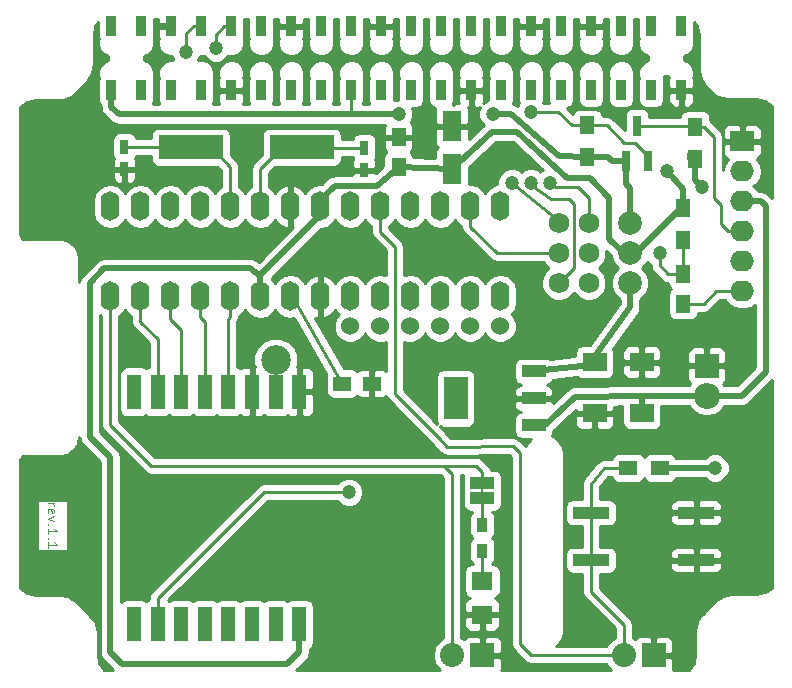
<source format=gbr>
G04 #@! TF.FileFunction,Copper,L1,Top,Signal*
%FSLAX46Y46*%
G04 Gerber Fmt 4.6, Leading zero omitted, Abs format (unit mm)*
G04 Created by KiCad (PCBNEW 4.0.0-rc1-stable) date Mon 12 Oct 2015 10:58:40 BST*
%MOMM*%
G01*
G04 APERTURE LIST*
%ADD10C,0.100000*%
%ADD11C,0.150000*%
%ADD12R,3.100000X1.000000*%
%ADD13R,2.000000X1.000000*%
%ADD14R,2.000000X2.000000*%
%ADD15O,2.200000X2.200000*%
%ADD16R,2.000000X1.727200*%
%ADD17O,2.000000X1.750000*%
%ADD18C,1.750000*%
%ADD19C,2.000000*%
%ADD20O,1.600000X2.500000*%
%ADD21C,1.524000*%
%ADD22C,2.500000*%
%ADD23R,0.889000X1.676400*%
%ADD24R,1.600200X2.600960*%
%ADD25R,1.250000X1.500000*%
%ADD26R,2.000000X1.600000*%
%ADD27R,1.500000X1.250000*%
%ADD28R,0.750000X1.200000*%
%ADD29R,1.800860X1.597660*%
%ADD30R,2.032000X3.657600*%
%ADD31R,2.032000X1.016000*%
%ADD32R,1.200000X3.000000*%
%ADD33R,2.032000X2.032000*%
%ADD34O,2.032000X2.032000*%
%ADD35R,0.800100X1.800860*%
%ADD36R,1.300000X1.500000*%
%ADD37R,0.900000X1.200000*%
%ADD38R,1.500000X1.300000*%
%ADD39R,5.499100X1.998980*%
%ADD40C,1.200000*%
%ADD41C,0.500000*%
%ADD42C,0.250000*%
%ADD43C,0.254000*%
G04 APERTURE END LIST*
D10*
X79188095Y-86152381D02*
X79721429Y-86152381D01*
X79569048Y-86152381D02*
X79645238Y-86190476D01*
X79683333Y-86228572D01*
X79721429Y-86304762D01*
X79721429Y-86380953D01*
X79226190Y-86952381D02*
X79188095Y-86876191D01*
X79188095Y-86723810D01*
X79226190Y-86647619D01*
X79302381Y-86609524D01*
X79607143Y-86609524D01*
X79683333Y-86647619D01*
X79721429Y-86723810D01*
X79721429Y-86876191D01*
X79683333Y-86952381D01*
X79607143Y-86990476D01*
X79530952Y-86990476D01*
X79454762Y-86609524D01*
X79721429Y-87257143D02*
X79188095Y-87447619D01*
X79721429Y-87638095D01*
X79264286Y-87942857D02*
X79226190Y-87980952D01*
X79188095Y-87942857D01*
X79226190Y-87904762D01*
X79264286Y-87942857D01*
X79188095Y-87942857D01*
X79188095Y-88742857D02*
X79188095Y-88285714D01*
X79188095Y-88514285D02*
X79988095Y-88514285D01*
X79873810Y-88438095D01*
X79797619Y-88361904D01*
X79759524Y-88285714D01*
X79264286Y-89085714D02*
X79226190Y-89123809D01*
X79188095Y-89085714D01*
X79226190Y-89047619D01*
X79264286Y-89085714D01*
X79188095Y-89085714D01*
X79188095Y-89885714D02*
X79188095Y-89428571D01*
X79188095Y-89657142D02*
X79988095Y-89657142D01*
X79873810Y-89580952D01*
X79797619Y-89504761D01*
X79759524Y-89428571D01*
D11*
X116000000Y-85700000D02*
X116000000Y-84430000D01*
D12*
X134100000Y-90950000D03*
X125200000Y-90950000D03*
X125200000Y-86950000D03*
X134100000Y-86950000D03*
D13*
X116000000Y-85700000D03*
X116000000Y-84430000D03*
D14*
X135000000Y-74500000D03*
D15*
X135000000Y-77040000D03*
D16*
X138000000Y-55500000D03*
D17*
X138000000Y-58040000D03*
X138000000Y-60580000D03*
X138000000Y-63120000D03*
X138000000Y-65660000D03*
X138000000Y-68200000D03*
D18*
X125000000Y-67500000D03*
X122460000Y-67500000D03*
X125000000Y-64960000D03*
X122460000Y-64960000D03*
X125000000Y-62420000D03*
X122460000Y-62420000D03*
D19*
X128500000Y-67500000D03*
X128500000Y-64960000D03*
X128500000Y-62420000D03*
D20*
X117500000Y-61000000D03*
X114960000Y-61000000D03*
X112420000Y-61000000D03*
X109880000Y-61000000D03*
X107340000Y-61000000D03*
X104800000Y-61000000D03*
X102260000Y-61000000D03*
X99720000Y-61000000D03*
X97180000Y-61000000D03*
X94640000Y-61000000D03*
X92100000Y-61000000D03*
X89560000Y-61000000D03*
X87020000Y-61000000D03*
X84480000Y-61000000D03*
X84480000Y-68620000D03*
X87020000Y-68620000D03*
X89560000Y-68620000D03*
X92100000Y-68620000D03*
X94640000Y-68620000D03*
X97180000Y-68620000D03*
X99720000Y-68620000D03*
X102260000Y-68620000D03*
X104800000Y-68620000D03*
X107340000Y-68620000D03*
X109880000Y-68620000D03*
X112420000Y-68620000D03*
X114960000Y-68620000D03*
X117500000Y-68620000D03*
D21*
X117500000Y-71160000D03*
X114960000Y-71160000D03*
X112420000Y-71160000D03*
X109880000Y-71160000D03*
X107340000Y-71160000D03*
X104800000Y-71160000D03*
D22*
X98500000Y-74000000D03*
D23*
X125210000Y-45732200D03*
X127750000Y-45732200D03*
X132830000Y-45732200D03*
X130290000Y-45732200D03*
X104890000Y-45732200D03*
X107430000Y-45732200D03*
X112510000Y-45732200D03*
X109970000Y-45732200D03*
X120130000Y-45732200D03*
X122670000Y-45732200D03*
X117590000Y-45732200D03*
X115050000Y-45732200D03*
X94730000Y-45732200D03*
X97270000Y-45732200D03*
X102350000Y-45732200D03*
X99810000Y-45732200D03*
X89650000Y-45732200D03*
X92190000Y-45732200D03*
X87110000Y-45732200D03*
X84570000Y-45732200D03*
X132830000Y-51167800D03*
X130290000Y-51167800D03*
X125210000Y-51167800D03*
X127750000Y-51167800D03*
X117590000Y-51167800D03*
X115050000Y-51167800D03*
X120130000Y-51167800D03*
X122670000Y-51167800D03*
X112510000Y-51167800D03*
X109970000Y-51167800D03*
X104890000Y-51167800D03*
X107430000Y-51167800D03*
X87110000Y-51167800D03*
X84570000Y-51167800D03*
X89650000Y-51167800D03*
X92190000Y-51167800D03*
X102350000Y-51167800D03*
X99810000Y-51167800D03*
X94730000Y-51167800D03*
X97270000Y-51167800D03*
D24*
X113400000Y-57800860D03*
X113400000Y-54199140D03*
D25*
X108900000Y-57650000D03*
X108900000Y-55150000D03*
D26*
X125500000Y-78500000D03*
X129500000Y-78500000D03*
X125500000Y-74200000D03*
X129500000Y-74200000D03*
D25*
X133000000Y-69250000D03*
X133000000Y-66750000D03*
D27*
X104150000Y-76000000D03*
X106650000Y-76000000D03*
D28*
X106000000Y-57950000D03*
X106000000Y-56050000D03*
X85700000Y-57850000D03*
X85700000Y-55950000D03*
D29*
X116000000Y-92730140D03*
X116000000Y-95569860D03*
D30*
X113748000Y-77250000D03*
D31*
X120352000Y-77250000D03*
X120352000Y-74964000D03*
X120352000Y-79536000D03*
D32*
X86500000Y-96400000D03*
X88500000Y-96400000D03*
X90500000Y-96400000D03*
X92500000Y-96400000D03*
X94500000Y-96400000D03*
X96500000Y-96400000D03*
X98500000Y-96400000D03*
X100500000Y-96400000D03*
X100500000Y-76700000D03*
X98500000Y-76700000D03*
X96500000Y-76700000D03*
X94500000Y-76700000D03*
X92500000Y-76700000D03*
X90500000Y-76700000D03*
X88500000Y-76700000D03*
X86500000Y-76700000D03*
D33*
X116000000Y-99000000D03*
D34*
X113460000Y-99000000D03*
D33*
X130500000Y-99000000D03*
D34*
X127960000Y-99000000D03*
D35*
X128150000Y-57201140D03*
X130050000Y-57201140D03*
X129100000Y-54198860D03*
D36*
X124900000Y-56850000D03*
X124900000Y-54150000D03*
X134000000Y-56950000D03*
X134000000Y-54250000D03*
D37*
X116000000Y-87950000D03*
X116000000Y-90150000D03*
D38*
X131050000Y-83150000D03*
X128350000Y-83150000D03*
D36*
X133000000Y-63850000D03*
X133000000Y-61150000D03*
D39*
X91301000Y-56000000D03*
X100699000Y-56000000D03*
D40*
X135700000Y-83150000D03*
X131650000Y-58000000D03*
X88350000Y-48500000D03*
X137950000Y-88550000D03*
X116850000Y-56850000D03*
X82650000Y-88750000D03*
X103450000Y-89950000D03*
X134600000Y-59400000D03*
X131000000Y-64950000D03*
X104700000Y-85200000D03*
X93450000Y-47600000D03*
X121700000Y-59000000D03*
X118500000Y-59000000D03*
X90900000Y-47950000D03*
X116900000Y-53200000D03*
X108900000Y-53200000D03*
X120100000Y-59000000D03*
X120100000Y-53000000D03*
D41*
X131050000Y-83150000D02*
X135700000Y-83150000D01*
X133000000Y-59500000D02*
X133000000Y-61150000D01*
X131650000Y-58000000D02*
X133000000Y-59500000D01*
X97180000Y-68620000D02*
X97180000Y-66900000D01*
X100500000Y-98750000D02*
X100500000Y-96400000D01*
X99500000Y-99750000D02*
X100500000Y-98750000D01*
X85500000Y-99750000D02*
X99500000Y-99750000D01*
X84500000Y-98750000D02*
X85500000Y-99750000D01*
X84500000Y-82250000D02*
X84500000Y-98750000D01*
X82750000Y-80500000D02*
X84500000Y-82250000D01*
X82750000Y-67500000D02*
X82750000Y-80500000D01*
X84000000Y-66250000D02*
X82750000Y-67500000D01*
X96360000Y-66250000D02*
X84000000Y-66250000D01*
X97180000Y-66900000D02*
X96360000Y-66250000D01*
D42*
X102260000Y-61000000D02*
X102260000Y-60490000D01*
D41*
X102260000Y-60490000D02*
X103500000Y-59250000D01*
X103500000Y-59250000D02*
X107100000Y-59300000D01*
X107100000Y-59300000D02*
X108900000Y-57650000D01*
X113400000Y-57800860D02*
X108950860Y-57700860D01*
D42*
X108950860Y-57700860D02*
X108900000Y-57650000D01*
X128500000Y-64960000D02*
X127960000Y-64960000D01*
D41*
X127960000Y-64960000D02*
X126750000Y-63750000D01*
X126750000Y-63750000D02*
X126750000Y-60300000D01*
X126750000Y-60300000D02*
X125100000Y-58600000D01*
X125100000Y-58600000D02*
X123197910Y-58604462D01*
X116800000Y-54700000D02*
X113400000Y-57800860D01*
X118900000Y-54700000D02*
X116800000Y-54700000D01*
X123197910Y-58604462D02*
X118900000Y-54700000D01*
D42*
X133000000Y-61150000D02*
X132850000Y-61150000D01*
D41*
X132850000Y-61150000D02*
X129040000Y-64960000D01*
D42*
X129040000Y-64960000D02*
X128500000Y-64960000D01*
X102260000Y-61000000D02*
X102260000Y-61740000D01*
D41*
X102260000Y-61740000D02*
X97180000Y-66820000D01*
X97180000Y-66820000D02*
X97180000Y-68620000D01*
X89650000Y-45732200D02*
X88617800Y-45732200D01*
X88350000Y-46000000D02*
X88350000Y-48500000D01*
X88617800Y-45732200D02*
X88350000Y-46000000D01*
X134100000Y-86950000D02*
X136350000Y-86950000D01*
X136350000Y-86950000D02*
X137950000Y-88550000D01*
X138000000Y-60580000D02*
X139580000Y-60580000D01*
X137960000Y-77040000D02*
X135000000Y-77040000D01*
X140000000Y-75000000D02*
X137960000Y-77040000D01*
X140000000Y-61000000D02*
X140000000Y-75000000D01*
X139580000Y-60580000D02*
X140000000Y-61000000D01*
X134600000Y-59400000D02*
X134000000Y-58800000D01*
X134000000Y-58800000D02*
X134000000Y-56950000D01*
X129500000Y-78500000D02*
X129500000Y-77040000D01*
D42*
X129500000Y-77040000D02*
X129500000Y-77000000D01*
X129500000Y-77000000D02*
X129500000Y-77040000D01*
D41*
X135000000Y-77040000D02*
X129500000Y-77040000D01*
X129500000Y-77040000D02*
X123850000Y-77100000D01*
X123850000Y-77100000D02*
X121264000Y-79536000D01*
D42*
X121264000Y-79536000D02*
X120352000Y-79536000D01*
X133450000Y-57001140D02*
X133450000Y-56450000D01*
X125500000Y-74200000D02*
X125500000Y-73700000D01*
D41*
X125500000Y-73700000D02*
X128500000Y-69500000D01*
X128500000Y-69500000D02*
X128500000Y-67500000D01*
X120352000Y-74964000D02*
X125286000Y-74414000D01*
D42*
X125286000Y-74414000D02*
X125500000Y-74200000D01*
X133000000Y-69250000D02*
X134750000Y-69250000D01*
X135800000Y-68200000D02*
X138000000Y-68200000D01*
X134750000Y-69250000D02*
X135800000Y-68200000D01*
X131000000Y-64950000D02*
X131000000Y-66000000D01*
X131750000Y-66750000D02*
X133000000Y-66750000D01*
X131000000Y-66000000D02*
X131750000Y-66750000D01*
X131000000Y-64950000D02*
X131000000Y-64950000D01*
X133000000Y-63850000D02*
X133000000Y-66750000D01*
X99720000Y-68620000D02*
X99870000Y-68620000D01*
X99870000Y-68620000D02*
X104150000Y-76000000D01*
X106000000Y-56050000D02*
X100749000Y-56050000D01*
X100749000Y-56050000D02*
X100699000Y-56000000D01*
X97180000Y-61000000D02*
X97180000Y-57820000D01*
X97180000Y-57820000D02*
X99000000Y-56000000D01*
X99000000Y-56000000D02*
X100699000Y-56000000D01*
X85700000Y-55950000D02*
X91251000Y-55950000D01*
X91251000Y-55950000D02*
X91301000Y-56000000D01*
X94640000Y-61000000D02*
X94640000Y-57640000D01*
X94640000Y-57640000D02*
X93000000Y-56000000D01*
X93000000Y-56000000D02*
X91301000Y-56000000D01*
X116000000Y-90150000D02*
X116000000Y-92730140D01*
X122460000Y-64960000D02*
X117210000Y-64960000D01*
X114960000Y-62710000D02*
X114960000Y-61000000D01*
X117210000Y-64960000D02*
X114960000Y-62710000D01*
X88500000Y-96400000D02*
X88500000Y-94200000D01*
X97500000Y-85200000D02*
X104700000Y-85200000D01*
X88500000Y-94200000D02*
X97500000Y-85200000D01*
X125200000Y-90950000D02*
X125200000Y-93650000D01*
X127960000Y-96410000D02*
X127960000Y-99000000D01*
X125200000Y-93650000D02*
X127960000Y-96410000D01*
X125200000Y-86950000D02*
X125200000Y-90950000D01*
X128350000Y-83150000D02*
X126300000Y-83150000D01*
X125200000Y-84500000D02*
X125200000Y-86950000D01*
X126300000Y-83150000D02*
X125200000Y-84500000D01*
X112400000Y-80700000D02*
X113000000Y-81350000D01*
X113000000Y-81350000D02*
X118600000Y-81300000D01*
X118600000Y-81300000D02*
X119200000Y-81900000D01*
X119200000Y-81900000D02*
X119200000Y-98050000D01*
X119200000Y-98050000D02*
X120150000Y-99000000D01*
X120150000Y-99000000D02*
X127960000Y-99000000D01*
X107340000Y-61000000D02*
X107340000Y-63140000D01*
X107340000Y-63140000D02*
X108600000Y-64400000D01*
X108600000Y-64400000D02*
X108600000Y-76900000D01*
X108600000Y-76900000D02*
X112400000Y-80700000D01*
X112760000Y-82960000D02*
X115460000Y-82960000D01*
X115460000Y-82960000D02*
X116000000Y-83500000D01*
X116000000Y-83500000D02*
X116000000Y-84430000D01*
X113460000Y-99000000D02*
X113460000Y-83940000D01*
X113450000Y-83650000D02*
X112760000Y-82960000D01*
X113450000Y-83930000D02*
X113450000Y-83650000D01*
X113460000Y-83940000D02*
X113450000Y-83930000D01*
X113460000Y-99000000D02*
X113460000Y-98960000D01*
X84480000Y-68620000D02*
X84480000Y-79480000D01*
X87960000Y-82960000D02*
X112760000Y-82960000D01*
X84480000Y-79480000D02*
X87960000Y-82960000D01*
X87020000Y-68620000D02*
X87020000Y-70770000D01*
X88500000Y-72250000D02*
X88500000Y-76700000D01*
X87020000Y-70770000D02*
X88500000Y-72250000D01*
X89560000Y-68620000D02*
X89560000Y-70560000D01*
X90500000Y-71500000D02*
X90500000Y-76700000D01*
X89560000Y-70560000D02*
X90500000Y-71500000D01*
X92100000Y-68620000D02*
X92100000Y-70350000D01*
X92500000Y-70750000D02*
X92500000Y-76700000D01*
X92100000Y-70350000D02*
X92500000Y-70750000D01*
X94640000Y-68620000D02*
X94640000Y-70360000D01*
X94500000Y-70500000D02*
X94500000Y-76700000D01*
X94640000Y-70360000D02*
X94500000Y-70500000D01*
X98500000Y-76700000D02*
X98500000Y-74000000D01*
X94100000Y-45750000D02*
X93450000Y-46500000D01*
X93450000Y-46500000D02*
X93450000Y-47600000D01*
X94730000Y-45732200D02*
X94100000Y-45750000D01*
X125000000Y-60300000D02*
X125000000Y-62420000D01*
X124100000Y-59400000D02*
X125000000Y-60300000D01*
X122200000Y-59400000D02*
X124100000Y-59400000D01*
X121700000Y-59000000D02*
X122200000Y-59400000D01*
X118500000Y-59000000D02*
X122460000Y-62260000D01*
X122460000Y-62260000D02*
X122460000Y-62420000D01*
X92190000Y-45732200D02*
X91567800Y-45732200D01*
X90900000Y-46300000D02*
X90900000Y-47950000D01*
X91567800Y-45732200D02*
X90900000Y-46300000D01*
D41*
X128150000Y-57201140D02*
X128150000Y-59100000D01*
X128500000Y-59450000D02*
X128500000Y-62420000D01*
X128150000Y-59100000D02*
X128500000Y-59450000D01*
X118400000Y-53154160D02*
X116945840Y-53154160D01*
X116945840Y-53154160D02*
X116900000Y-53200000D01*
D42*
X104890000Y-51167800D02*
X104890000Y-53200000D01*
X104890000Y-53200000D02*
X104900000Y-53200000D01*
D41*
X84570000Y-51167800D02*
X84570000Y-52570000D01*
X84570000Y-52570000D02*
X85200000Y-53200000D01*
X85200000Y-53200000D02*
X104900000Y-53200000D01*
X122493778Y-56750554D02*
X124900000Y-56850000D01*
X118400000Y-53154160D02*
X122493778Y-56750554D01*
D42*
X118396014Y-53149827D02*
X118400000Y-53154160D01*
X116900000Y-53200000D02*
X117000000Y-53300000D01*
D41*
X104900000Y-53200000D02*
X108900000Y-53200000D01*
X124900000Y-56850000D02*
X126650000Y-56850000D01*
X126650000Y-56850000D02*
X127001140Y-57201140D01*
X127001140Y-57201140D02*
X128150000Y-57201140D01*
D42*
X128250000Y-57950000D02*
X128150000Y-57201140D01*
X116000000Y-85700000D02*
X116000000Y-87950000D01*
X134000000Y-54250000D02*
X134750000Y-54250000D01*
X134750000Y-54250000D02*
X135600000Y-55100000D01*
X135600000Y-55100000D02*
X135600000Y-60300000D01*
X135600000Y-60300000D02*
X136200000Y-60900000D01*
X136200000Y-60900000D02*
X136200000Y-62500000D01*
X136200000Y-62500000D02*
X136820000Y-63120000D01*
X136820000Y-63120000D02*
X138000000Y-63120000D01*
X129100000Y-54198860D02*
X133948860Y-54198860D01*
X133948860Y-54198860D02*
X134000000Y-54250000D01*
X124900000Y-54150000D02*
X123550000Y-54150000D01*
X123750000Y-66260000D02*
X122460000Y-67500000D01*
X123750000Y-60800000D02*
X123750000Y-66260000D01*
X123300000Y-60400000D02*
X123750000Y-60800000D01*
X121800000Y-60400000D02*
X123300000Y-60400000D01*
X120100000Y-59200000D02*
X121800000Y-60400000D01*
X120100000Y-58700000D02*
X120100000Y-59200000D01*
X120100000Y-59000000D02*
X120100000Y-58700000D01*
X122400000Y-53000000D02*
X120100000Y-53000000D01*
X123550000Y-54150000D02*
X122400000Y-53000000D01*
X130050000Y-57201140D02*
X130050000Y-56750000D01*
X130050000Y-56750000D02*
X128900000Y-55600000D01*
X126550000Y-54150000D02*
X124900000Y-54150000D01*
X128000000Y-55600000D02*
X126550000Y-54150000D01*
X128900000Y-55600000D02*
X128000000Y-55600000D01*
D43*
G36*
X83720000Y-70291811D02*
X83720000Y-79480000D01*
X83777852Y-79770839D01*
X83942599Y-80017401D01*
X87422599Y-83497401D01*
X87669160Y-83662148D01*
X87960000Y-83720000D01*
X112445198Y-83720000D01*
X112698642Y-83973444D01*
X112700000Y-83980273D01*
X112700000Y-97527984D01*
X112292567Y-97800222D01*
X111934675Y-98335845D01*
X111809000Y-98967655D01*
X111809000Y-99032345D01*
X111934675Y-99664155D01*
X112292567Y-100199778D01*
X112390179Y-100265000D01*
X100236580Y-100265000D01*
X101125787Y-99375792D01*
X101125790Y-99375790D01*
X101293889Y-99124211D01*
X101317634Y-99088674D01*
X101385001Y-98750000D01*
X101385000Y-98749995D01*
X101385000Y-98471192D01*
X101551441Y-98364090D01*
X101696431Y-98151890D01*
X101747440Y-97900000D01*
X101747440Y-94900000D01*
X101703162Y-94664683D01*
X101564090Y-94448559D01*
X101351890Y-94303569D01*
X101100000Y-94252560D01*
X99900000Y-94252560D01*
X99664683Y-94296838D01*
X99498523Y-94403759D01*
X99351890Y-94303569D01*
X99100000Y-94252560D01*
X97900000Y-94252560D01*
X97664683Y-94296838D01*
X97498523Y-94403759D01*
X97351890Y-94303569D01*
X97100000Y-94252560D01*
X95900000Y-94252560D01*
X95664683Y-94296838D01*
X95498523Y-94403759D01*
X95351890Y-94303569D01*
X95100000Y-94252560D01*
X93900000Y-94252560D01*
X93664683Y-94296838D01*
X93498523Y-94403759D01*
X93351890Y-94303569D01*
X93100000Y-94252560D01*
X91900000Y-94252560D01*
X91664683Y-94296838D01*
X91498523Y-94403759D01*
X91351890Y-94303569D01*
X91100000Y-94252560D01*
X89900000Y-94252560D01*
X89664683Y-94296838D01*
X89498523Y-94403759D01*
X89422789Y-94352013D01*
X97814802Y-85960000D01*
X103713644Y-85960000D01*
X103999515Y-86246371D01*
X104453266Y-86434785D01*
X104944579Y-86435214D01*
X105398657Y-86247592D01*
X105746371Y-85900485D01*
X105934785Y-85446734D01*
X105935214Y-84955421D01*
X105747592Y-84501343D01*
X105400485Y-84153629D01*
X104946734Y-83965215D01*
X104455421Y-83964786D01*
X104001343Y-84152408D01*
X103713248Y-84440000D01*
X97500000Y-84440000D01*
X97209161Y-84497852D01*
X96962599Y-84662599D01*
X87962599Y-93662599D01*
X87797852Y-93909161D01*
X87740000Y-94200000D01*
X87740000Y-94282666D01*
X87664683Y-94296838D01*
X87498523Y-94403759D01*
X87351890Y-94303569D01*
X87100000Y-94252560D01*
X85900000Y-94252560D01*
X85664683Y-94296838D01*
X85448559Y-94435910D01*
X85385000Y-94528932D01*
X85385000Y-82250005D01*
X85385001Y-82250000D01*
X85324905Y-81947882D01*
X85317633Y-81911325D01*
X85125790Y-81624210D01*
X85125787Y-81624208D01*
X83635000Y-80133420D01*
X83635000Y-70235016D01*
X83720000Y-70291811D01*
X83720000Y-70291811D01*
G37*
X83720000Y-70291811D02*
X83720000Y-79480000D01*
X83777852Y-79770839D01*
X83942599Y-80017401D01*
X87422599Y-83497401D01*
X87669160Y-83662148D01*
X87960000Y-83720000D01*
X112445198Y-83720000D01*
X112698642Y-83973444D01*
X112700000Y-83980273D01*
X112700000Y-97527984D01*
X112292567Y-97800222D01*
X111934675Y-98335845D01*
X111809000Y-98967655D01*
X111809000Y-99032345D01*
X111934675Y-99664155D01*
X112292567Y-100199778D01*
X112390179Y-100265000D01*
X100236580Y-100265000D01*
X101125787Y-99375792D01*
X101125790Y-99375790D01*
X101293889Y-99124211D01*
X101317634Y-99088674D01*
X101385001Y-98750000D01*
X101385000Y-98749995D01*
X101385000Y-98471192D01*
X101551441Y-98364090D01*
X101696431Y-98151890D01*
X101747440Y-97900000D01*
X101747440Y-94900000D01*
X101703162Y-94664683D01*
X101564090Y-94448559D01*
X101351890Y-94303569D01*
X101100000Y-94252560D01*
X99900000Y-94252560D01*
X99664683Y-94296838D01*
X99498523Y-94403759D01*
X99351890Y-94303569D01*
X99100000Y-94252560D01*
X97900000Y-94252560D01*
X97664683Y-94296838D01*
X97498523Y-94403759D01*
X97351890Y-94303569D01*
X97100000Y-94252560D01*
X95900000Y-94252560D01*
X95664683Y-94296838D01*
X95498523Y-94403759D01*
X95351890Y-94303569D01*
X95100000Y-94252560D01*
X93900000Y-94252560D01*
X93664683Y-94296838D01*
X93498523Y-94403759D01*
X93351890Y-94303569D01*
X93100000Y-94252560D01*
X91900000Y-94252560D01*
X91664683Y-94296838D01*
X91498523Y-94403759D01*
X91351890Y-94303569D01*
X91100000Y-94252560D01*
X89900000Y-94252560D01*
X89664683Y-94296838D01*
X89498523Y-94403759D01*
X89422789Y-94352013D01*
X97814802Y-85960000D01*
X103713644Y-85960000D01*
X103999515Y-86246371D01*
X104453266Y-86434785D01*
X104944579Y-86435214D01*
X105398657Y-86247592D01*
X105746371Y-85900485D01*
X105934785Y-85446734D01*
X105935214Y-84955421D01*
X105747592Y-84501343D01*
X105400485Y-84153629D01*
X104946734Y-83965215D01*
X104455421Y-83964786D01*
X104001343Y-84152408D01*
X103713248Y-84440000D01*
X97500000Y-84440000D01*
X97209161Y-84497852D01*
X96962599Y-84662599D01*
X87962599Y-93662599D01*
X87797852Y-93909161D01*
X87740000Y-94200000D01*
X87740000Y-94282666D01*
X87664683Y-94296838D01*
X87498523Y-94403759D01*
X87351890Y-94303569D01*
X87100000Y-94252560D01*
X85900000Y-94252560D01*
X85664683Y-94296838D01*
X85448559Y-94435910D01*
X85385000Y-94528932D01*
X85385000Y-82250005D01*
X85385001Y-82250000D01*
X85324905Y-81947882D01*
X85317633Y-81911325D01*
X85125790Y-81624210D01*
X85125787Y-81624208D01*
X83635000Y-80133420D01*
X83635000Y-70235016D01*
X83720000Y-70291811D01*
G36*
X81905189Y-80702042D02*
X81932367Y-80838675D01*
X82098596Y-81087456D01*
X82124210Y-81125790D01*
X83615000Y-82616579D01*
X83615000Y-98749995D01*
X83614999Y-98750000D01*
X83657650Y-98964414D01*
X83682367Y-99088675D01*
X83707975Y-99127000D01*
X83874210Y-99375790D01*
X84763421Y-100265000D01*
X83972235Y-100265000D01*
X83571873Y-99665814D01*
X83427000Y-98937491D01*
X83427000Y-97128427D01*
X83424560Y-97103651D01*
X83272319Y-96338284D01*
X83253356Y-96292503D01*
X82819811Y-95643657D01*
X82804017Y-95624411D01*
X81675589Y-94495983D01*
X81656343Y-94480189D01*
X81007497Y-94046644D01*
X80961716Y-94027681D01*
X80196349Y-93875440D01*
X80171573Y-93873000D01*
X78212509Y-93873000D01*
X77484186Y-93728127D01*
X76885000Y-93327765D01*
X76885000Y-85848334D01*
X78305000Y-85848334D01*
X78305000Y-90151667D01*
X80895000Y-90151667D01*
X80895000Y-85848334D01*
X78305000Y-85848334D01*
X76885000Y-85848334D01*
X76885000Y-82517466D01*
X76921376Y-82334591D01*
X76986751Y-82236750D01*
X77084590Y-82171376D01*
X77267466Y-82135000D01*
X80200000Y-82135000D01*
X80266170Y-82121838D01*
X80333636Y-82121838D01*
X80716319Y-82045718D01*
X80963248Y-81943437D01*
X80963249Y-81943436D01*
X81287672Y-81726664D01*
X81476664Y-81537672D01*
X81693437Y-81213249D01*
X81736512Y-81109256D01*
X81795718Y-80966319D01*
X81871838Y-80583636D01*
X81871838Y-80534380D01*
X81905189Y-80702042D01*
X81905189Y-80702042D01*
G37*
X81905189Y-80702042D02*
X81932367Y-80838675D01*
X82098596Y-81087456D01*
X82124210Y-81125790D01*
X83615000Y-82616579D01*
X83615000Y-98749995D01*
X83614999Y-98750000D01*
X83657650Y-98964414D01*
X83682367Y-99088675D01*
X83707975Y-99127000D01*
X83874210Y-99375790D01*
X84763421Y-100265000D01*
X83972235Y-100265000D01*
X83571873Y-99665814D01*
X83427000Y-98937491D01*
X83427000Y-97128427D01*
X83424560Y-97103651D01*
X83272319Y-96338284D01*
X83253356Y-96292503D01*
X82819811Y-95643657D01*
X82804017Y-95624411D01*
X81675589Y-94495983D01*
X81656343Y-94480189D01*
X81007497Y-94046644D01*
X80961716Y-94027681D01*
X80196349Y-93875440D01*
X80171573Y-93873000D01*
X78212509Y-93873000D01*
X77484186Y-93728127D01*
X76885000Y-93327765D01*
X76885000Y-85848334D01*
X78305000Y-85848334D01*
X78305000Y-90151667D01*
X80895000Y-90151667D01*
X80895000Y-85848334D01*
X78305000Y-85848334D01*
X76885000Y-85848334D01*
X76885000Y-82517466D01*
X76921376Y-82334591D01*
X76986751Y-82236750D01*
X77084590Y-82171376D01*
X77267466Y-82135000D01*
X80200000Y-82135000D01*
X80266170Y-82121838D01*
X80333636Y-82121838D01*
X80716319Y-82045718D01*
X80963248Y-81943437D01*
X80963249Y-81943436D01*
X81287672Y-81726664D01*
X81476664Y-81537672D01*
X81693437Y-81213249D01*
X81736512Y-81109256D01*
X81795718Y-80966319D01*
X81871838Y-80583636D01*
X81871838Y-80534380D01*
X81905189Y-80702042D01*
G36*
X140515000Y-93277765D02*
X139915814Y-93678127D01*
X139187491Y-93823000D01*
X137178427Y-93823000D01*
X137153651Y-93825440D01*
X136388284Y-93977681D01*
X136342503Y-93996644D01*
X135693657Y-94430189D01*
X135674411Y-94445983D01*
X134645983Y-95474411D01*
X134630189Y-95493657D01*
X134196644Y-96142503D01*
X134177681Y-96188284D01*
X134025440Y-96953651D01*
X134023000Y-96978427D01*
X134023000Y-98937491D01*
X133878127Y-99665814D01*
X133477765Y-100265000D01*
X132100180Y-100265000D01*
X132151000Y-100142309D01*
X132151000Y-99285750D01*
X131992250Y-99127000D01*
X130627000Y-99127000D01*
X130627000Y-99147000D01*
X130373000Y-99147000D01*
X130373000Y-99127000D01*
X130353000Y-99127000D01*
X130353000Y-98873000D01*
X130373000Y-98873000D01*
X130373000Y-97507750D01*
X130627000Y-97507750D01*
X130627000Y-98873000D01*
X131992250Y-98873000D01*
X132151000Y-98714250D01*
X132151000Y-97857691D01*
X132054327Y-97624302D01*
X131875699Y-97445673D01*
X131642310Y-97349000D01*
X130785750Y-97349000D01*
X130627000Y-97507750D01*
X130373000Y-97507750D01*
X130214250Y-97349000D01*
X129357690Y-97349000D01*
X129124301Y-97445673D01*
X128945673Y-97624302D01*
X128928001Y-97666966D01*
X128720000Y-97527984D01*
X128720000Y-96410000D01*
X128662148Y-96119161D01*
X128662148Y-96119160D01*
X128497401Y-95872599D01*
X125960000Y-93335198D01*
X125960000Y-92097440D01*
X126750000Y-92097440D01*
X126985317Y-92053162D01*
X127201441Y-91914090D01*
X127346431Y-91701890D01*
X127397440Y-91450000D01*
X127397440Y-91235750D01*
X131915000Y-91235750D01*
X131915000Y-91576310D01*
X132011673Y-91809699D01*
X132190302Y-91988327D01*
X132423691Y-92085000D01*
X133814250Y-92085000D01*
X133973000Y-91926250D01*
X133973000Y-91077000D01*
X134227000Y-91077000D01*
X134227000Y-91926250D01*
X134385750Y-92085000D01*
X135776309Y-92085000D01*
X136009698Y-91988327D01*
X136188327Y-91809699D01*
X136285000Y-91576310D01*
X136285000Y-91235750D01*
X136126250Y-91077000D01*
X134227000Y-91077000D01*
X133973000Y-91077000D01*
X132073750Y-91077000D01*
X131915000Y-91235750D01*
X127397440Y-91235750D01*
X127397440Y-90450000D01*
X127373674Y-90323690D01*
X131915000Y-90323690D01*
X131915000Y-90664250D01*
X132073750Y-90823000D01*
X133973000Y-90823000D01*
X133973000Y-89973750D01*
X134227000Y-89973750D01*
X134227000Y-90823000D01*
X136126250Y-90823000D01*
X136285000Y-90664250D01*
X136285000Y-90323690D01*
X136188327Y-90090301D01*
X136009698Y-89911673D01*
X135776309Y-89815000D01*
X134385750Y-89815000D01*
X134227000Y-89973750D01*
X133973000Y-89973750D01*
X133814250Y-89815000D01*
X132423691Y-89815000D01*
X132190302Y-89911673D01*
X132011673Y-90090301D01*
X131915000Y-90323690D01*
X127373674Y-90323690D01*
X127353162Y-90214683D01*
X127214090Y-89998559D01*
X127001890Y-89853569D01*
X126750000Y-89802560D01*
X125960000Y-89802560D01*
X125960000Y-88097440D01*
X126750000Y-88097440D01*
X126985317Y-88053162D01*
X127201441Y-87914090D01*
X127346431Y-87701890D01*
X127397440Y-87450000D01*
X127397440Y-87235750D01*
X131915000Y-87235750D01*
X131915000Y-87576310D01*
X132011673Y-87809699D01*
X132190302Y-87988327D01*
X132423691Y-88085000D01*
X133814250Y-88085000D01*
X133973000Y-87926250D01*
X133973000Y-87077000D01*
X134227000Y-87077000D01*
X134227000Y-87926250D01*
X134385750Y-88085000D01*
X135776309Y-88085000D01*
X136009698Y-87988327D01*
X136188327Y-87809699D01*
X136285000Y-87576310D01*
X136285000Y-87235750D01*
X136126250Y-87077000D01*
X134227000Y-87077000D01*
X133973000Y-87077000D01*
X132073750Y-87077000D01*
X131915000Y-87235750D01*
X127397440Y-87235750D01*
X127397440Y-86450000D01*
X127373674Y-86323690D01*
X131915000Y-86323690D01*
X131915000Y-86664250D01*
X132073750Y-86823000D01*
X133973000Y-86823000D01*
X133973000Y-85973750D01*
X134227000Y-85973750D01*
X134227000Y-86823000D01*
X136126250Y-86823000D01*
X136285000Y-86664250D01*
X136285000Y-86323690D01*
X136188327Y-86090301D01*
X136009698Y-85911673D01*
X135776309Y-85815000D01*
X134385750Y-85815000D01*
X134227000Y-85973750D01*
X133973000Y-85973750D01*
X133814250Y-85815000D01*
X132423691Y-85815000D01*
X132190302Y-85911673D01*
X132011673Y-86090301D01*
X131915000Y-86323690D01*
X127373674Y-86323690D01*
X127353162Y-86214683D01*
X127214090Y-85998559D01*
X127001890Y-85853569D01*
X126750000Y-85802560D01*
X125960000Y-85802560D01*
X125960000Y-84770427D01*
X126661089Y-83910000D01*
X126973258Y-83910000D01*
X126996838Y-84035317D01*
X127135910Y-84251441D01*
X127348110Y-84396431D01*
X127600000Y-84447440D01*
X129100000Y-84447440D01*
X129335317Y-84403162D01*
X129551441Y-84264090D01*
X129696431Y-84051890D01*
X129699081Y-84038803D01*
X129835910Y-84251441D01*
X130048110Y-84396431D01*
X130300000Y-84447440D01*
X131800000Y-84447440D01*
X132035317Y-84403162D01*
X132251441Y-84264090D01*
X132396431Y-84051890D01*
X132399851Y-84035000D01*
X134838426Y-84035000D01*
X134999515Y-84196371D01*
X135453266Y-84384785D01*
X135944579Y-84385214D01*
X136398657Y-84197592D01*
X136746371Y-83850485D01*
X136934785Y-83396734D01*
X136935214Y-82905421D01*
X136747592Y-82451343D01*
X136400485Y-82103629D01*
X135946734Y-81915215D01*
X135455421Y-81914786D01*
X135001343Y-82102408D01*
X134838467Y-82265000D01*
X132403222Y-82265000D01*
X132403162Y-82264683D01*
X132264090Y-82048559D01*
X132051890Y-81903569D01*
X131800000Y-81852560D01*
X130300000Y-81852560D01*
X130064683Y-81896838D01*
X129848559Y-82035910D01*
X129703569Y-82248110D01*
X129700919Y-82261197D01*
X129564090Y-82048559D01*
X129351890Y-81903569D01*
X129100000Y-81852560D01*
X127600000Y-81852560D01*
X127364683Y-81896838D01*
X127148559Y-82035910D01*
X127003569Y-82248110D01*
X126974836Y-82390000D01*
X126300000Y-82390000D01*
X126261709Y-82397617D01*
X126222849Y-82393927D01*
X126117382Y-82426325D01*
X126009161Y-82447852D01*
X125976701Y-82469541D01*
X125939385Y-82481004D01*
X125854341Y-82551299D01*
X125762599Y-82612599D01*
X125740911Y-82645057D01*
X125710821Y-82669929D01*
X124610821Y-84019929D01*
X124559150Y-84117422D01*
X124497852Y-84209161D01*
X124490236Y-84247448D01*
X124471955Y-84281941D01*
X124461526Y-84391783D01*
X124440000Y-84500000D01*
X124440000Y-85802560D01*
X123650000Y-85802560D01*
X123414683Y-85846838D01*
X123198559Y-85985910D01*
X123053569Y-86198110D01*
X123002560Y-86450000D01*
X123002560Y-87450000D01*
X123046838Y-87685317D01*
X123185910Y-87901441D01*
X123398110Y-88046431D01*
X123650000Y-88097440D01*
X124440000Y-88097440D01*
X124440000Y-89802560D01*
X123650000Y-89802560D01*
X123414683Y-89846838D01*
X123198559Y-89985910D01*
X123053569Y-90198110D01*
X123002560Y-90450000D01*
X123002560Y-91450000D01*
X123046838Y-91685317D01*
X123185910Y-91901441D01*
X123398110Y-92046431D01*
X123650000Y-92097440D01*
X124440000Y-92097440D01*
X124440000Y-93650000D01*
X124497852Y-93940839D01*
X124662599Y-94187401D01*
X127200000Y-96724802D01*
X127200000Y-97527984D01*
X126792567Y-97800222D01*
X126498717Y-98240000D01*
X122267713Y-98240000D01*
X122287672Y-98226664D01*
X122476664Y-98037672D01*
X122693437Y-97713249D01*
X122735803Y-97610968D01*
X122795718Y-97466319D01*
X122871838Y-97083636D01*
X122871838Y-97016170D01*
X122885000Y-96950000D01*
X122885000Y-81950000D01*
X122871838Y-81883830D01*
X122871838Y-81816364D01*
X122795718Y-81433681D01*
X122715594Y-81240243D01*
X122693437Y-81186751D01*
X122476664Y-80862328D01*
X122287672Y-80673336D01*
X121963248Y-80456563D01*
X121947403Y-80450000D01*
X121878604Y-80421502D01*
X121964431Y-80295890D01*
X122015440Y-80044000D01*
X122015440Y-80043969D01*
X123351135Y-78785750D01*
X123865000Y-78785750D01*
X123865000Y-79426310D01*
X123961673Y-79659699D01*
X124140302Y-79838327D01*
X124373691Y-79935000D01*
X125214250Y-79935000D01*
X125373000Y-79776250D01*
X125373000Y-78627000D01*
X125627000Y-78627000D01*
X125627000Y-79776250D01*
X125785750Y-79935000D01*
X126626309Y-79935000D01*
X126859698Y-79838327D01*
X127038327Y-79659699D01*
X127135000Y-79426310D01*
X127135000Y-78785750D01*
X126976250Y-78627000D01*
X125627000Y-78627000D01*
X125373000Y-78627000D01*
X124023750Y-78627000D01*
X123865000Y-78785750D01*
X123351135Y-78785750D01*
X123910027Y-78259277D01*
X124023750Y-78373000D01*
X125373000Y-78373000D01*
X125373000Y-78353000D01*
X125627000Y-78353000D01*
X125627000Y-78373000D01*
X126976250Y-78373000D01*
X127135000Y-78214250D01*
X127135000Y-77950165D01*
X127852560Y-77942545D01*
X127852560Y-79300000D01*
X127896838Y-79535317D01*
X128035910Y-79751441D01*
X128248110Y-79896431D01*
X128500000Y-79947440D01*
X130500000Y-79947440D01*
X130735317Y-79903162D01*
X130951441Y-79764090D01*
X131096431Y-79551890D01*
X131147440Y-79300000D01*
X131147440Y-77925000D01*
X133510775Y-77925000D01*
X133739179Y-78266830D01*
X134302053Y-78642931D01*
X134966009Y-78775000D01*
X135033991Y-78775000D01*
X135697947Y-78642931D01*
X136260821Y-78266830D01*
X136489225Y-77925000D01*
X137959995Y-77925000D01*
X137960000Y-77925001D01*
X138242484Y-77868810D01*
X138298675Y-77857633D01*
X138585790Y-77665790D01*
X140515000Y-75736579D01*
X140515000Y-93277765D01*
X140515000Y-93277765D01*
G37*
X140515000Y-93277765D02*
X139915814Y-93678127D01*
X139187491Y-93823000D01*
X137178427Y-93823000D01*
X137153651Y-93825440D01*
X136388284Y-93977681D01*
X136342503Y-93996644D01*
X135693657Y-94430189D01*
X135674411Y-94445983D01*
X134645983Y-95474411D01*
X134630189Y-95493657D01*
X134196644Y-96142503D01*
X134177681Y-96188284D01*
X134025440Y-96953651D01*
X134023000Y-96978427D01*
X134023000Y-98937491D01*
X133878127Y-99665814D01*
X133477765Y-100265000D01*
X132100180Y-100265000D01*
X132151000Y-100142309D01*
X132151000Y-99285750D01*
X131992250Y-99127000D01*
X130627000Y-99127000D01*
X130627000Y-99147000D01*
X130373000Y-99147000D01*
X130373000Y-99127000D01*
X130353000Y-99127000D01*
X130353000Y-98873000D01*
X130373000Y-98873000D01*
X130373000Y-97507750D01*
X130627000Y-97507750D01*
X130627000Y-98873000D01*
X131992250Y-98873000D01*
X132151000Y-98714250D01*
X132151000Y-97857691D01*
X132054327Y-97624302D01*
X131875699Y-97445673D01*
X131642310Y-97349000D01*
X130785750Y-97349000D01*
X130627000Y-97507750D01*
X130373000Y-97507750D01*
X130214250Y-97349000D01*
X129357690Y-97349000D01*
X129124301Y-97445673D01*
X128945673Y-97624302D01*
X128928001Y-97666966D01*
X128720000Y-97527984D01*
X128720000Y-96410000D01*
X128662148Y-96119161D01*
X128662148Y-96119160D01*
X128497401Y-95872599D01*
X125960000Y-93335198D01*
X125960000Y-92097440D01*
X126750000Y-92097440D01*
X126985317Y-92053162D01*
X127201441Y-91914090D01*
X127346431Y-91701890D01*
X127397440Y-91450000D01*
X127397440Y-91235750D01*
X131915000Y-91235750D01*
X131915000Y-91576310D01*
X132011673Y-91809699D01*
X132190302Y-91988327D01*
X132423691Y-92085000D01*
X133814250Y-92085000D01*
X133973000Y-91926250D01*
X133973000Y-91077000D01*
X134227000Y-91077000D01*
X134227000Y-91926250D01*
X134385750Y-92085000D01*
X135776309Y-92085000D01*
X136009698Y-91988327D01*
X136188327Y-91809699D01*
X136285000Y-91576310D01*
X136285000Y-91235750D01*
X136126250Y-91077000D01*
X134227000Y-91077000D01*
X133973000Y-91077000D01*
X132073750Y-91077000D01*
X131915000Y-91235750D01*
X127397440Y-91235750D01*
X127397440Y-90450000D01*
X127373674Y-90323690D01*
X131915000Y-90323690D01*
X131915000Y-90664250D01*
X132073750Y-90823000D01*
X133973000Y-90823000D01*
X133973000Y-89973750D01*
X134227000Y-89973750D01*
X134227000Y-90823000D01*
X136126250Y-90823000D01*
X136285000Y-90664250D01*
X136285000Y-90323690D01*
X136188327Y-90090301D01*
X136009698Y-89911673D01*
X135776309Y-89815000D01*
X134385750Y-89815000D01*
X134227000Y-89973750D01*
X133973000Y-89973750D01*
X133814250Y-89815000D01*
X132423691Y-89815000D01*
X132190302Y-89911673D01*
X132011673Y-90090301D01*
X131915000Y-90323690D01*
X127373674Y-90323690D01*
X127353162Y-90214683D01*
X127214090Y-89998559D01*
X127001890Y-89853569D01*
X126750000Y-89802560D01*
X125960000Y-89802560D01*
X125960000Y-88097440D01*
X126750000Y-88097440D01*
X126985317Y-88053162D01*
X127201441Y-87914090D01*
X127346431Y-87701890D01*
X127397440Y-87450000D01*
X127397440Y-87235750D01*
X131915000Y-87235750D01*
X131915000Y-87576310D01*
X132011673Y-87809699D01*
X132190302Y-87988327D01*
X132423691Y-88085000D01*
X133814250Y-88085000D01*
X133973000Y-87926250D01*
X133973000Y-87077000D01*
X134227000Y-87077000D01*
X134227000Y-87926250D01*
X134385750Y-88085000D01*
X135776309Y-88085000D01*
X136009698Y-87988327D01*
X136188327Y-87809699D01*
X136285000Y-87576310D01*
X136285000Y-87235750D01*
X136126250Y-87077000D01*
X134227000Y-87077000D01*
X133973000Y-87077000D01*
X132073750Y-87077000D01*
X131915000Y-87235750D01*
X127397440Y-87235750D01*
X127397440Y-86450000D01*
X127373674Y-86323690D01*
X131915000Y-86323690D01*
X131915000Y-86664250D01*
X132073750Y-86823000D01*
X133973000Y-86823000D01*
X133973000Y-85973750D01*
X134227000Y-85973750D01*
X134227000Y-86823000D01*
X136126250Y-86823000D01*
X136285000Y-86664250D01*
X136285000Y-86323690D01*
X136188327Y-86090301D01*
X136009698Y-85911673D01*
X135776309Y-85815000D01*
X134385750Y-85815000D01*
X134227000Y-85973750D01*
X133973000Y-85973750D01*
X133814250Y-85815000D01*
X132423691Y-85815000D01*
X132190302Y-85911673D01*
X132011673Y-86090301D01*
X131915000Y-86323690D01*
X127373674Y-86323690D01*
X127353162Y-86214683D01*
X127214090Y-85998559D01*
X127001890Y-85853569D01*
X126750000Y-85802560D01*
X125960000Y-85802560D01*
X125960000Y-84770427D01*
X126661089Y-83910000D01*
X126973258Y-83910000D01*
X126996838Y-84035317D01*
X127135910Y-84251441D01*
X127348110Y-84396431D01*
X127600000Y-84447440D01*
X129100000Y-84447440D01*
X129335317Y-84403162D01*
X129551441Y-84264090D01*
X129696431Y-84051890D01*
X129699081Y-84038803D01*
X129835910Y-84251441D01*
X130048110Y-84396431D01*
X130300000Y-84447440D01*
X131800000Y-84447440D01*
X132035317Y-84403162D01*
X132251441Y-84264090D01*
X132396431Y-84051890D01*
X132399851Y-84035000D01*
X134838426Y-84035000D01*
X134999515Y-84196371D01*
X135453266Y-84384785D01*
X135944579Y-84385214D01*
X136398657Y-84197592D01*
X136746371Y-83850485D01*
X136934785Y-83396734D01*
X136935214Y-82905421D01*
X136747592Y-82451343D01*
X136400485Y-82103629D01*
X135946734Y-81915215D01*
X135455421Y-81914786D01*
X135001343Y-82102408D01*
X134838467Y-82265000D01*
X132403222Y-82265000D01*
X132403162Y-82264683D01*
X132264090Y-82048559D01*
X132051890Y-81903569D01*
X131800000Y-81852560D01*
X130300000Y-81852560D01*
X130064683Y-81896838D01*
X129848559Y-82035910D01*
X129703569Y-82248110D01*
X129700919Y-82261197D01*
X129564090Y-82048559D01*
X129351890Y-81903569D01*
X129100000Y-81852560D01*
X127600000Y-81852560D01*
X127364683Y-81896838D01*
X127148559Y-82035910D01*
X127003569Y-82248110D01*
X126974836Y-82390000D01*
X126300000Y-82390000D01*
X126261709Y-82397617D01*
X126222849Y-82393927D01*
X126117382Y-82426325D01*
X126009161Y-82447852D01*
X125976701Y-82469541D01*
X125939385Y-82481004D01*
X125854341Y-82551299D01*
X125762599Y-82612599D01*
X125740911Y-82645057D01*
X125710821Y-82669929D01*
X124610821Y-84019929D01*
X124559150Y-84117422D01*
X124497852Y-84209161D01*
X124490236Y-84247448D01*
X124471955Y-84281941D01*
X124461526Y-84391783D01*
X124440000Y-84500000D01*
X124440000Y-85802560D01*
X123650000Y-85802560D01*
X123414683Y-85846838D01*
X123198559Y-85985910D01*
X123053569Y-86198110D01*
X123002560Y-86450000D01*
X123002560Y-87450000D01*
X123046838Y-87685317D01*
X123185910Y-87901441D01*
X123398110Y-88046431D01*
X123650000Y-88097440D01*
X124440000Y-88097440D01*
X124440000Y-89802560D01*
X123650000Y-89802560D01*
X123414683Y-89846838D01*
X123198559Y-89985910D01*
X123053569Y-90198110D01*
X123002560Y-90450000D01*
X123002560Y-91450000D01*
X123046838Y-91685317D01*
X123185910Y-91901441D01*
X123398110Y-92046431D01*
X123650000Y-92097440D01*
X124440000Y-92097440D01*
X124440000Y-93650000D01*
X124497852Y-93940839D01*
X124662599Y-94187401D01*
X127200000Y-96724802D01*
X127200000Y-97527984D01*
X126792567Y-97800222D01*
X126498717Y-98240000D01*
X122267713Y-98240000D01*
X122287672Y-98226664D01*
X122476664Y-98037672D01*
X122693437Y-97713249D01*
X122735803Y-97610968D01*
X122795718Y-97466319D01*
X122871838Y-97083636D01*
X122871838Y-97016170D01*
X122885000Y-96950000D01*
X122885000Y-81950000D01*
X122871838Y-81883830D01*
X122871838Y-81816364D01*
X122795718Y-81433681D01*
X122715594Y-81240243D01*
X122693437Y-81186751D01*
X122476664Y-80862328D01*
X122287672Y-80673336D01*
X121963248Y-80456563D01*
X121947403Y-80450000D01*
X121878604Y-80421502D01*
X121964431Y-80295890D01*
X122015440Y-80044000D01*
X122015440Y-80043969D01*
X123351135Y-78785750D01*
X123865000Y-78785750D01*
X123865000Y-79426310D01*
X123961673Y-79659699D01*
X124140302Y-79838327D01*
X124373691Y-79935000D01*
X125214250Y-79935000D01*
X125373000Y-79776250D01*
X125373000Y-78627000D01*
X125627000Y-78627000D01*
X125627000Y-79776250D01*
X125785750Y-79935000D01*
X126626309Y-79935000D01*
X126859698Y-79838327D01*
X127038327Y-79659699D01*
X127135000Y-79426310D01*
X127135000Y-78785750D01*
X126976250Y-78627000D01*
X125627000Y-78627000D01*
X125373000Y-78627000D01*
X124023750Y-78627000D01*
X123865000Y-78785750D01*
X123351135Y-78785750D01*
X123910027Y-78259277D01*
X124023750Y-78373000D01*
X125373000Y-78373000D01*
X125373000Y-78353000D01*
X125627000Y-78353000D01*
X125627000Y-78373000D01*
X126976250Y-78373000D01*
X127135000Y-78214250D01*
X127135000Y-77950165D01*
X127852560Y-77942545D01*
X127852560Y-79300000D01*
X127896838Y-79535317D01*
X128035910Y-79751441D01*
X128248110Y-79896431D01*
X128500000Y-79947440D01*
X130500000Y-79947440D01*
X130735317Y-79903162D01*
X130951441Y-79764090D01*
X131096431Y-79551890D01*
X131147440Y-79300000D01*
X131147440Y-77925000D01*
X133510775Y-77925000D01*
X133739179Y-78266830D01*
X134302053Y-78642931D01*
X134966009Y-78775000D01*
X135033991Y-78775000D01*
X135697947Y-78642931D01*
X136260821Y-78266830D01*
X136489225Y-77925000D01*
X137959995Y-77925000D01*
X137960000Y-77925001D01*
X138242484Y-77868810D01*
X138298675Y-77857633D01*
X138585790Y-77665790D01*
X140515000Y-75736579D01*
X140515000Y-93277765D01*
G36*
X106325302Y-62501627D02*
X106580000Y-62671811D01*
X106580000Y-63140000D01*
X106637852Y-63430839D01*
X106802599Y-63677401D01*
X107840000Y-64714802D01*
X107840000Y-66797527D01*
X107340000Y-66698071D01*
X106790849Y-66807304D01*
X106325302Y-67118373D01*
X106070000Y-67500459D01*
X105814698Y-67118373D01*
X105349151Y-66807304D01*
X104800000Y-66698071D01*
X104250849Y-66807304D01*
X103785302Y-67118373D01*
X103532136Y-67497262D01*
X103184896Y-67065500D01*
X102691819Y-66795633D01*
X102609039Y-66778096D01*
X102387000Y-66900085D01*
X102387000Y-68493000D01*
X102407000Y-68493000D01*
X102407000Y-68747000D01*
X102387000Y-68747000D01*
X102387000Y-70339915D01*
X102609039Y-70461904D01*
X102691819Y-70444367D01*
X103184896Y-70174500D01*
X103532136Y-69742738D01*
X103785302Y-70121627D01*
X103831728Y-70152648D01*
X103616371Y-70367630D01*
X103403243Y-70880900D01*
X103402758Y-71436661D01*
X103614990Y-71950303D01*
X104007630Y-72343629D01*
X104520900Y-72556757D01*
X105076661Y-72557242D01*
X105590303Y-72345010D01*
X105983629Y-71952370D01*
X106069949Y-71744488D01*
X106154990Y-71950303D01*
X106547630Y-72343629D01*
X107060900Y-72556757D01*
X107616661Y-72557242D01*
X107840000Y-72464960D01*
X107840000Y-74916975D01*
X107759698Y-74836673D01*
X107526309Y-74740000D01*
X106935750Y-74740000D01*
X106777000Y-74898750D01*
X106777000Y-75873000D01*
X106797000Y-75873000D01*
X106797000Y-76127000D01*
X106777000Y-76127000D01*
X106777000Y-77101250D01*
X106935750Y-77260000D01*
X107526309Y-77260000D01*
X107759698Y-77163327D01*
X107870366Y-77052659D01*
X107897852Y-77190839D01*
X108062599Y-77437401D01*
X111851845Y-81226647D01*
X112441549Y-81865493D01*
X112456800Y-81876590D01*
X112467418Y-81892178D01*
X112576184Y-81963456D01*
X112681329Y-82039962D01*
X112699665Y-82044378D01*
X112715442Y-82054717D01*
X112843217Y-82078949D01*
X112969624Y-82109392D01*
X112988252Y-82106455D01*
X113006785Y-82109970D01*
X118288014Y-82062816D01*
X118440000Y-82214802D01*
X118440000Y-98050000D01*
X118497852Y-98340839D01*
X118662599Y-98587401D01*
X119612599Y-99537401D01*
X119859161Y-99702148D01*
X120150000Y-99760000D01*
X126498717Y-99760000D01*
X126792567Y-100199778D01*
X126890179Y-100265000D01*
X117600180Y-100265000D01*
X117651000Y-100142309D01*
X117651000Y-99285750D01*
X117492250Y-99127000D01*
X116127000Y-99127000D01*
X116127000Y-99147000D01*
X115873000Y-99147000D01*
X115873000Y-99127000D01*
X115853000Y-99127000D01*
X115853000Y-98873000D01*
X115873000Y-98873000D01*
X115873000Y-97507750D01*
X116127000Y-97507750D01*
X116127000Y-98873000D01*
X117492250Y-98873000D01*
X117651000Y-98714250D01*
X117651000Y-97857691D01*
X117554327Y-97624302D01*
X117375699Y-97445673D01*
X117142310Y-97349000D01*
X116285750Y-97349000D01*
X116127000Y-97507750D01*
X115873000Y-97507750D01*
X115714250Y-97349000D01*
X114857690Y-97349000D01*
X114624301Y-97445673D01*
X114445673Y-97624302D01*
X114428001Y-97666966D01*
X114220000Y-97527984D01*
X114220000Y-95855610D01*
X114464570Y-95855610D01*
X114464570Y-96494999D01*
X114561243Y-96728388D01*
X114739871Y-96907017D01*
X114973260Y-97003690D01*
X115714250Y-97003690D01*
X115873000Y-96844940D01*
X115873000Y-95696860D01*
X116127000Y-95696860D01*
X116127000Y-96844940D01*
X116285750Y-97003690D01*
X117026740Y-97003690D01*
X117260129Y-96907017D01*
X117438757Y-96728388D01*
X117535430Y-96494999D01*
X117535430Y-95855610D01*
X117376680Y-95696860D01*
X116127000Y-95696860D01*
X115873000Y-95696860D01*
X114623320Y-95696860D01*
X114464570Y-95855610D01*
X114220000Y-95855610D01*
X114220000Y-83940000D01*
X114210000Y-83889727D01*
X114210000Y-83720000D01*
X114395086Y-83720000D01*
X114352560Y-83930000D01*
X114352560Y-84930000D01*
X114378895Y-85069956D01*
X114352560Y-85200000D01*
X114352560Y-86200000D01*
X114396838Y-86435317D01*
X114535910Y-86651441D01*
X114748110Y-86796431D01*
X115000000Y-86847440D01*
X115158343Y-86847440D01*
X115098559Y-86885910D01*
X114953569Y-87098110D01*
X114902560Y-87350000D01*
X114902560Y-88550000D01*
X114946838Y-88785317D01*
X115085910Y-89001441D01*
X115155711Y-89049134D01*
X115098559Y-89085910D01*
X114953569Y-89298110D01*
X114902560Y-89550000D01*
X114902560Y-90750000D01*
X114946838Y-90985317D01*
X115085910Y-91201441D01*
X115206549Y-91283870D01*
X115099570Y-91283870D01*
X114864253Y-91328148D01*
X114648129Y-91467220D01*
X114503139Y-91679420D01*
X114452130Y-91931310D01*
X114452130Y-93528970D01*
X114496408Y-93764287D01*
X114635480Y-93980411D01*
X114847680Y-94125401D01*
X114949259Y-94145971D01*
X114739871Y-94232703D01*
X114561243Y-94411332D01*
X114464570Y-94644721D01*
X114464570Y-95284110D01*
X114623320Y-95442860D01*
X115873000Y-95442860D01*
X115873000Y-95422860D01*
X116127000Y-95422860D01*
X116127000Y-95442860D01*
X117376680Y-95442860D01*
X117535430Y-95284110D01*
X117535430Y-94644721D01*
X117438757Y-94411332D01*
X117260129Y-94232703D01*
X117054319Y-94147454D01*
X117135747Y-94132132D01*
X117351871Y-93993060D01*
X117496861Y-93780860D01*
X117547870Y-93528970D01*
X117547870Y-91931310D01*
X117503592Y-91695993D01*
X117364520Y-91479869D01*
X117152320Y-91334879D01*
X116900430Y-91283870D01*
X116793000Y-91283870D01*
X116901441Y-91214090D01*
X117046431Y-91001890D01*
X117097440Y-90750000D01*
X117097440Y-89550000D01*
X117053162Y-89314683D01*
X116914090Y-89098559D01*
X116844289Y-89050866D01*
X116901441Y-89014090D01*
X117046431Y-88801890D01*
X117097440Y-88550000D01*
X117097440Y-87350000D01*
X117053162Y-87114683D01*
X116914090Y-86898559D01*
X116839275Y-86847440D01*
X117000000Y-86847440D01*
X117235317Y-86803162D01*
X117451441Y-86664090D01*
X117596431Y-86451890D01*
X117647440Y-86200000D01*
X117647440Y-85200000D01*
X117621105Y-85060044D01*
X117647440Y-84930000D01*
X117647440Y-83930000D01*
X117603162Y-83694683D01*
X117464090Y-83478559D01*
X117251890Y-83333569D01*
X117000000Y-83282560D01*
X116716748Y-83282560D01*
X116702148Y-83209160D01*
X116537401Y-82962599D01*
X115997401Y-82422599D01*
X115750839Y-82257852D01*
X115460000Y-82200000D01*
X88274802Y-82200000D01*
X85240000Y-79165198D01*
X85240000Y-70291811D01*
X85494698Y-70121627D01*
X85750000Y-69739541D01*
X86005302Y-70121627D01*
X86260000Y-70291811D01*
X86260000Y-70770000D01*
X86317852Y-71060839D01*
X86482599Y-71307401D01*
X87740000Y-72564802D01*
X87740000Y-74582666D01*
X87664683Y-74596838D01*
X87498523Y-74703759D01*
X87351890Y-74603569D01*
X87100000Y-74552560D01*
X85900000Y-74552560D01*
X85664683Y-74596838D01*
X85448559Y-74735910D01*
X85303569Y-74948110D01*
X85252560Y-75200000D01*
X85252560Y-78200000D01*
X85296838Y-78435317D01*
X85435910Y-78651441D01*
X85648110Y-78796431D01*
X85900000Y-78847440D01*
X87100000Y-78847440D01*
X87335317Y-78803162D01*
X87501477Y-78696241D01*
X87648110Y-78796431D01*
X87900000Y-78847440D01*
X89100000Y-78847440D01*
X89335317Y-78803162D01*
X89501477Y-78696241D01*
X89648110Y-78796431D01*
X89900000Y-78847440D01*
X91100000Y-78847440D01*
X91335317Y-78803162D01*
X91501477Y-78696241D01*
X91648110Y-78796431D01*
X91900000Y-78847440D01*
X93100000Y-78847440D01*
X93335317Y-78803162D01*
X93501477Y-78696241D01*
X93648110Y-78796431D01*
X93900000Y-78847440D01*
X95100000Y-78847440D01*
X95335317Y-78803162D01*
X95499492Y-78697518D01*
X95540301Y-78738327D01*
X95773690Y-78835000D01*
X96214250Y-78835000D01*
X96373000Y-78676250D01*
X96373000Y-76827000D01*
X96353000Y-76827000D01*
X96353000Y-76573000D01*
X96373000Y-76573000D01*
X96373000Y-74723750D01*
X96214250Y-74565000D01*
X95773690Y-74565000D01*
X95540301Y-74661673D01*
X95498340Y-74703634D01*
X95351890Y-74603569D01*
X95260000Y-74584961D01*
X95260000Y-74373305D01*
X96614674Y-74373305D01*
X96720742Y-74630008D01*
X96627000Y-74723750D01*
X96627000Y-76573000D01*
X96647000Y-76573000D01*
X96647000Y-76827000D01*
X96627000Y-76827000D01*
X96627000Y-78676250D01*
X96785750Y-78835000D01*
X97226310Y-78835000D01*
X97459699Y-78738327D01*
X97501660Y-78696366D01*
X97648110Y-78796431D01*
X97900000Y-78847440D01*
X99100000Y-78847440D01*
X99335317Y-78803162D01*
X99499492Y-78697518D01*
X99540301Y-78738327D01*
X99773690Y-78835000D01*
X100214250Y-78835000D01*
X100373000Y-78676250D01*
X100373000Y-76827000D01*
X100627000Y-76827000D01*
X100627000Y-78676250D01*
X100785750Y-78835000D01*
X101226310Y-78835000D01*
X101459699Y-78738327D01*
X101638327Y-78559698D01*
X101735000Y-78326309D01*
X101735000Y-76985750D01*
X101576250Y-76827000D01*
X100627000Y-76827000D01*
X100373000Y-76827000D01*
X100353000Y-76827000D01*
X100353000Y-76573000D01*
X100373000Y-76573000D01*
X100373000Y-74723750D01*
X100627000Y-74723750D01*
X100627000Y-76573000D01*
X101576250Y-76573000D01*
X101735000Y-76414250D01*
X101735000Y-75073691D01*
X101638327Y-74840302D01*
X101459699Y-74661673D01*
X101226310Y-74565000D01*
X100785750Y-74565000D01*
X100627000Y-74723750D01*
X100373000Y-74723750D01*
X100279391Y-74630141D01*
X100384672Y-74376595D01*
X100385326Y-73626695D01*
X100098957Y-72933628D01*
X99569161Y-72402907D01*
X98876595Y-72115328D01*
X98126695Y-72114674D01*
X97433628Y-72401043D01*
X96902907Y-72930839D01*
X96615328Y-73623405D01*
X96614674Y-74373305D01*
X95260000Y-74373305D01*
X95260000Y-70773783D01*
X95342148Y-70650839D01*
X95400000Y-70360000D01*
X95400000Y-70291811D01*
X95654698Y-70121627D01*
X95910000Y-69739541D01*
X96165302Y-70121627D01*
X96630849Y-70432696D01*
X97180000Y-70541929D01*
X97729151Y-70432696D01*
X98194698Y-70121627D01*
X98450000Y-69739541D01*
X98705302Y-70121627D01*
X99170849Y-70432696D01*
X99720000Y-70541929D01*
X100066126Y-70473080D01*
X102793041Y-75175098D01*
X102752560Y-75375000D01*
X102752560Y-76625000D01*
X102796838Y-76860317D01*
X102935910Y-77076441D01*
X103148110Y-77221431D01*
X103400000Y-77272440D01*
X104900000Y-77272440D01*
X105135317Y-77228162D01*
X105351441Y-77089090D01*
X105397969Y-77020994D01*
X105540302Y-77163327D01*
X105773691Y-77260000D01*
X106364250Y-77260000D01*
X106523000Y-77101250D01*
X106523000Y-76127000D01*
X106503000Y-76127000D01*
X106503000Y-75873000D01*
X106523000Y-75873000D01*
X106523000Y-74898750D01*
X106364250Y-74740000D01*
X105773691Y-74740000D01*
X105540302Y-74836673D01*
X105399064Y-74977910D01*
X105364090Y-74923559D01*
X105151890Y-74778569D01*
X104900000Y-74727560D01*
X104290614Y-74727560D01*
X101796556Y-70427058D01*
X101828181Y-70444367D01*
X101910961Y-70461904D01*
X102133000Y-70339915D01*
X102133000Y-68747000D01*
X102113000Y-68747000D01*
X102113000Y-68493000D01*
X102133000Y-68493000D01*
X102133000Y-66900085D01*
X101910961Y-66778096D01*
X101828181Y-66795633D01*
X101335104Y-67065500D01*
X100987864Y-67497262D01*
X100734698Y-67118373D01*
X100269151Y-66807304D01*
X99720000Y-66698071D01*
X99170849Y-66807304D01*
X98705302Y-67118373D01*
X98450000Y-67500459D01*
X98194698Y-67118373D01*
X98157837Y-67093743D01*
X102346944Y-62904635D01*
X102809151Y-62812696D01*
X103274698Y-62501627D01*
X103530000Y-62119541D01*
X103785302Y-62501627D01*
X104250849Y-62812696D01*
X104800000Y-62921929D01*
X105349151Y-62812696D01*
X105814698Y-62501627D01*
X106070000Y-62119541D01*
X106325302Y-62501627D01*
X106325302Y-62501627D01*
G37*
X106325302Y-62501627D02*
X106580000Y-62671811D01*
X106580000Y-63140000D01*
X106637852Y-63430839D01*
X106802599Y-63677401D01*
X107840000Y-64714802D01*
X107840000Y-66797527D01*
X107340000Y-66698071D01*
X106790849Y-66807304D01*
X106325302Y-67118373D01*
X106070000Y-67500459D01*
X105814698Y-67118373D01*
X105349151Y-66807304D01*
X104800000Y-66698071D01*
X104250849Y-66807304D01*
X103785302Y-67118373D01*
X103532136Y-67497262D01*
X103184896Y-67065500D01*
X102691819Y-66795633D01*
X102609039Y-66778096D01*
X102387000Y-66900085D01*
X102387000Y-68493000D01*
X102407000Y-68493000D01*
X102407000Y-68747000D01*
X102387000Y-68747000D01*
X102387000Y-70339915D01*
X102609039Y-70461904D01*
X102691819Y-70444367D01*
X103184896Y-70174500D01*
X103532136Y-69742738D01*
X103785302Y-70121627D01*
X103831728Y-70152648D01*
X103616371Y-70367630D01*
X103403243Y-70880900D01*
X103402758Y-71436661D01*
X103614990Y-71950303D01*
X104007630Y-72343629D01*
X104520900Y-72556757D01*
X105076661Y-72557242D01*
X105590303Y-72345010D01*
X105983629Y-71952370D01*
X106069949Y-71744488D01*
X106154990Y-71950303D01*
X106547630Y-72343629D01*
X107060900Y-72556757D01*
X107616661Y-72557242D01*
X107840000Y-72464960D01*
X107840000Y-74916975D01*
X107759698Y-74836673D01*
X107526309Y-74740000D01*
X106935750Y-74740000D01*
X106777000Y-74898750D01*
X106777000Y-75873000D01*
X106797000Y-75873000D01*
X106797000Y-76127000D01*
X106777000Y-76127000D01*
X106777000Y-77101250D01*
X106935750Y-77260000D01*
X107526309Y-77260000D01*
X107759698Y-77163327D01*
X107870366Y-77052659D01*
X107897852Y-77190839D01*
X108062599Y-77437401D01*
X111851845Y-81226647D01*
X112441549Y-81865493D01*
X112456800Y-81876590D01*
X112467418Y-81892178D01*
X112576184Y-81963456D01*
X112681329Y-82039962D01*
X112699665Y-82044378D01*
X112715442Y-82054717D01*
X112843217Y-82078949D01*
X112969624Y-82109392D01*
X112988252Y-82106455D01*
X113006785Y-82109970D01*
X118288014Y-82062816D01*
X118440000Y-82214802D01*
X118440000Y-98050000D01*
X118497852Y-98340839D01*
X118662599Y-98587401D01*
X119612599Y-99537401D01*
X119859161Y-99702148D01*
X120150000Y-99760000D01*
X126498717Y-99760000D01*
X126792567Y-100199778D01*
X126890179Y-100265000D01*
X117600180Y-100265000D01*
X117651000Y-100142309D01*
X117651000Y-99285750D01*
X117492250Y-99127000D01*
X116127000Y-99127000D01*
X116127000Y-99147000D01*
X115873000Y-99147000D01*
X115873000Y-99127000D01*
X115853000Y-99127000D01*
X115853000Y-98873000D01*
X115873000Y-98873000D01*
X115873000Y-97507750D01*
X116127000Y-97507750D01*
X116127000Y-98873000D01*
X117492250Y-98873000D01*
X117651000Y-98714250D01*
X117651000Y-97857691D01*
X117554327Y-97624302D01*
X117375699Y-97445673D01*
X117142310Y-97349000D01*
X116285750Y-97349000D01*
X116127000Y-97507750D01*
X115873000Y-97507750D01*
X115714250Y-97349000D01*
X114857690Y-97349000D01*
X114624301Y-97445673D01*
X114445673Y-97624302D01*
X114428001Y-97666966D01*
X114220000Y-97527984D01*
X114220000Y-95855610D01*
X114464570Y-95855610D01*
X114464570Y-96494999D01*
X114561243Y-96728388D01*
X114739871Y-96907017D01*
X114973260Y-97003690D01*
X115714250Y-97003690D01*
X115873000Y-96844940D01*
X115873000Y-95696860D01*
X116127000Y-95696860D01*
X116127000Y-96844940D01*
X116285750Y-97003690D01*
X117026740Y-97003690D01*
X117260129Y-96907017D01*
X117438757Y-96728388D01*
X117535430Y-96494999D01*
X117535430Y-95855610D01*
X117376680Y-95696860D01*
X116127000Y-95696860D01*
X115873000Y-95696860D01*
X114623320Y-95696860D01*
X114464570Y-95855610D01*
X114220000Y-95855610D01*
X114220000Y-83940000D01*
X114210000Y-83889727D01*
X114210000Y-83720000D01*
X114395086Y-83720000D01*
X114352560Y-83930000D01*
X114352560Y-84930000D01*
X114378895Y-85069956D01*
X114352560Y-85200000D01*
X114352560Y-86200000D01*
X114396838Y-86435317D01*
X114535910Y-86651441D01*
X114748110Y-86796431D01*
X115000000Y-86847440D01*
X115158343Y-86847440D01*
X115098559Y-86885910D01*
X114953569Y-87098110D01*
X114902560Y-87350000D01*
X114902560Y-88550000D01*
X114946838Y-88785317D01*
X115085910Y-89001441D01*
X115155711Y-89049134D01*
X115098559Y-89085910D01*
X114953569Y-89298110D01*
X114902560Y-89550000D01*
X114902560Y-90750000D01*
X114946838Y-90985317D01*
X115085910Y-91201441D01*
X115206549Y-91283870D01*
X115099570Y-91283870D01*
X114864253Y-91328148D01*
X114648129Y-91467220D01*
X114503139Y-91679420D01*
X114452130Y-91931310D01*
X114452130Y-93528970D01*
X114496408Y-93764287D01*
X114635480Y-93980411D01*
X114847680Y-94125401D01*
X114949259Y-94145971D01*
X114739871Y-94232703D01*
X114561243Y-94411332D01*
X114464570Y-94644721D01*
X114464570Y-95284110D01*
X114623320Y-95442860D01*
X115873000Y-95442860D01*
X115873000Y-95422860D01*
X116127000Y-95422860D01*
X116127000Y-95442860D01*
X117376680Y-95442860D01*
X117535430Y-95284110D01*
X117535430Y-94644721D01*
X117438757Y-94411332D01*
X117260129Y-94232703D01*
X117054319Y-94147454D01*
X117135747Y-94132132D01*
X117351871Y-93993060D01*
X117496861Y-93780860D01*
X117547870Y-93528970D01*
X117547870Y-91931310D01*
X117503592Y-91695993D01*
X117364520Y-91479869D01*
X117152320Y-91334879D01*
X116900430Y-91283870D01*
X116793000Y-91283870D01*
X116901441Y-91214090D01*
X117046431Y-91001890D01*
X117097440Y-90750000D01*
X117097440Y-89550000D01*
X117053162Y-89314683D01*
X116914090Y-89098559D01*
X116844289Y-89050866D01*
X116901441Y-89014090D01*
X117046431Y-88801890D01*
X117097440Y-88550000D01*
X117097440Y-87350000D01*
X117053162Y-87114683D01*
X116914090Y-86898559D01*
X116839275Y-86847440D01*
X117000000Y-86847440D01*
X117235317Y-86803162D01*
X117451441Y-86664090D01*
X117596431Y-86451890D01*
X117647440Y-86200000D01*
X117647440Y-85200000D01*
X117621105Y-85060044D01*
X117647440Y-84930000D01*
X117647440Y-83930000D01*
X117603162Y-83694683D01*
X117464090Y-83478559D01*
X117251890Y-83333569D01*
X117000000Y-83282560D01*
X116716748Y-83282560D01*
X116702148Y-83209160D01*
X116537401Y-82962599D01*
X115997401Y-82422599D01*
X115750839Y-82257852D01*
X115460000Y-82200000D01*
X88274802Y-82200000D01*
X85240000Y-79165198D01*
X85240000Y-70291811D01*
X85494698Y-70121627D01*
X85750000Y-69739541D01*
X86005302Y-70121627D01*
X86260000Y-70291811D01*
X86260000Y-70770000D01*
X86317852Y-71060839D01*
X86482599Y-71307401D01*
X87740000Y-72564802D01*
X87740000Y-74582666D01*
X87664683Y-74596838D01*
X87498523Y-74703759D01*
X87351890Y-74603569D01*
X87100000Y-74552560D01*
X85900000Y-74552560D01*
X85664683Y-74596838D01*
X85448559Y-74735910D01*
X85303569Y-74948110D01*
X85252560Y-75200000D01*
X85252560Y-78200000D01*
X85296838Y-78435317D01*
X85435910Y-78651441D01*
X85648110Y-78796431D01*
X85900000Y-78847440D01*
X87100000Y-78847440D01*
X87335317Y-78803162D01*
X87501477Y-78696241D01*
X87648110Y-78796431D01*
X87900000Y-78847440D01*
X89100000Y-78847440D01*
X89335317Y-78803162D01*
X89501477Y-78696241D01*
X89648110Y-78796431D01*
X89900000Y-78847440D01*
X91100000Y-78847440D01*
X91335317Y-78803162D01*
X91501477Y-78696241D01*
X91648110Y-78796431D01*
X91900000Y-78847440D01*
X93100000Y-78847440D01*
X93335317Y-78803162D01*
X93501477Y-78696241D01*
X93648110Y-78796431D01*
X93900000Y-78847440D01*
X95100000Y-78847440D01*
X95335317Y-78803162D01*
X95499492Y-78697518D01*
X95540301Y-78738327D01*
X95773690Y-78835000D01*
X96214250Y-78835000D01*
X96373000Y-78676250D01*
X96373000Y-76827000D01*
X96353000Y-76827000D01*
X96353000Y-76573000D01*
X96373000Y-76573000D01*
X96373000Y-74723750D01*
X96214250Y-74565000D01*
X95773690Y-74565000D01*
X95540301Y-74661673D01*
X95498340Y-74703634D01*
X95351890Y-74603569D01*
X95260000Y-74584961D01*
X95260000Y-74373305D01*
X96614674Y-74373305D01*
X96720742Y-74630008D01*
X96627000Y-74723750D01*
X96627000Y-76573000D01*
X96647000Y-76573000D01*
X96647000Y-76827000D01*
X96627000Y-76827000D01*
X96627000Y-78676250D01*
X96785750Y-78835000D01*
X97226310Y-78835000D01*
X97459699Y-78738327D01*
X97501660Y-78696366D01*
X97648110Y-78796431D01*
X97900000Y-78847440D01*
X99100000Y-78847440D01*
X99335317Y-78803162D01*
X99499492Y-78697518D01*
X99540301Y-78738327D01*
X99773690Y-78835000D01*
X100214250Y-78835000D01*
X100373000Y-78676250D01*
X100373000Y-76827000D01*
X100627000Y-76827000D01*
X100627000Y-78676250D01*
X100785750Y-78835000D01*
X101226310Y-78835000D01*
X101459699Y-78738327D01*
X101638327Y-78559698D01*
X101735000Y-78326309D01*
X101735000Y-76985750D01*
X101576250Y-76827000D01*
X100627000Y-76827000D01*
X100373000Y-76827000D01*
X100353000Y-76827000D01*
X100353000Y-76573000D01*
X100373000Y-76573000D01*
X100373000Y-74723750D01*
X100627000Y-74723750D01*
X100627000Y-76573000D01*
X101576250Y-76573000D01*
X101735000Y-76414250D01*
X101735000Y-75073691D01*
X101638327Y-74840302D01*
X101459699Y-74661673D01*
X101226310Y-74565000D01*
X100785750Y-74565000D01*
X100627000Y-74723750D01*
X100373000Y-74723750D01*
X100279391Y-74630141D01*
X100384672Y-74376595D01*
X100385326Y-73626695D01*
X100098957Y-72933628D01*
X99569161Y-72402907D01*
X98876595Y-72115328D01*
X98126695Y-72114674D01*
X97433628Y-72401043D01*
X96902907Y-72930839D01*
X96615328Y-73623405D01*
X96614674Y-74373305D01*
X95260000Y-74373305D01*
X95260000Y-70773783D01*
X95342148Y-70650839D01*
X95400000Y-70360000D01*
X95400000Y-70291811D01*
X95654698Y-70121627D01*
X95910000Y-69739541D01*
X96165302Y-70121627D01*
X96630849Y-70432696D01*
X97180000Y-70541929D01*
X97729151Y-70432696D01*
X98194698Y-70121627D01*
X98450000Y-69739541D01*
X98705302Y-70121627D01*
X99170849Y-70432696D01*
X99720000Y-70541929D01*
X100066126Y-70473080D01*
X102793041Y-75175098D01*
X102752560Y-75375000D01*
X102752560Y-76625000D01*
X102796838Y-76860317D01*
X102935910Y-77076441D01*
X103148110Y-77221431D01*
X103400000Y-77272440D01*
X104900000Y-77272440D01*
X105135317Y-77228162D01*
X105351441Y-77089090D01*
X105397969Y-77020994D01*
X105540302Y-77163327D01*
X105773691Y-77260000D01*
X106364250Y-77260000D01*
X106523000Y-77101250D01*
X106523000Y-76127000D01*
X106503000Y-76127000D01*
X106503000Y-75873000D01*
X106523000Y-75873000D01*
X106523000Y-74898750D01*
X106364250Y-74740000D01*
X105773691Y-74740000D01*
X105540302Y-74836673D01*
X105399064Y-74977910D01*
X105364090Y-74923559D01*
X105151890Y-74778569D01*
X104900000Y-74727560D01*
X104290614Y-74727560D01*
X101796556Y-70427058D01*
X101828181Y-70444367D01*
X101910961Y-70461904D01*
X102133000Y-70339915D01*
X102133000Y-68747000D01*
X102113000Y-68747000D01*
X102113000Y-68493000D01*
X102133000Y-68493000D01*
X102133000Y-66900085D01*
X101910961Y-66778096D01*
X101828181Y-66795633D01*
X101335104Y-67065500D01*
X100987864Y-67497262D01*
X100734698Y-67118373D01*
X100269151Y-66807304D01*
X99720000Y-66698071D01*
X99170849Y-66807304D01*
X98705302Y-67118373D01*
X98450000Y-67500459D01*
X98194698Y-67118373D01*
X98157837Y-67093743D01*
X102346944Y-62904635D01*
X102809151Y-62812696D01*
X103274698Y-62501627D01*
X103530000Y-62119541D01*
X103785302Y-62501627D01*
X104250849Y-62812696D01*
X104800000Y-62921929D01*
X105349151Y-62812696D01*
X105814698Y-62501627D01*
X106070000Y-62119541D01*
X106325302Y-62501627D01*
G36*
X113945302Y-62501627D02*
X114200000Y-62671811D01*
X114200000Y-62710000D01*
X114257852Y-63000839D01*
X114422599Y-63247401D01*
X116672599Y-65497401D01*
X116919161Y-65662148D01*
X117210000Y-65720000D01*
X121140203Y-65720000D01*
X121179138Y-65814229D01*
X121594536Y-66230353D01*
X121180630Y-66643537D01*
X120950262Y-67198325D01*
X120949738Y-67799040D01*
X121179138Y-68354229D01*
X121603537Y-68779370D01*
X122158325Y-69009738D01*
X122759040Y-69010262D01*
X123314229Y-68780862D01*
X123730353Y-68365464D01*
X124143537Y-68779370D01*
X124698325Y-69009738D01*
X125299040Y-69010262D01*
X125854229Y-68780862D01*
X126279370Y-68356463D01*
X126509738Y-67801675D01*
X126510262Y-67200960D01*
X126280862Y-66645771D01*
X125865464Y-66229647D01*
X126279370Y-65816463D01*
X126509738Y-65261675D01*
X126510174Y-64761754D01*
X126864862Y-65116442D01*
X126864716Y-65283795D01*
X127113106Y-65884943D01*
X127457759Y-66230199D01*
X127114722Y-66572637D01*
X126865284Y-67173352D01*
X126864716Y-67823795D01*
X127113106Y-68424943D01*
X127572637Y-68885278D01*
X127615000Y-68902869D01*
X127615000Y-69216388D01*
X125089163Y-72752560D01*
X124500000Y-72752560D01*
X124264683Y-72796838D01*
X124048559Y-72935910D01*
X123903569Y-73148110D01*
X123852560Y-73400000D01*
X123852560Y-73683306D01*
X121711261Y-73922000D01*
X121619890Y-73859569D01*
X121368000Y-73808560D01*
X119336000Y-73808560D01*
X119100683Y-73852838D01*
X118884559Y-73991910D01*
X118739569Y-74204110D01*
X118688560Y-74456000D01*
X118688560Y-75472000D01*
X118732838Y-75707317D01*
X118871910Y-75923441D01*
X119084110Y-76068431D01*
X119274569Y-76107000D01*
X119209690Y-76107000D01*
X118976301Y-76203673D01*
X118797673Y-76382302D01*
X118701000Y-76615691D01*
X118701000Y-76964250D01*
X118859750Y-77123000D01*
X120225000Y-77123000D01*
X120225000Y-77103000D01*
X120479000Y-77103000D01*
X120479000Y-77123000D01*
X121844250Y-77123000D01*
X122003000Y-76964250D01*
X122003000Y-76615691D01*
X121906327Y-76382302D01*
X121727699Y-76203673D01*
X121494310Y-76107000D01*
X121434113Y-76107000D01*
X121603317Y-76075162D01*
X121819441Y-75936090D01*
X121964431Y-75723890D01*
X121974614Y-75673606D01*
X124031341Y-75444340D01*
X124035910Y-75451441D01*
X124248110Y-75596431D01*
X124500000Y-75647440D01*
X126500000Y-75647440D01*
X126735317Y-75603162D01*
X126951441Y-75464090D01*
X127096431Y-75251890D01*
X127147440Y-75000000D01*
X127147440Y-74485750D01*
X127865000Y-74485750D01*
X127865000Y-75126310D01*
X127961673Y-75359699D01*
X128140302Y-75538327D01*
X128373691Y-75635000D01*
X129214250Y-75635000D01*
X129373000Y-75476250D01*
X129373000Y-74327000D01*
X129627000Y-74327000D01*
X129627000Y-75476250D01*
X129785750Y-75635000D01*
X130626309Y-75635000D01*
X130859698Y-75538327D01*
X131038327Y-75359699D01*
X131135000Y-75126310D01*
X131135000Y-74485750D01*
X130976250Y-74327000D01*
X129627000Y-74327000D01*
X129373000Y-74327000D01*
X128023750Y-74327000D01*
X127865000Y-74485750D01*
X127147440Y-74485750D01*
X127147440Y-73400000D01*
X127123674Y-73273690D01*
X127865000Y-73273690D01*
X127865000Y-73914250D01*
X128023750Y-74073000D01*
X129373000Y-74073000D01*
X129373000Y-72923750D01*
X129627000Y-72923750D01*
X129627000Y-74073000D01*
X130976250Y-74073000D01*
X131135000Y-73914250D01*
X131135000Y-73373690D01*
X133365000Y-73373690D01*
X133365000Y-74214250D01*
X133523750Y-74373000D01*
X134873000Y-74373000D01*
X134873000Y-73023750D01*
X135127000Y-73023750D01*
X135127000Y-74373000D01*
X136476250Y-74373000D01*
X136635000Y-74214250D01*
X136635000Y-73373690D01*
X136538327Y-73140301D01*
X136359698Y-72961673D01*
X136126309Y-72865000D01*
X135285750Y-72865000D01*
X135127000Y-73023750D01*
X134873000Y-73023750D01*
X134714250Y-72865000D01*
X133873691Y-72865000D01*
X133640302Y-72961673D01*
X133461673Y-73140301D01*
X133365000Y-73373690D01*
X131135000Y-73373690D01*
X131135000Y-73273690D01*
X131038327Y-73040301D01*
X130859698Y-72861673D01*
X130626309Y-72765000D01*
X129785750Y-72765000D01*
X129627000Y-72923750D01*
X129373000Y-72923750D01*
X129214250Y-72765000D01*
X128373691Y-72765000D01*
X128140302Y-72861673D01*
X127961673Y-73040301D01*
X127865000Y-73273690D01*
X127123674Y-73273690D01*
X127103162Y-73164683D01*
X127040029Y-73066571D01*
X129220154Y-70014396D01*
X129261621Y-69922503D01*
X129317633Y-69838675D01*
X129331967Y-69766615D01*
X129362186Y-69699648D01*
X129365331Y-69598881D01*
X129385000Y-69500000D01*
X129385000Y-68903398D01*
X129424943Y-68886894D01*
X129885278Y-68427363D01*
X130134716Y-67826648D01*
X130135284Y-67176205D01*
X129886894Y-66575057D01*
X129542241Y-66229801D01*
X129885278Y-65887363D01*
X129975000Y-65671288D01*
X130240000Y-65936752D01*
X130240000Y-66000000D01*
X130297852Y-66290839D01*
X130462599Y-66537401D01*
X131212599Y-67287401D01*
X131459160Y-67452148D01*
X131728642Y-67505752D01*
X131771838Y-67735317D01*
X131910910Y-67951441D01*
X131980711Y-67999134D01*
X131923559Y-68035910D01*
X131778569Y-68248110D01*
X131727560Y-68500000D01*
X131727560Y-70000000D01*
X131771838Y-70235317D01*
X131910910Y-70451441D01*
X132123110Y-70596431D01*
X132375000Y-70647440D01*
X133625000Y-70647440D01*
X133860317Y-70603162D01*
X134076441Y-70464090D01*
X134221431Y-70251890D01*
X134270415Y-70010000D01*
X134750000Y-70010000D01*
X135040839Y-69952148D01*
X135287401Y-69787401D01*
X136114802Y-68960000D01*
X136569618Y-68960000D01*
X136775237Y-69267731D01*
X137265116Y-69595058D01*
X137842968Y-69710000D01*
X138157032Y-69710000D01*
X138734884Y-69595058D01*
X139115000Y-69341072D01*
X139115000Y-74633421D01*
X137593420Y-76155000D01*
X136489225Y-76155000D01*
X136390611Y-76007414D01*
X136538327Y-75859699D01*
X136635000Y-75626310D01*
X136635000Y-74785750D01*
X136476250Y-74627000D01*
X135127000Y-74627000D01*
X135127000Y-74647000D01*
X134873000Y-74647000D01*
X134873000Y-74627000D01*
X133523750Y-74627000D01*
X133365000Y-74785750D01*
X133365000Y-75626310D01*
X133461673Y-75859699D01*
X133609389Y-76007414D01*
X133510775Y-76155000D01*
X129500000Y-76155000D01*
X129495306Y-76155934D01*
X129490603Y-76155050D01*
X123840602Y-76215050D01*
X123688830Y-76246918D01*
X123535887Y-76272620D01*
X123520466Y-76282271D01*
X123502662Y-76286009D01*
X123374624Y-76373542D01*
X123243173Y-76455806D01*
X122003000Y-77624043D01*
X122003000Y-77535750D01*
X121844250Y-77377000D01*
X120479000Y-77377000D01*
X120479000Y-77397000D01*
X120225000Y-77397000D01*
X120225000Y-77377000D01*
X118859750Y-77377000D01*
X118701000Y-77535750D01*
X118701000Y-77884309D01*
X118797673Y-78117698D01*
X118976301Y-78296327D01*
X119209690Y-78393000D01*
X119269887Y-78393000D01*
X119100683Y-78424838D01*
X118884559Y-78563910D01*
X118739569Y-78776110D01*
X118688560Y-79028000D01*
X118688560Y-80044000D01*
X118732838Y-80279317D01*
X118871910Y-80495441D01*
X119084110Y-80640431D01*
X119336000Y-80691440D01*
X120094224Y-80691440D01*
X119923336Y-80862328D01*
X119706564Y-81186751D01*
X119706563Y-81186752D01*
X119664091Y-81289289D01*
X119137401Y-80762599D01*
X119134527Y-80760678D01*
X119132581Y-80757822D01*
X119011351Y-80678376D01*
X118890839Y-80597852D01*
X118887449Y-80597178D01*
X118884558Y-80595283D01*
X118742135Y-80568273D01*
X118600000Y-80540000D01*
X118596611Y-80540674D01*
X118593214Y-80540030D01*
X113330004Y-80587023D01*
X112958451Y-80184507D01*
X112945973Y-80175428D01*
X112937401Y-80162599D01*
X112385149Y-79610347D01*
X112480110Y-79675231D01*
X112732000Y-79726240D01*
X114764000Y-79726240D01*
X114999317Y-79681962D01*
X115215441Y-79542890D01*
X115360431Y-79330690D01*
X115411440Y-79078800D01*
X115411440Y-75421200D01*
X115367162Y-75185883D01*
X115228090Y-74969759D01*
X115015890Y-74824769D01*
X114764000Y-74773760D01*
X112732000Y-74773760D01*
X112496683Y-74818038D01*
X112280559Y-74957110D01*
X112135569Y-75169310D01*
X112084560Y-75421200D01*
X112084560Y-79078800D01*
X112128838Y-79314117D01*
X112200888Y-79426086D01*
X109360000Y-76585198D01*
X109360000Y-72456727D01*
X109600900Y-72556757D01*
X110156661Y-72557242D01*
X110670303Y-72345010D01*
X111063629Y-71952370D01*
X111149949Y-71744488D01*
X111234990Y-71950303D01*
X111627630Y-72343629D01*
X112140900Y-72556757D01*
X112696661Y-72557242D01*
X113210303Y-72345010D01*
X113603629Y-71952370D01*
X113689949Y-71744488D01*
X113774990Y-71950303D01*
X114167630Y-72343629D01*
X114680900Y-72556757D01*
X115236661Y-72557242D01*
X115750303Y-72345010D01*
X116143629Y-71952370D01*
X116229949Y-71744488D01*
X116314990Y-71950303D01*
X116707630Y-72343629D01*
X117220900Y-72556757D01*
X117776661Y-72557242D01*
X118290303Y-72345010D01*
X118683629Y-71952370D01*
X118896757Y-71439100D01*
X118897242Y-70883339D01*
X118685010Y-70369697D01*
X118468312Y-70152621D01*
X118514698Y-70121627D01*
X118825767Y-69656080D01*
X118935000Y-69106929D01*
X118935000Y-68133071D01*
X118825767Y-67583920D01*
X118514698Y-67118373D01*
X118049151Y-66807304D01*
X117500000Y-66698071D01*
X116950849Y-66807304D01*
X116485302Y-67118373D01*
X116230000Y-67500459D01*
X115974698Y-67118373D01*
X115509151Y-66807304D01*
X114960000Y-66698071D01*
X114410849Y-66807304D01*
X113945302Y-67118373D01*
X113690000Y-67500459D01*
X113434698Y-67118373D01*
X112969151Y-66807304D01*
X112420000Y-66698071D01*
X111870849Y-66807304D01*
X111405302Y-67118373D01*
X111150000Y-67500459D01*
X110894698Y-67118373D01*
X110429151Y-66807304D01*
X109880000Y-66698071D01*
X109360000Y-66801506D01*
X109360000Y-64400000D01*
X109302148Y-64109161D01*
X109137401Y-63862599D01*
X108100000Y-62825198D01*
X108100000Y-62671811D01*
X108354698Y-62501627D01*
X108610000Y-62119541D01*
X108865302Y-62501627D01*
X109330849Y-62812696D01*
X109880000Y-62921929D01*
X110429151Y-62812696D01*
X110894698Y-62501627D01*
X111150000Y-62119541D01*
X111405302Y-62501627D01*
X111870849Y-62812696D01*
X112420000Y-62921929D01*
X112969151Y-62812696D01*
X113434698Y-62501627D01*
X113690000Y-62119541D01*
X113945302Y-62501627D01*
X113945302Y-62501627D01*
G37*
X113945302Y-62501627D02*
X114200000Y-62671811D01*
X114200000Y-62710000D01*
X114257852Y-63000839D01*
X114422599Y-63247401D01*
X116672599Y-65497401D01*
X116919161Y-65662148D01*
X117210000Y-65720000D01*
X121140203Y-65720000D01*
X121179138Y-65814229D01*
X121594536Y-66230353D01*
X121180630Y-66643537D01*
X120950262Y-67198325D01*
X120949738Y-67799040D01*
X121179138Y-68354229D01*
X121603537Y-68779370D01*
X122158325Y-69009738D01*
X122759040Y-69010262D01*
X123314229Y-68780862D01*
X123730353Y-68365464D01*
X124143537Y-68779370D01*
X124698325Y-69009738D01*
X125299040Y-69010262D01*
X125854229Y-68780862D01*
X126279370Y-68356463D01*
X126509738Y-67801675D01*
X126510262Y-67200960D01*
X126280862Y-66645771D01*
X125865464Y-66229647D01*
X126279370Y-65816463D01*
X126509738Y-65261675D01*
X126510174Y-64761754D01*
X126864862Y-65116442D01*
X126864716Y-65283795D01*
X127113106Y-65884943D01*
X127457759Y-66230199D01*
X127114722Y-66572637D01*
X126865284Y-67173352D01*
X126864716Y-67823795D01*
X127113106Y-68424943D01*
X127572637Y-68885278D01*
X127615000Y-68902869D01*
X127615000Y-69216388D01*
X125089163Y-72752560D01*
X124500000Y-72752560D01*
X124264683Y-72796838D01*
X124048559Y-72935910D01*
X123903569Y-73148110D01*
X123852560Y-73400000D01*
X123852560Y-73683306D01*
X121711261Y-73922000D01*
X121619890Y-73859569D01*
X121368000Y-73808560D01*
X119336000Y-73808560D01*
X119100683Y-73852838D01*
X118884559Y-73991910D01*
X118739569Y-74204110D01*
X118688560Y-74456000D01*
X118688560Y-75472000D01*
X118732838Y-75707317D01*
X118871910Y-75923441D01*
X119084110Y-76068431D01*
X119274569Y-76107000D01*
X119209690Y-76107000D01*
X118976301Y-76203673D01*
X118797673Y-76382302D01*
X118701000Y-76615691D01*
X118701000Y-76964250D01*
X118859750Y-77123000D01*
X120225000Y-77123000D01*
X120225000Y-77103000D01*
X120479000Y-77103000D01*
X120479000Y-77123000D01*
X121844250Y-77123000D01*
X122003000Y-76964250D01*
X122003000Y-76615691D01*
X121906327Y-76382302D01*
X121727699Y-76203673D01*
X121494310Y-76107000D01*
X121434113Y-76107000D01*
X121603317Y-76075162D01*
X121819441Y-75936090D01*
X121964431Y-75723890D01*
X121974614Y-75673606D01*
X124031341Y-75444340D01*
X124035910Y-75451441D01*
X124248110Y-75596431D01*
X124500000Y-75647440D01*
X126500000Y-75647440D01*
X126735317Y-75603162D01*
X126951441Y-75464090D01*
X127096431Y-75251890D01*
X127147440Y-75000000D01*
X127147440Y-74485750D01*
X127865000Y-74485750D01*
X127865000Y-75126310D01*
X127961673Y-75359699D01*
X128140302Y-75538327D01*
X128373691Y-75635000D01*
X129214250Y-75635000D01*
X129373000Y-75476250D01*
X129373000Y-74327000D01*
X129627000Y-74327000D01*
X129627000Y-75476250D01*
X129785750Y-75635000D01*
X130626309Y-75635000D01*
X130859698Y-75538327D01*
X131038327Y-75359699D01*
X131135000Y-75126310D01*
X131135000Y-74485750D01*
X130976250Y-74327000D01*
X129627000Y-74327000D01*
X129373000Y-74327000D01*
X128023750Y-74327000D01*
X127865000Y-74485750D01*
X127147440Y-74485750D01*
X127147440Y-73400000D01*
X127123674Y-73273690D01*
X127865000Y-73273690D01*
X127865000Y-73914250D01*
X128023750Y-74073000D01*
X129373000Y-74073000D01*
X129373000Y-72923750D01*
X129627000Y-72923750D01*
X129627000Y-74073000D01*
X130976250Y-74073000D01*
X131135000Y-73914250D01*
X131135000Y-73373690D01*
X133365000Y-73373690D01*
X133365000Y-74214250D01*
X133523750Y-74373000D01*
X134873000Y-74373000D01*
X134873000Y-73023750D01*
X135127000Y-73023750D01*
X135127000Y-74373000D01*
X136476250Y-74373000D01*
X136635000Y-74214250D01*
X136635000Y-73373690D01*
X136538327Y-73140301D01*
X136359698Y-72961673D01*
X136126309Y-72865000D01*
X135285750Y-72865000D01*
X135127000Y-73023750D01*
X134873000Y-73023750D01*
X134714250Y-72865000D01*
X133873691Y-72865000D01*
X133640302Y-72961673D01*
X133461673Y-73140301D01*
X133365000Y-73373690D01*
X131135000Y-73373690D01*
X131135000Y-73273690D01*
X131038327Y-73040301D01*
X130859698Y-72861673D01*
X130626309Y-72765000D01*
X129785750Y-72765000D01*
X129627000Y-72923750D01*
X129373000Y-72923750D01*
X129214250Y-72765000D01*
X128373691Y-72765000D01*
X128140302Y-72861673D01*
X127961673Y-73040301D01*
X127865000Y-73273690D01*
X127123674Y-73273690D01*
X127103162Y-73164683D01*
X127040029Y-73066571D01*
X129220154Y-70014396D01*
X129261621Y-69922503D01*
X129317633Y-69838675D01*
X129331967Y-69766615D01*
X129362186Y-69699648D01*
X129365331Y-69598881D01*
X129385000Y-69500000D01*
X129385000Y-68903398D01*
X129424943Y-68886894D01*
X129885278Y-68427363D01*
X130134716Y-67826648D01*
X130135284Y-67176205D01*
X129886894Y-66575057D01*
X129542241Y-66229801D01*
X129885278Y-65887363D01*
X129975000Y-65671288D01*
X130240000Y-65936752D01*
X130240000Y-66000000D01*
X130297852Y-66290839D01*
X130462599Y-66537401D01*
X131212599Y-67287401D01*
X131459160Y-67452148D01*
X131728642Y-67505752D01*
X131771838Y-67735317D01*
X131910910Y-67951441D01*
X131980711Y-67999134D01*
X131923559Y-68035910D01*
X131778569Y-68248110D01*
X131727560Y-68500000D01*
X131727560Y-70000000D01*
X131771838Y-70235317D01*
X131910910Y-70451441D01*
X132123110Y-70596431D01*
X132375000Y-70647440D01*
X133625000Y-70647440D01*
X133860317Y-70603162D01*
X134076441Y-70464090D01*
X134221431Y-70251890D01*
X134270415Y-70010000D01*
X134750000Y-70010000D01*
X135040839Y-69952148D01*
X135287401Y-69787401D01*
X136114802Y-68960000D01*
X136569618Y-68960000D01*
X136775237Y-69267731D01*
X137265116Y-69595058D01*
X137842968Y-69710000D01*
X138157032Y-69710000D01*
X138734884Y-69595058D01*
X139115000Y-69341072D01*
X139115000Y-74633421D01*
X137593420Y-76155000D01*
X136489225Y-76155000D01*
X136390611Y-76007414D01*
X136538327Y-75859699D01*
X136635000Y-75626310D01*
X136635000Y-74785750D01*
X136476250Y-74627000D01*
X135127000Y-74627000D01*
X135127000Y-74647000D01*
X134873000Y-74647000D01*
X134873000Y-74627000D01*
X133523750Y-74627000D01*
X133365000Y-74785750D01*
X133365000Y-75626310D01*
X133461673Y-75859699D01*
X133609389Y-76007414D01*
X133510775Y-76155000D01*
X129500000Y-76155000D01*
X129495306Y-76155934D01*
X129490603Y-76155050D01*
X123840602Y-76215050D01*
X123688830Y-76246918D01*
X123535887Y-76272620D01*
X123520466Y-76282271D01*
X123502662Y-76286009D01*
X123374624Y-76373542D01*
X123243173Y-76455806D01*
X122003000Y-77624043D01*
X122003000Y-77535750D01*
X121844250Y-77377000D01*
X120479000Y-77377000D01*
X120479000Y-77397000D01*
X120225000Y-77397000D01*
X120225000Y-77377000D01*
X118859750Y-77377000D01*
X118701000Y-77535750D01*
X118701000Y-77884309D01*
X118797673Y-78117698D01*
X118976301Y-78296327D01*
X119209690Y-78393000D01*
X119269887Y-78393000D01*
X119100683Y-78424838D01*
X118884559Y-78563910D01*
X118739569Y-78776110D01*
X118688560Y-79028000D01*
X118688560Y-80044000D01*
X118732838Y-80279317D01*
X118871910Y-80495441D01*
X119084110Y-80640431D01*
X119336000Y-80691440D01*
X120094224Y-80691440D01*
X119923336Y-80862328D01*
X119706564Y-81186751D01*
X119706563Y-81186752D01*
X119664091Y-81289289D01*
X119137401Y-80762599D01*
X119134527Y-80760678D01*
X119132581Y-80757822D01*
X119011351Y-80678376D01*
X118890839Y-80597852D01*
X118887449Y-80597178D01*
X118884558Y-80595283D01*
X118742135Y-80568273D01*
X118600000Y-80540000D01*
X118596611Y-80540674D01*
X118593214Y-80540030D01*
X113330004Y-80587023D01*
X112958451Y-80184507D01*
X112945973Y-80175428D01*
X112937401Y-80162599D01*
X112385149Y-79610347D01*
X112480110Y-79675231D01*
X112732000Y-79726240D01*
X114764000Y-79726240D01*
X114999317Y-79681962D01*
X115215441Y-79542890D01*
X115360431Y-79330690D01*
X115411440Y-79078800D01*
X115411440Y-75421200D01*
X115367162Y-75185883D01*
X115228090Y-74969759D01*
X115015890Y-74824769D01*
X114764000Y-74773760D01*
X112732000Y-74773760D01*
X112496683Y-74818038D01*
X112280559Y-74957110D01*
X112135569Y-75169310D01*
X112084560Y-75421200D01*
X112084560Y-79078800D01*
X112128838Y-79314117D01*
X112200888Y-79426086D01*
X109360000Y-76585198D01*
X109360000Y-72456727D01*
X109600900Y-72556757D01*
X110156661Y-72557242D01*
X110670303Y-72345010D01*
X111063629Y-71952370D01*
X111149949Y-71744488D01*
X111234990Y-71950303D01*
X111627630Y-72343629D01*
X112140900Y-72556757D01*
X112696661Y-72557242D01*
X113210303Y-72345010D01*
X113603629Y-71952370D01*
X113689949Y-71744488D01*
X113774990Y-71950303D01*
X114167630Y-72343629D01*
X114680900Y-72556757D01*
X115236661Y-72557242D01*
X115750303Y-72345010D01*
X116143629Y-71952370D01*
X116229949Y-71744488D01*
X116314990Y-71950303D01*
X116707630Y-72343629D01*
X117220900Y-72556757D01*
X117776661Y-72557242D01*
X118290303Y-72345010D01*
X118683629Y-71952370D01*
X118896757Y-71439100D01*
X118897242Y-70883339D01*
X118685010Y-70369697D01*
X118468312Y-70152621D01*
X118514698Y-70121627D01*
X118825767Y-69656080D01*
X118935000Y-69106929D01*
X118935000Y-68133071D01*
X118825767Y-67583920D01*
X118514698Y-67118373D01*
X118049151Y-66807304D01*
X117500000Y-66698071D01*
X116950849Y-66807304D01*
X116485302Y-67118373D01*
X116230000Y-67500459D01*
X115974698Y-67118373D01*
X115509151Y-66807304D01*
X114960000Y-66698071D01*
X114410849Y-66807304D01*
X113945302Y-67118373D01*
X113690000Y-67500459D01*
X113434698Y-67118373D01*
X112969151Y-66807304D01*
X112420000Y-66698071D01*
X111870849Y-66807304D01*
X111405302Y-67118373D01*
X111150000Y-67500459D01*
X110894698Y-67118373D01*
X110429151Y-66807304D01*
X109880000Y-66698071D01*
X109360000Y-66801506D01*
X109360000Y-64400000D01*
X109302148Y-64109161D01*
X109137401Y-63862599D01*
X108100000Y-62825198D01*
X108100000Y-62671811D01*
X108354698Y-62501627D01*
X108610000Y-62119541D01*
X108865302Y-62501627D01*
X109330849Y-62812696D01*
X109880000Y-62921929D01*
X110429151Y-62812696D01*
X110894698Y-62501627D01*
X111150000Y-62119541D01*
X111405302Y-62501627D01*
X111870849Y-62812696D01*
X112420000Y-62921929D01*
X112969151Y-62812696D01*
X113434698Y-62501627D01*
X113690000Y-62119541D01*
X113945302Y-62501627D01*
G36*
X96178060Y-46570400D02*
X96220142Y-46794047D01*
X96152594Y-46956720D01*
X96152207Y-47401329D01*
X96321992Y-47812242D01*
X96636104Y-48126903D01*
X97046720Y-48297406D01*
X97491329Y-48297793D01*
X97902242Y-48128008D01*
X98216903Y-47813896D01*
X98387406Y-47403280D01*
X98387407Y-47401329D01*
X98692207Y-47401329D01*
X98861992Y-47812242D01*
X99176104Y-48126903D01*
X99586720Y-48297406D01*
X100031329Y-48297793D01*
X100442242Y-48128008D01*
X100756903Y-47813896D01*
X100927406Y-47403280D01*
X100927793Y-46958671D01*
X100854483Y-46781247D01*
X100889500Y-46696710D01*
X100889500Y-46017950D01*
X100730750Y-45859200D01*
X99937000Y-45859200D01*
X99937000Y-45879200D01*
X99683000Y-45879200D01*
X99683000Y-45859200D01*
X98889250Y-45859200D01*
X98730500Y-46017950D01*
X98730500Y-46696710D01*
X98765487Y-46781175D01*
X98692594Y-46956720D01*
X98692207Y-47401329D01*
X98387407Y-47401329D01*
X98387793Y-46958671D01*
X98317677Y-46788977D01*
X98361940Y-46570400D01*
X98361940Y-45135000D01*
X98730500Y-45135000D01*
X98730500Y-45446450D01*
X98889250Y-45605200D01*
X99683000Y-45605200D01*
X99683000Y-45585200D01*
X99937000Y-45585200D01*
X99937000Y-45605200D01*
X100730750Y-45605200D01*
X100889500Y-45446450D01*
X100889500Y-45135000D01*
X101258060Y-45135000D01*
X101258060Y-46570400D01*
X101300142Y-46794047D01*
X101232594Y-46956720D01*
X101232207Y-47401329D01*
X101401992Y-47812242D01*
X101716104Y-48126903D01*
X102126720Y-48297406D01*
X102571329Y-48297793D01*
X102982242Y-48128008D01*
X103296903Y-47813896D01*
X103467406Y-47403280D01*
X103467793Y-46958671D01*
X103397677Y-46788977D01*
X103441940Y-46570400D01*
X103441940Y-45135000D01*
X103798060Y-45135000D01*
X103798060Y-46570400D01*
X103840142Y-46794047D01*
X103772594Y-46956720D01*
X103772207Y-47401329D01*
X103941992Y-47812242D01*
X104256104Y-48126903D01*
X104666720Y-48297406D01*
X105111329Y-48297793D01*
X105522242Y-48128008D01*
X105836903Y-47813896D01*
X106007406Y-47403280D01*
X106007407Y-47401329D01*
X106312207Y-47401329D01*
X106481992Y-47812242D01*
X106796104Y-48126903D01*
X107206720Y-48297406D01*
X107651329Y-48297793D01*
X108062242Y-48128008D01*
X108376903Y-47813896D01*
X108547406Y-47403280D01*
X108547793Y-46958671D01*
X108474483Y-46781247D01*
X108509500Y-46696710D01*
X108509500Y-46017950D01*
X108350750Y-45859200D01*
X107557000Y-45859200D01*
X107557000Y-45879200D01*
X107303000Y-45879200D01*
X107303000Y-45859200D01*
X106509250Y-45859200D01*
X106350500Y-46017950D01*
X106350500Y-46696710D01*
X106385487Y-46781175D01*
X106312594Y-46956720D01*
X106312207Y-47401329D01*
X106007407Y-47401329D01*
X106007793Y-46958671D01*
X105937677Y-46788977D01*
X105981940Y-46570400D01*
X105981940Y-45135000D01*
X106350500Y-45135000D01*
X106350500Y-45446450D01*
X106509250Y-45605200D01*
X107303000Y-45605200D01*
X107303000Y-45585200D01*
X107557000Y-45585200D01*
X107557000Y-45605200D01*
X108350750Y-45605200D01*
X108509500Y-45446450D01*
X108509500Y-45135000D01*
X108878060Y-45135000D01*
X108878060Y-46570400D01*
X108920142Y-46794047D01*
X108852594Y-46956720D01*
X108852207Y-47401329D01*
X109021992Y-47812242D01*
X109336104Y-48126903D01*
X109746720Y-48297406D01*
X110191329Y-48297793D01*
X110602242Y-48128008D01*
X110916903Y-47813896D01*
X111087406Y-47403280D01*
X111087793Y-46958671D01*
X111017677Y-46788977D01*
X111061940Y-46570400D01*
X111061940Y-45135000D01*
X111418060Y-45135000D01*
X111418060Y-46570400D01*
X111460142Y-46794047D01*
X111392594Y-46956720D01*
X111392207Y-47401329D01*
X111561992Y-47812242D01*
X111876104Y-48126903D01*
X112286720Y-48297406D01*
X112731329Y-48297793D01*
X113142242Y-48128008D01*
X113456903Y-47813896D01*
X113627406Y-47403280D01*
X113627793Y-46958671D01*
X113557677Y-46788977D01*
X113601940Y-46570400D01*
X113601940Y-45135000D01*
X113958060Y-45135000D01*
X113958060Y-46570400D01*
X114000142Y-46794047D01*
X113932594Y-46956720D01*
X113932207Y-47401329D01*
X114101992Y-47812242D01*
X114416104Y-48126903D01*
X114826720Y-48297406D01*
X115271329Y-48297793D01*
X115682242Y-48128008D01*
X115996903Y-47813896D01*
X116167406Y-47403280D01*
X116167793Y-46958671D01*
X116097677Y-46788977D01*
X116141940Y-46570400D01*
X116141940Y-45135000D01*
X116498060Y-45135000D01*
X116498060Y-46570400D01*
X116540142Y-46794047D01*
X116472594Y-46956720D01*
X116472207Y-47401329D01*
X116641992Y-47812242D01*
X116956104Y-48126903D01*
X117366720Y-48297406D01*
X117811329Y-48297793D01*
X118222242Y-48128008D01*
X118536903Y-47813896D01*
X118707406Y-47403280D01*
X118707407Y-47401329D01*
X119012207Y-47401329D01*
X119181992Y-47812242D01*
X119496104Y-48126903D01*
X119906720Y-48297406D01*
X120351329Y-48297793D01*
X120762242Y-48128008D01*
X121076903Y-47813896D01*
X121247406Y-47403280D01*
X121247793Y-46958671D01*
X121174483Y-46781247D01*
X121209500Y-46696710D01*
X121209500Y-46017950D01*
X121050750Y-45859200D01*
X120257000Y-45859200D01*
X120257000Y-45879200D01*
X120003000Y-45879200D01*
X120003000Y-45859200D01*
X119209250Y-45859200D01*
X119050500Y-46017950D01*
X119050500Y-46696710D01*
X119085487Y-46781175D01*
X119012594Y-46956720D01*
X119012207Y-47401329D01*
X118707407Y-47401329D01*
X118707793Y-46958671D01*
X118637677Y-46788977D01*
X118681940Y-46570400D01*
X118681940Y-45135000D01*
X119050500Y-45135000D01*
X119050500Y-45446450D01*
X119209250Y-45605200D01*
X120003000Y-45605200D01*
X120003000Y-45585200D01*
X120257000Y-45585200D01*
X120257000Y-45605200D01*
X121050750Y-45605200D01*
X121209500Y-45446450D01*
X121209500Y-45135000D01*
X121578060Y-45135000D01*
X121578060Y-46570400D01*
X121620142Y-46794047D01*
X121552594Y-46956720D01*
X121552207Y-47401329D01*
X121721992Y-47812242D01*
X122036104Y-48126903D01*
X122446720Y-48297406D01*
X122891329Y-48297793D01*
X123302242Y-48128008D01*
X123616903Y-47813896D01*
X123787406Y-47403280D01*
X123787407Y-47401329D01*
X124092207Y-47401329D01*
X124261992Y-47812242D01*
X124576104Y-48126903D01*
X124986720Y-48297406D01*
X125431329Y-48297793D01*
X125842242Y-48128008D01*
X126156903Y-47813896D01*
X126327406Y-47403280D01*
X126327793Y-46958671D01*
X126254483Y-46781247D01*
X126289500Y-46696710D01*
X126289500Y-46017950D01*
X126130750Y-45859200D01*
X125337000Y-45859200D01*
X125337000Y-45879200D01*
X125083000Y-45879200D01*
X125083000Y-45859200D01*
X124289250Y-45859200D01*
X124130500Y-46017950D01*
X124130500Y-46696710D01*
X124165487Y-46781175D01*
X124092594Y-46956720D01*
X124092207Y-47401329D01*
X123787407Y-47401329D01*
X123787793Y-46958671D01*
X123717677Y-46788977D01*
X123761940Y-46570400D01*
X123761940Y-45135000D01*
X124130500Y-45135000D01*
X124130500Y-45446450D01*
X124289250Y-45605200D01*
X125083000Y-45605200D01*
X125083000Y-45585200D01*
X125337000Y-45585200D01*
X125337000Y-45605200D01*
X126130750Y-45605200D01*
X126289500Y-45446450D01*
X126289500Y-45135000D01*
X126658060Y-45135000D01*
X126658060Y-46570400D01*
X126700142Y-46794047D01*
X126632594Y-46956720D01*
X126632207Y-47401329D01*
X126801992Y-47812242D01*
X127116104Y-48126903D01*
X127526720Y-48297406D01*
X127971329Y-48297793D01*
X128382242Y-48128008D01*
X128696903Y-47813896D01*
X128867406Y-47403280D01*
X128867793Y-46958671D01*
X128797677Y-46788977D01*
X128841940Y-46570400D01*
X128841940Y-45135000D01*
X129198060Y-45135000D01*
X129198060Y-46570400D01*
X129240142Y-46794047D01*
X129172594Y-46956720D01*
X129172207Y-47401329D01*
X129341992Y-47812242D01*
X129656104Y-48126903D01*
X130036144Y-48284710D01*
X130035855Y-48615766D01*
X129657758Y-48771992D01*
X129343097Y-49086104D01*
X129172594Y-49496720D01*
X129172207Y-49941329D01*
X129242323Y-50111023D01*
X129198060Y-50329600D01*
X129198060Y-52006000D01*
X129242338Y-52241317D01*
X129381410Y-52457441D01*
X129593610Y-52602431D01*
X129845500Y-52653440D01*
X130734500Y-52653440D01*
X130969817Y-52609162D01*
X131185941Y-52470090D01*
X131330931Y-52257890D01*
X131381940Y-52006000D01*
X131381940Y-51453550D01*
X131750500Y-51453550D01*
X131750500Y-52132310D01*
X131847173Y-52365699D01*
X132025802Y-52544327D01*
X132259191Y-52641000D01*
X132544250Y-52641000D01*
X132703000Y-52482250D01*
X132703000Y-51294800D01*
X132957000Y-51294800D01*
X132957000Y-52482250D01*
X133115750Y-52641000D01*
X133400809Y-52641000D01*
X133634198Y-52544327D01*
X133812827Y-52365699D01*
X133909500Y-52132310D01*
X133909500Y-51453550D01*
X133750750Y-51294800D01*
X132957000Y-51294800D01*
X132703000Y-51294800D01*
X131909250Y-51294800D01*
X131750500Y-51453550D01*
X131381940Y-51453550D01*
X131381940Y-50329600D01*
X131339858Y-50105953D01*
X131394710Y-49973856D01*
X131725766Y-49974145D01*
X131785517Y-50118753D01*
X131750500Y-50203290D01*
X131750500Y-50882050D01*
X131909250Y-51040800D01*
X132703000Y-51040800D01*
X132703000Y-51020800D01*
X132957000Y-51020800D01*
X132957000Y-51040800D01*
X133750750Y-51040800D01*
X133909500Y-50882050D01*
X133909500Y-50203290D01*
X133874513Y-50118825D01*
X133947406Y-49943280D01*
X133947793Y-49498671D01*
X133778008Y-49087758D01*
X133463896Y-48773097D01*
X133083856Y-48615290D01*
X133084145Y-48284234D01*
X133462242Y-48128008D01*
X133776903Y-47813896D01*
X133947406Y-47403280D01*
X133947793Y-46958671D01*
X133877677Y-46788977D01*
X133921940Y-46570400D01*
X133921940Y-45350774D01*
X134178127Y-45734186D01*
X134323000Y-46462509D01*
X134323000Y-49421573D01*
X134325440Y-49446349D01*
X134477681Y-50211716D01*
X134496644Y-50257497D01*
X134930189Y-50906343D01*
X134945983Y-50925589D01*
X135324411Y-51304017D01*
X135336901Y-51314970D01*
X135751114Y-51632807D01*
X135779826Y-51649384D01*
X136262188Y-51849185D01*
X136294212Y-51857766D01*
X136811850Y-51925914D01*
X136828427Y-51927000D01*
X139187491Y-51927000D01*
X139915814Y-52071873D01*
X140515000Y-52472235D01*
X140515000Y-60263421D01*
X140205790Y-59954210D01*
X140121689Y-59898016D01*
X139918675Y-59762367D01*
X139850369Y-59748780D01*
X139580000Y-59694999D01*
X139579995Y-59695000D01*
X139346860Y-59695000D01*
X139224763Y-59512269D01*
X138922046Y-59310000D01*
X139224763Y-59107731D01*
X139552090Y-58617852D01*
X139667032Y-58040000D01*
X139552090Y-57462148D01*
X139224763Y-56972269D01*
X139211413Y-56963349D01*
X139359698Y-56901927D01*
X139538327Y-56723299D01*
X139635000Y-56489910D01*
X139635000Y-55785750D01*
X139476250Y-55627000D01*
X138127000Y-55627000D01*
X138127000Y-55647000D01*
X137873000Y-55647000D01*
X137873000Y-55627000D01*
X136523750Y-55627000D01*
X136365000Y-55785750D01*
X136365000Y-56489910D01*
X136461673Y-56723299D01*
X136640302Y-56901927D01*
X136788587Y-56963349D01*
X136775237Y-56972269D01*
X136447910Y-57462148D01*
X136360000Y-57904101D01*
X136360000Y-55100000D01*
X136302148Y-54809161D01*
X136137401Y-54562599D01*
X136084892Y-54510090D01*
X136365000Y-54510090D01*
X136365000Y-55214250D01*
X136523750Y-55373000D01*
X137873000Y-55373000D01*
X137873000Y-54160150D01*
X138127000Y-54160150D01*
X138127000Y-55373000D01*
X139476250Y-55373000D01*
X139635000Y-55214250D01*
X139635000Y-54510090D01*
X139538327Y-54276701D01*
X139359698Y-54098073D01*
X139126309Y-54001400D01*
X138285750Y-54001400D01*
X138127000Y-54160150D01*
X137873000Y-54160150D01*
X137714250Y-54001400D01*
X136873691Y-54001400D01*
X136640302Y-54098073D01*
X136461673Y-54276701D01*
X136365000Y-54510090D01*
X136084892Y-54510090D01*
X135297440Y-53722638D01*
X135297440Y-53500000D01*
X135253162Y-53264683D01*
X135114090Y-53048559D01*
X134901890Y-52903569D01*
X134650000Y-52852560D01*
X133350000Y-52852560D01*
X133114683Y-52896838D01*
X132898559Y-53035910D01*
X132753569Y-53248110D01*
X132714941Y-53438860D01*
X130147490Y-53438860D01*
X130147490Y-53298430D01*
X130103212Y-53063113D01*
X129964140Y-52846989D01*
X129751940Y-52701999D01*
X129500050Y-52650990D01*
X128699950Y-52650990D01*
X128464633Y-52695268D01*
X128248509Y-52834340D01*
X128103519Y-53046540D01*
X128052510Y-53298430D01*
X128052510Y-54577708D01*
X127087401Y-53612599D01*
X126840839Y-53447852D01*
X126550000Y-53390000D01*
X126195558Y-53390000D01*
X126153162Y-53164683D01*
X126014090Y-52948559D01*
X125801890Y-52803569D01*
X125550000Y-52752560D01*
X124250000Y-52752560D01*
X124014683Y-52796838D01*
X123798559Y-52935910D01*
X123653569Y-53148110D01*
X123648406Y-53173604D01*
X123126066Y-52651264D01*
X123349817Y-52609162D01*
X123565941Y-52470090D01*
X123710931Y-52257890D01*
X123761940Y-52006000D01*
X123761940Y-50329600D01*
X123719858Y-50105953D01*
X123787406Y-49943280D01*
X123787407Y-49941329D01*
X124092207Y-49941329D01*
X124162323Y-50111023D01*
X124118060Y-50329600D01*
X124118060Y-52006000D01*
X124162338Y-52241317D01*
X124301410Y-52457441D01*
X124513610Y-52602431D01*
X124765500Y-52653440D01*
X125654500Y-52653440D01*
X125889817Y-52609162D01*
X126105941Y-52470090D01*
X126250931Y-52257890D01*
X126301940Y-52006000D01*
X126301940Y-50329600D01*
X126259858Y-50105953D01*
X126327406Y-49943280D01*
X126327407Y-49941329D01*
X126632207Y-49941329D01*
X126702323Y-50111023D01*
X126658060Y-50329600D01*
X126658060Y-52006000D01*
X126702338Y-52241317D01*
X126841410Y-52457441D01*
X127053610Y-52602431D01*
X127305500Y-52653440D01*
X128194500Y-52653440D01*
X128429817Y-52609162D01*
X128645941Y-52470090D01*
X128790931Y-52257890D01*
X128841940Y-52006000D01*
X128841940Y-50329600D01*
X128799858Y-50105953D01*
X128867406Y-49943280D01*
X128867793Y-49498671D01*
X128698008Y-49087758D01*
X128383896Y-48773097D01*
X127973280Y-48602594D01*
X127528671Y-48602207D01*
X127117758Y-48771992D01*
X126803097Y-49086104D01*
X126632594Y-49496720D01*
X126632207Y-49941329D01*
X126327407Y-49941329D01*
X126327793Y-49498671D01*
X126158008Y-49087758D01*
X125843896Y-48773097D01*
X125433280Y-48602594D01*
X124988671Y-48602207D01*
X124577758Y-48771992D01*
X124263097Y-49086104D01*
X124092594Y-49496720D01*
X124092207Y-49941329D01*
X123787407Y-49941329D01*
X123787793Y-49498671D01*
X123618008Y-49087758D01*
X123303896Y-48773097D01*
X122893280Y-48602594D01*
X122448671Y-48602207D01*
X122037758Y-48771992D01*
X121723097Y-49086104D01*
X121552594Y-49496720D01*
X121552207Y-49941329D01*
X121622323Y-50111023D01*
X121578060Y-50329600D01*
X121578060Y-52006000D01*
X121622090Y-52240000D01*
X121174554Y-52240000D01*
X121221940Y-52006000D01*
X121221940Y-50329600D01*
X121179858Y-50105953D01*
X121247406Y-49943280D01*
X121247793Y-49498671D01*
X121078008Y-49087758D01*
X120763896Y-48773097D01*
X120353280Y-48602594D01*
X119908671Y-48602207D01*
X119497758Y-48771992D01*
X119183097Y-49086104D01*
X119012594Y-49496720D01*
X119012207Y-49941329D01*
X119082323Y-50111023D01*
X119038060Y-50329600D01*
X119038060Y-52006000D01*
X119082338Y-52241317D01*
X119093912Y-52259303D01*
X119053629Y-52299515D01*
X118976624Y-52484964D01*
X118858924Y-52416874D01*
X118738675Y-52336527D01*
X118710266Y-52330876D01*
X118685196Y-52316373D01*
X118598795Y-52304922D01*
X118630931Y-52257890D01*
X118681940Y-52006000D01*
X118681940Y-50329600D01*
X118639858Y-50105953D01*
X118707406Y-49943280D01*
X118707793Y-49498671D01*
X118538008Y-49087758D01*
X118223896Y-48773097D01*
X117813280Y-48602594D01*
X117368671Y-48602207D01*
X116957758Y-48771992D01*
X116643097Y-49086104D01*
X116472594Y-49496720D01*
X116472207Y-49941329D01*
X116542323Y-50111023D01*
X116498060Y-50329600D01*
X116498060Y-52006000D01*
X116502216Y-52028089D01*
X116201343Y-52152408D01*
X116064656Y-52288856D01*
X116129500Y-52132310D01*
X116129500Y-51453550D01*
X115970750Y-51294800D01*
X115177000Y-51294800D01*
X115177000Y-52482250D01*
X115335750Y-52641000D01*
X115620809Y-52641000D01*
X115831038Y-52553920D01*
X115665215Y-52953266D01*
X115664786Y-53444579D01*
X115852408Y-53898657D01*
X116096835Y-54143512D01*
X114835100Y-55294237D01*
X114835100Y-54484890D01*
X114676350Y-54326140D01*
X113527000Y-54326140D01*
X113527000Y-54346140D01*
X113273000Y-54346140D01*
X113273000Y-54326140D01*
X112123650Y-54326140D01*
X111964900Y-54484890D01*
X111964900Y-55625929D01*
X112061573Y-55859318D01*
X112203273Y-56001018D01*
X112148459Y-56036290D01*
X112003469Y-56248490D01*
X111952460Y-56500380D01*
X111952460Y-56883101D01*
X110161687Y-56842851D01*
X110128162Y-56664683D01*
X109989090Y-56448559D01*
X109920994Y-56402031D01*
X110063327Y-56259698D01*
X110160000Y-56026309D01*
X110160000Y-55435750D01*
X110001250Y-55277000D01*
X109027000Y-55277000D01*
X109027000Y-55297000D01*
X108773000Y-55297000D01*
X108773000Y-55277000D01*
X107798750Y-55277000D01*
X107640000Y-55435750D01*
X107640000Y-56026309D01*
X107736673Y-56259698D01*
X107877910Y-56400936D01*
X107823559Y-56435910D01*
X107678569Y-56648110D01*
X107627560Y-56900000D01*
X107627560Y-57615841D01*
X106981924Y-58207674D01*
X106851250Y-58077000D01*
X106127000Y-58077000D01*
X106127000Y-58097000D01*
X105873000Y-58097000D01*
X105873000Y-58077000D01*
X105148750Y-58077000D01*
X104990000Y-58235750D01*
X104990000Y-58385609D01*
X103512290Y-58365085D01*
X103506138Y-58366220D01*
X103500000Y-58364999D01*
X103336573Y-58397507D01*
X103172713Y-58427742D01*
X103167461Y-58431147D01*
X103161326Y-58432367D01*
X103022812Y-58524919D01*
X102882961Y-58615580D01*
X102879412Y-58620735D01*
X102874211Y-58624210D01*
X102393746Y-59104675D01*
X102260000Y-59078071D01*
X101710849Y-59187304D01*
X101245302Y-59498373D01*
X100992136Y-59877262D01*
X100644896Y-59445500D01*
X100151819Y-59175633D01*
X100069039Y-59158096D01*
X99847000Y-59280085D01*
X99847000Y-60873000D01*
X99867000Y-60873000D01*
X99867000Y-61127000D01*
X99847000Y-61127000D01*
X99847000Y-62719915D01*
X99964146Y-62784275D01*
X97067174Y-65681246D01*
X96909755Y-65556463D01*
X96800643Y-65500500D01*
X96698675Y-65432367D01*
X96648249Y-65422337D01*
X96602502Y-65398873D01*
X96480275Y-65388924D01*
X96360000Y-65365000D01*
X84000005Y-65365000D01*
X84000000Y-65364999D01*
X83717516Y-65421190D01*
X83661325Y-65432367D01*
X83374210Y-65624210D01*
X83374208Y-65624213D01*
X82124210Y-66874210D01*
X81932367Y-67161325D01*
X81929975Y-67173352D01*
X81885000Y-67399451D01*
X81885000Y-65450000D01*
X81871838Y-65383830D01*
X81871838Y-65316364D01*
X81795718Y-64933681D01*
X81709969Y-64726663D01*
X81693437Y-64686751D01*
X81476664Y-64362328D01*
X81287672Y-64173336D01*
X80963248Y-63956563D01*
X80909664Y-63934368D01*
X80716319Y-63854282D01*
X80333636Y-63778162D01*
X80266170Y-63778162D01*
X80200000Y-63765000D01*
X77267466Y-63765000D01*
X77084590Y-63728624D01*
X76986751Y-63663250D01*
X76921376Y-63565409D01*
X76885000Y-63382534D01*
X76885000Y-60513071D01*
X83045000Y-60513071D01*
X83045000Y-61486929D01*
X83154233Y-62036080D01*
X83465302Y-62501627D01*
X83930849Y-62812696D01*
X84480000Y-62921929D01*
X85029151Y-62812696D01*
X85494698Y-62501627D01*
X85750000Y-62119541D01*
X86005302Y-62501627D01*
X86470849Y-62812696D01*
X87020000Y-62921929D01*
X87569151Y-62812696D01*
X88034698Y-62501627D01*
X88290000Y-62119541D01*
X88545302Y-62501627D01*
X89010849Y-62812696D01*
X89560000Y-62921929D01*
X90109151Y-62812696D01*
X90574698Y-62501627D01*
X90830000Y-62119541D01*
X91085302Y-62501627D01*
X91550849Y-62812696D01*
X92100000Y-62921929D01*
X92649151Y-62812696D01*
X93114698Y-62501627D01*
X93370000Y-62119541D01*
X93625302Y-62501627D01*
X94090849Y-62812696D01*
X94640000Y-62921929D01*
X95189151Y-62812696D01*
X95654698Y-62501627D01*
X95910000Y-62119541D01*
X96165302Y-62501627D01*
X96630849Y-62812696D01*
X97180000Y-62921929D01*
X97729151Y-62812696D01*
X98194698Y-62501627D01*
X98447864Y-62122738D01*
X98795104Y-62554500D01*
X99288181Y-62824367D01*
X99370961Y-62841904D01*
X99593000Y-62719915D01*
X99593000Y-61127000D01*
X99573000Y-61127000D01*
X99573000Y-60873000D01*
X99593000Y-60873000D01*
X99593000Y-59280085D01*
X99370961Y-59158096D01*
X99288181Y-59175633D01*
X98795104Y-59445500D01*
X98447864Y-59877262D01*
X98194698Y-59498373D01*
X97940000Y-59328189D01*
X97940000Y-58134802D01*
X98427872Y-57646930D01*
X103448550Y-57646930D01*
X103683867Y-57602652D01*
X103899991Y-57463580D01*
X104044981Y-57251380D01*
X104095990Y-56999490D01*
X104095990Y-56810000D01*
X105007666Y-56810000D01*
X105021838Y-56885317D01*
X105088329Y-56988646D01*
X105086673Y-56990302D01*
X104990000Y-57223691D01*
X104990000Y-57664250D01*
X105148750Y-57823000D01*
X105873000Y-57823000D01*
X105873000Y-57803000D01*
X106127000Y-57803000D01*
X106127000Y-57823000D01*
X106851250Y-57823000D01*
X107010000Y-57664250D01*
X107010000Y-57223691D01*
X106913327Y-56990302D01*
X106911957Y-56988932D01*
X106971431Y-56901890D01*
X107022440Y-56650000D01*
X107022440Y-55450000D01*
X106978162Y-55214683D01*
X106839090Y-54998559D01*
X106626890Y-54853569D01*
X106375000Y-54802560D01*
X105625000Y-54802560D01*
X105389683Y-54846838D01*
X105173559Y-54985910D01*
X105028569Y-55198110D01*
X105009961Y-55290000D01*
X104095990Y-55290000D01*
X104095990Y-55000510D01*
X104051712Y-54765193D01*
X103912640Y-54549069D01*
X103700440Y-54404079D01*
X103448550Y-54353070D01*
X97949450Y-54353070D01*
X97714133Y-54397348D01*
X97498009Y-54536420D01*
X97353019Y-54748620D01*
X97302010Y-55000510D01*
X97302010Y-56623188D01*
X96642599Y-57282599D01*
X96477852Y-57529161D01*
X96420000Y-57820000D01*
X96420000Y-59328189D01*
X96165302Y-59498373D01*
X95910000Y-59880459D01*
X95654698Y-59498373D01*
X95400000Y-59328189D01*
X95400000Y-57640000D01*
X95391232Y-57595921D01*
X95342148Y-57349160D01*
X95177401Y-57102599D01*
X94697990Y-56623188D01*
X94697990Y-55000510D01*
X94653712Y-54765193D01*
X94514640Y-54549069D01*
X94302440Y-54404079D01*
X94050550Y-54353070D01*
X88551450Y-54353070D01*
X88316133Y-54397348D01*
X88100009Y-54536420D01*
X87955019Y-54748620D01*
X87904010Y-55000510D01*
X87904010Y-55190000D01*
X86692334Y-55190000D01*
X86678162Y-55114683D01*
X86539090Y-54898559D01*
X86326890Y-54753569D01*
X86075000Y-54702560D01*
X85325000Y-54702560D01*
X85089683Y-54746838D01*
X84873559Y-54885910D01*
X84728569Y-55098110D01*
X84677560Y-55350000D01*
X84677560Y-56550000D01*
X84721838Y-56785317D01*
X84788329Y-56888646D01*
X84786673Y-56890302D01*
X84690000Y-57123691D01*
X84690000Y-57564250D01*
X84848750Y-57723000D01*
X85573000Y-57723000D01*
X85573000Y-57703000D01*
X85827000Y-57703000D01*
X85827000Y-57723000D01*
X86551250Y-57723000D01*
X86710000Y-57564250D01*
X86710000Y-57123691D01*
X86613327Y-56890302D01*
X86611957Y-56888932D01*
X86671431Y-56801890D01*
X86690039Y-56710000D01*
X87904010Y-56710000D01*
X87904010Y-56999490D01*
X87948288Y-57234807D01*
X88087360Y-57450931D01*
X88299560Y-57595921D01*
X88551450Y-57646930D01*
X93572128Y-57646930D01*
X93880000Y-57954802D01*
X93880000Y-59328189D01*
X93625302Y-59498373D01*
X93370000Y-59880459D01*
X93114698Y-59498373D01*
X92649151Y-59187304D01*
X92100000Y-59078071D01*
X91550849Y-59187304D01*
X91085302Y-59498373D01*
X90830000Y-59880459D01*
X90574698Y-59498373D01*
X90109151Y-59187304D01*
X89560000Y-59078071D01*
X89010849Y-59187304D01*
X88545302Y-59498373D01*
X88290000Y-59880459D01*
X88034698Y-59498373D01*
X87569151Y-59187304D01*
X87020000Y-59078071D01*
X86470849Y-59187304D01*
X86005302Y-59498373D01*
X85750000Y-59880459D01*
X85494698Y-59498373D01*
X85029151Y-59187304D01*
X84480000Y-59078071D01*
X83930849Y-59187304D01*
X83465302Y-59498373D01*
X83154233Y-59963920D01*
X83045000Y-60513071D01*
X76885000Y-60513071D01*
X76885000Y-58135750D01*
X84690000Y-58135750D01*
X84690000Y-58576309D01*
X84786673Y-58809698D01*
X84965301Y-58988327D01*
X85198690Y-59085000D01*
X85414250Y-59085000D01*
X85573000Y-58926250D01*
X85573000Y-57977000D01*
X85827000Y-57977000D01*
X85827000Y-58926250D01*
X85985750Y-59085000D01*
X86201310Y-59085000D01*
X86434699Y-58988327D01*
X86613327Y-58809698D01*
X86710000Y-58576309D01*
X86710000Y-58135750D01*
X86551250Y-57977000D01*
X85827000Y-57977000D01*
X85573000Y-57977000D01*
X84848750Y-57977000D01*
X84690000Y-58135750D01*
X76885000Y-58135750D01*
X76885000Y-52572235D01*
X77484186Y-52171873D01*
X78212509Y-52027000D01*
X80121573Y-52027000D01*
X80138150Y-52025914D01*
X80655788Y-51957766D01*
X80687812Y-51949185D01*
X81170174Y-51749384D01*
X81198886Y-51732807D01*
X81613099Y-51414970D01*
X81625589Y-51404017D01*
X82454017Y-50575589D01*
X82469811Y-50556343D01*
X82903356Y-49907497D01*
X82922319Y-49861716D01*
X83074560Y-49096349D01*
X83077000Y-49071573D01*
X83077000Y-46462509D01*
X83221873Y-45734186D01*
X83478060Y-45350774D01*
X83478060Y-46570400D01*
X83520142Y-46794047D01*
X83452594Y-46956720D01*
X83452207Y-47401329D01*
X83621992Y-47812242D01*
X83936104Y-48126903D01*
X84316144Y-48284710D01*
X84315855Y-48615766D01*
X83937758Y-48771992D01*
X83623097Y-49086104D01*
X83452594Y-49496720D01*
X83452207Y-49941329D01*
X83522323Y-50111023D01*
X83478060Y-50329600D01*
X83478060Y-52006000D01*
X83522338Y-52241317D01*
X83661410Y-52457441D01*
X83685000Y-52473559D01*
X83685000Y-52569995D01*
X83684999Y-52570000D01*
X83725250Y-52772351D01*
X83752367Y-52908675D01*
X83916394Y-53154160D01*
X83944210Y-53195790D01*
X84574208Y-53825787D01*
X84574210Y-53825790D01*
X84766054Y-53953975D01*
X84861326Y-54017634D01*
X85200000Y-54085001D01*
X85200005Y-54085000D01*
X107718158Y-54085000D01*
X107640000Y-54273691D01*
X107640000Y-54864250D01*
X107798750Y-55023000D01*
X108773000Y-55023000D01*
X108773000Y-55003000D01*
X109027000Y-55003000D01*
X109027000Y-55023000D01*
X110001250Y-55023000D01*
X110160000Y-54864250D01*
X110160000Y-54273691D01*
X110063327Y-54040302D01*
X109934931Y-53911905D01*
X109946371Y-53900485D01*
X110134785Y-53446734D01*
X110135214Y-52955421D01*
X110010437Y-52653440D01*
X110414500Y-52653440D01*
X110649817Y-52609162D01*
X110865941Y-52470090D01*
X111010931Y-52257890D01*
X111061940Y-52006000D01*
X111061940Y-50329600D01*
X111019858Y-50105953D01*
X111087406Y-49943280D01*
X111087407Y-49941329D01*
X111392207Y-49941329D01*
X111462323Y-50111023D01*
X111418060Y-50329600D01*
X111418060Y-52006000D01*
X111462338Y-52241317D01*
X111601410Y-52457441D01*
X111813610Y-52602431D01*
X112018128Y-52643847D01*
X111964900Y-52772351D01*
X111964900Y-53913390D01*
X112123650Y-54072140D01*
X113273000Y-54072140D01*
X113273000Y-54052140D01*
X113527000Y-54052140D01*
X113527000Y-54072140D01*
X114676350Y-54072140D01*
X114835100Y-53913390D01*
X114835100Y-52772351D01*
X114775877Y-52629373D01*
X114923000Y-52482250D01*
X114923000Y-51294800D01*
X114129250Y-51294800D01*
X113970500Y-51453550D01*
X113970500Y-52132310D01*
X114024907Y-52263660D01*
X113685750Y-52263660D01*
X113527002Y-52422408D01*
X113527002Y-52292911D01*
X113550931Y-52257890D01*
X113601940Y-52006000D01*
X113601940Y-50329600D01*
X113559858Y-50105953D01*
X113627406Y-49943280D01*
X113627407Y-49941329D01*
X113932207Y-49941329D01*
X114005517Y-50118753D01*
X113970500Y-50203290D01*
X113970500Y-50882050D01*
X114129250Y-51040800D01*
X114923000Y-51040800D01*
X114923000Y-51020800D01*
X115177000Y-51020800D01*
X115177000Y-51040800D01*
X115970750Y-51040800D01*
X116129500Y-50882050D01*
X116129500Y-50203290D01*
X116094513Y-50118825D01*
X116167406Y-49943280D01*
X116167793Y-49498671D01*
X115998008Y-49087758D01*
X115683896Y-48773097D01*
X115273280Y-48602594D01*
X114828671Y-48602207D01*
X114417758Y-48771992D01*
X114103097Y-49086104D01*
X113932594Y-49496720D01*
X113932207Y-49941329D01*
X113627407Y-49941329D01*
X113627793Y-49498671D01*
X113458008Y-49087758D01*
X113143896Y-48773097D01*
X112733280Y-48602594D01*
X112288671Y-48602207D01*
X111877758Y-48771992D01*
X111563097Y-49086104D01*
X111392594Y-49496720D01*
X111392207Y-49941329D01*
X111087407Y-49941329D01*
X111087793Y-49498671D01*
X110918008Y-49087758D01*
X110603896Y-48773097D01*
X110193280Y-48602594D01*
X109748671Y-48602207D01*
X109337758Y-48771992D01*
X109023097Y-49086104D01*
X108852594Y-49496720D01*
X108852207Y-49941329D01*
X108922323Y-50111023D01*
X108878060Y-50329600D01*
X108878060Y-51964980D01*
X108655421Y-51964786D01*
X108518859Y-52021212D01*
X108521940Y-52006000D01*
X108521940Y-50329600D01*
X108479858Y-50105953D01*
X108547406Y-49943280D01*
X108547793Y-49498671D01*
X108378008Y-49087758D01*
X108063896Y-48773097D01*
X107653280Y-48602594D01*
X107208671Y-48602207D01*
X106797758Y-48771992D01*
X106483097Y-49086104D01*
X106312594Y-49496720D01*
X106312207Y-49941329D01*
X106382323Y-50111023D01*
X106338060Y-50329600D01*
X106338060Y-52006000D01*
X106382338Y-52241317D01*
X106429752Y-52315000D01*
X105891909Y-52315000D01*
X105930931Y-52257890D01*
X105981940Y-52006000D01*
X105981940Y-50329600D01*
X105939858Y-50105953D01*
X106007406Y-49943280D01*
X106007793Y-49498671D01*
X105838008Y-49087758D01*
X105523896Y-48773097D01*
X105113280Y-48602594D01*
X104668671Y-48602207D01*
X104257758Y-48771992D01*
X103943097Y-49086104D01*
X103772594Y-49496720D01*
X103772207Y-49941329D01*
X103842323Y-50111023D01*
X103798060Y-50329600D01*
X103798060Y-52006000D01*
X103842338Y-52241317D01*
X103889752Y-52315000D01*
X103351909Y-52315000D01*
X103390931Y-52257890D01*
X103441940Y-52006000D01*
X103441940Y-50329600D01*
X103399858Y-50105953D01*
X103467406Y-49943280D01*
X103467793Y-49498671D01*
X103298008Y-49087758D01*
X102983896Y-48773097D01*
X102573280Y-48602594D01*
X102128671Y-48602207D01*
X101717758Y-48771992D01*
X101403097Y-49086104D01*
X101232594Y-49496720D01*
X101232207Y-49941329D01*
X101302323Y-50111023D01*
X101258060Y-50329600D01*
X101258060Y-52006000D01*
X101302338Y-52241317D01*
X101349752Y-52315000D01*
X100811909Y-52315000D01*
X100850931Y-52257890D01*
X100901940Y-52006000D01*
X100901940Y-50329600D01*
X100859858Y-50105953D01*
X100927406Y-49943280D01*
X100927793Y-49498671D01*
X100758008Y-49087758D01*
X100443896Y-48773097D01*
X100033280Y-48602594D01*
X99588671Y-48602207D01*
X99177758Y-48771992D01*
X98863097Y-49086104D01*
X98692594Y-49496720D01*
X98692207Y-49941329D01*
X98762323Y-50111023D01*
X98718060Y-50329600D01*
X98718060Y-52006000D01*
X98762338Y-52241317D01*
X98809752Y-52315000D01*
X98271909Y-52315000D01*
X98310931Y-52257890D01*
X98361940Y-52006000D01*
X98361940Y-50329600D01*
X98319858Y-50105953D01*
X98387406Y-49943280D01*
X98387793Y-49498671D01*
X98218008Y-49087758D01*
X97903896Y-48773097D01*
X97493280Y-48602594D01*
X97048671Y-48602207D01*
X96637758Y-48771992D01*
X96323097Y-49086104D01*
X96152594Y-49496720D01*
X96152207Y-49941329D01*
X96222323Y-50111023D01*
X96178060Y-50329600D01*
X96178060Y-52006000D01*
X96222338Y-52241317D01*
X96269752Y-52315000D01*
X95733827Y-52315000D01*
X95809500Y-52132310D01*
X95809500Y-51453550D01*
X95650750Y-51294800D01*
X94857000Y-51294800D01*
X94857000Y-51314800D01*
X94603000Y-51314800D01*
X94603000Y-51294800D01*
X93809250Y-51294800D01*
X93650500Y-51453550D01*
X93650500Y-52132310D01*
X93726173Y-52315000D01*
X93191909Y-52315000D01*
X93230931Y-52257890D01*
X93281940Y-52006000D01*
X93281940Y-50329600D01*
X93239858Y-50105953D01*
X93307406Y-49943280D01*
X93307407Y-49941329D01*
X93612207Y-49941329D01*
X93685517Y-50118753D01*
X93650500Y-50203290D01*
X93650500Y-50882050D01*
X93809250Y-51040800D01*
X94603000Y-51040800D01*
X94603000Y-51020800D01*
X94857000Y-51020800D01*
X94857000Y-51040800D01*
X95650750Y-51040800D01*
X95809500Y-50882050D01*
X95809500Y-50203290D01*
X95774513Y-50118825D01*
X95847406Y-49943280D01*
X95847793Y-49498671D01*
X95678008Y-49087758D01*
X95363896Y-48773097D01*
X94953280Y-48602594D01*
X94508671Y-48602207D01*
X94097758Y-48771992D01*
X93783097Y-49086104D01*
X93612594Y-49496720D01*
X93612207Y-49941329D01*
X93307407Y-49941329D01*
X93307793Y-49498671D01*
X93138008Y-49087758D01*
X92823896Y-48773097D01*
X92413280Y-48602594D01*
X91968671Y-48602207D01*
X91965951Y-48603331D01*
X92092937Y-48297516D01*
X92402048Y-48297785D01*
X92402408Y-48298657D01*
X92749515Y-48646371D01*
X93203266Y-48834785D01*
X93694579Y-48835214D01*
X94148657Y-48647592D01*
X94496371Y-48300485D01*
X94498983Y-48294194D01*
X94506720Y-48297406D01*
X94951329Y-48297793D01*
X95362242Y-48128008D01*
X95676903Y-47813896D01*
X95847406Y-47403280D01*
X95847793Y-46958671D01*
X95777677Y-46788977D01*
X95821940Y-46570400D01*
X95821940Y-45135000D01*
X96178060Y-45135000D01*
X96178060Y-46570400D01*
X96178060Y-46570400D01*
G37*
X96178060Y-46570400D02*
X96220142Y-46794047D01*
X96152594Y-46956720D01*
X96152207Y-47401329D01*
X96321992Y-47812242D01*
X96636104Y-48126903D01*
X97046720Y-48297406D01*
X97491329Y-48297793D01*
X97902242Y-48128008D01*
X98216903Y-47813896D01*
X98387406Y-47403280D01*
X98387407Y-47401329D01*
X98692207Y-47401329D01*
X98861992Y-47812242D01*
X99176104Y-48126903D01*
X99586720Y-48297406D01*
X100031329Y-48297793D01*
X100442242Y-48128008D01*
X100756903Y-47813896D01*
X100927406Y-47403280D01*
X100927793Y-46958671D01*
X100854483Y-46781247D01*
X100889500Y-46696710D01*
X100889500Y-46017950D01*
X100730750Y-45859200D01*
X99937000Y-45859200D01*
X99937000Y-45879200D01*
X99683000Y-45879200D01*
X99683000Y-45859200D01*
X98889250Y-45859200D01*
X98730500Y-46017950D01*
X98730500Y-46696710D01*
X98765487Y-46781175D01*
X98692594Y-46956720D01*
X98692207Y-47401329D01*
X98387407Y-47401329D01*
X98387793Y-46958671D01*
X98317677Y-46788977D01*
X98361940Y-46570400D01*
X98361940Y-45135000D01*
X98730500Y-45135000D01*
X98730500Y-45446450D01*
X98889250Y-45605200D01*
X99683000Y-45605200D01*
X99683000Y-45585200D01*
X99937000Y-45585200D01*
X99937000Y-45605200D01*
X100730750Y-45605200D01*
X100889500Y-45446450D01*
X100889500Y-45135000D01*
X101258060Y-45135000D01*
X101258060Y-46570400D01*
X101300142Y-46794047D01*
X101232594Y-46956720D01*
X101232207Y-47401329D01*
X101401992Y-47812242D01*
X101716104Y-48126903D01*
X102126720Y-48297406D01*
X102571329Y-48297793D01*
X102982242Y-48128008D01*
X103296903Y-47813896D01*
X103467406Y-47403280D01*
X103467793Y-46958671D01*
X103397677Y-46788977D01*
X103441940Y-46570400D01*
X103441940Y-45135000D01*
X103798060Y-45135000D01*
X103798060Y-46570400D01*
X103840142Y-46794047D01*
X103772594Y-46956720D01*
X103772207Y-47401329D01*
X103941992Y-47812242D01*
X104256104Y-48126903D01*
X104666720Y-48297406D01*
X105111329Y-48297793D01*
X105522242Y-48128008D01*
X105836903Y-47813896D01*
X106007406Y-47403280D01*
X106007407Y-47401329D01*
X106312207Y-47401329D01*
X106481992Y-47812242D01*
X106796104Y-48126903D01*
X107206720Y-48297406D01*
X107651329Y-48297793D01*
X108062242Y-48128008D01*
X108376903Y-47813896D01*
X108547406Y-47403280D01*
X108547793Y-46958671D01*
X108474483Y-46781247D01*
X108509500Y-46696710D01*
X108509500Y-46017950D01*
X108350750Y-45859200D01*
X107557000Y-45859200D01*
X107557000Y-45879200D01*
X107303000Y-45879200D01*
X107303000Y-45859200D01*
X106509250Y-45859200D01*
X106350500Y-46017950D01*
X106350500Y-46696710D01*
X106385487Y-46781175D01*
X106312594Y-46956720D01*
X106312207Y-47401329D01*
X106007407Y-47401329D01*
X106007793Y-46958671D01*
X105937677Y-46788977D01*
X105981940Y-46570400D01*
X105981940Y-45135000D01*
X106350500Y-45135000D01*
X106350500Y-45446450D01*
X106509250Y-45605200D01*
X107303000Y-45605200D01*
X107303000Y-45585200D01*
X107557000Y-45585200D01*
X107557000Y-45605200D01*
X108350750Y-45605200D01*
X108509500Y-45446450D01*
X108509500Y-45135000D01*
X108878060Y-45135000D01*
X108878060Y-46570400D01*
X108920142Y-46794047D01*
X108852594Y-46956720D01*
X108852207Y-47401329D01*
X109021992Y-47812242D01*
X109336104Y-48126903D01*
X109746720Y-48297406D01*
X110191329Y-48297793D01*
X110602242Y-48128008D01*
X110916903Y-47813896D01*
X111087406Y-47403280D01*
X111087793Y-46958671D01*
X111017677Y-46788977D01*
X111061940Y-46570400D01*
X111061940Y-45135000D01*
X111418060Y-45135000D01*
X111418060Y-46570400D01*
X111460142Y-46794047D01*
X111392594Y-46956720D01*
X111392207Y-47401329D01*
X111561992Y-47812242D01*
X111876104Y-48126903D01*
X112286720Y-48297406D01*
X112731329Y-48297793D01*
X113142242Y-48128008D01*
X113456903Y-47813896D01*
X113627406Y-47403280D01*
X113627793Y-46958671D01*
X113557677Y-46788977D01*
X113601940Y-46570400D01*
X113601940Y-45135000D01*
X113958060Y-45135000D01*
X113958060Y-46570400D01*
X114000142Y-46794047D01*
X113932594Y-46956720D01*
X113932207Y-47401329D01*
X114101992Y-47812242D01*
X114416104Y-48126903D01*
X114826720Y-48297406D01*
X115271329Y-48297793D01*
X115682242Y-48128008D01*
X115996903Y-47813896D01*
X116167406Y-47403280D01*
X116167793Y-46958671D01*
X116097677Y-46788977D01*
X116141940Y-46570400D01*
X116141940Y-45135000D01*
X116498060Y-45135000D01*
X116498060Y-46570400D01*
X116540142Y-46794047D01*
X116472594Y-46956720D01*
X116472207Y-47401329D01*
X116641992Y-47812242D01*
X116956104Y-48126903D01*
X117366720Y-48297406D01*
X117811329Y-48297793D01*
X118222242Y-48128008D01*
X118536903Y-47813896D01*
X118707406Y-47403280D01*
X118707407Y-47401329D01*
X119012207Y-47401329D01*
X119181992Y-47812242D01*
X119496104Y-48126903D01*
X119906720Y-48297406D01*
X120351329Y-48297793D01*
X120762242Y-48128008D01*
X121076903Y-47813896D01*
X121247406Y-47403280D01*
X121247793Y-46958671D01*
X121174483Y-46781247D01*
X121209500Y-46696710D01*
X121209500Y-46017950D01*
X121050750Y-45859200D01*
X120257000Y-45859200D01*
X120257000Y-45879200D01*
X120003000Y-45879200D01*
X120003000Y-45859200D01*
X119209250Y-45859200D01*
X119050500Y-46017950D01*
X119050500Y-46696710D01*
X119085487Y-46781175D01*
X119012594Y-46956720D01*
X119012207Y-47401329D01*
X118707407Y-47401329D01*
X118707793Y-46958671D01*
X118637677Y-46788977D01*
X118681940Y-46570400D01*
X118681940Y-45135000D01*
X119050500Y-45135000D01*
X119050500Y-45446450D01*
X119209250Y-45605200D01*
X120003000Y-45605200D01*
X120003000Y-45585200D01*
X120257000Y-45585200D01*
X120257000Y-45605200D01*
X121050750Y-45605200D01*
X121209500Y-45446450D01*
X121209500Y-45135000D01*
X121578060Y-45135000D01*
X121578060Y-46570400D01*
X121620142Y-46794047D01*
X121552594Y-46956720D01*
X121552207Y-47401329D01*
X121721992Y-47812242D01*
X122036104Y-48126903D01*
X122446720Y-48297406D01*
X122891329Y-48297793D01*
X123302242Y-48128008D01*
X123616903Y-47813896D01*
X123787406Y-47403280D01*
X123787407Y-47401329D01*
X124092207Y-47401329D01*
X124261992Y-47812242D01*
X124576104Y-48126903D01*
X124986720Y-48297406D01*
X125431329Y-48297793D01*
X125842242Y-48128008D01*
X126156903Y-47813896D01*
X126327406Y-47403280D01*
X126327793Y-46958671D01*
X126254483Y-46781247D01*
X126289500Y-46696710D01*
X126289500Y-46017950D01*
X126130750Y-45859200D01*
X125337000Y-45859200D01*
X125337000Y-45879200D01*
X125083000Y-45879200D01*
X125083000Y-45859200D01*
X124289250Y-45859200D01*
X124130500Y-46017950D01*
X124130500Y-46696710D01*
X124165487Y-46781175D01*
X124092594Y-46956720D01*
X124092207Y-47401329D01*
X123787407Y-47401329D01*
X123787793Y-46958671D01*
X123717677Y-46788977D01*
X123761940Y-46570400D01*
X123761940Y-45135000D01*
X124130500Y-45135000D01*
X124130500Y-45446450D01*
X124289250Y-45605200D01*
X125083000Y-45605200D01*
X125083000Y-45585200D01*
X125337000Y-45585200D01*
X125337000Y-45605200D01*
X126130750Y-45605200D01*
X126289500Y-45446450D01*
X126289500Y-45135000D01*
X126658060Y-45135000D01*
X126658060Y-46570400D01*
X126700142Y-46794047D01*
X126632594Y-46956720D01*
X126632207Y-47401329D01*
X126801992Y-47812242D01*
X127116104Y-48126903D01*
X127526720Y-48297406D01*
X127971329Y-48297793D01*
X128382242Y-48128008D01*
X128696903Y-47813896D01*
X128867406Y-47403280D01*
X128867793Y-46958671D01*
X128797677Y-46788977D01*
X128841940Y-46570400D01*
X128841940Y-45135000D01*
X129198060Y-45135000D01*
X129198060Y-46570400D01*
X129240142Y-46794047D01*
X129172594Y-46956720D01*
X129172207Y-47401329D01*
X129341992Y-47812242D01*
X129656104Y-48126903D01*
X130036144Y-48284710D01*
X130035855Y-48615766D01*
X129657758Y-48771992D01*
X129343097Y-49086104D01*
X129172594Y-49496720D01*
X129172207Y-49941329D01*
X129242323Y-50111023D01*
X129198060Y-50329600D01*
X129198060Y-52006000D01*
X129242338Y-52241317D01*
X129381410Y-52457441D01*
X129593610Y-52602431D01*
X129845500Y-52653440D01*
X130734500Y-52653440D01*
X130969817Y-52609162D01*
X131185941Y-52470090D01*
X131330931Y-52257890D01*
X131381940Y-52006000D01*
X131381940Y-51453550D01*
X131750500Y-51453550D01*
X131750500Y-52132310D01*
X131847173Y-52365699D01*
X132025802Y-52544327D01*
X132259191Y-52641000D01*
X132544250Y-52641000D01*
X132703000Y-52482250D01*
X132703000Y-51294800D01*
X132957000Y-51294800D01*
X132957000Y-52482250D01*
X133115750Y-52641000D01*
X133400809Y-52641000D01*
X133634198Y-52544327D01*
X133812827Y-52365699D01*
X133909500Y-52132310D01*
X133909500Y-51453550D01*
X133750750Y-51294800D01*
X132957000Y-51294800D01*
X132703000Y-51294800D01*
X131909250Y-51294800D01*
X131750500Y-51453550D01*
X131381940Y-51453550D01*
X131381940Y-50329600D01*
X131339858Y-50105953D01*
X131394710Y-49973856D01*
X131725766Y-49974145D01*
X131785517Y-50118753D01*
X131750500Y-50203290D01*
X131750500Y-50882050D01*
X131909250Y-51040800D01*
X132703000Y-51040800D01*
X132703000Y-51020800D01*
X132957000Y-51020800D01*
X132957000Y-51040800D01*
X133750750Y-51040800D01*
X133909500Y-50882050D01*
X133909500Y-50203290D01*
X133874513Y-50118825D01*
X133947406Y-49943280D01*
X133947793Y-49498671D01*
X133778008Y-49087758D01*
X133463896Y-48773097D01*
X133083856Y-48615290D01*
X133084145Y-48284234D01*
X133462242Y-48128008D01*
X133776903Y-47813896D01*
X133947406Y-47403280D01*
X133947793Y-46958671D01*
X133877677Y-46788977D01*
X133921940Y-46570400D01*
X133921940Y-45350774D01*
X134178127Y-45734186D01*
X134323000Y-46462509D01*
X134323000Y-49421573D01*
X134325440Y-49446349D01*
X134477681Y-50211716D01*
X134496644Y-50257497D01*
X134930189Y-50906343D01*
X134945983Y-50925589D01*
X135324411Y-51304017D01*
X135336901Y-51314970D01*
X135751114Y-51632807D01*
X135779826Y-51649384D01*
X136262188Y-51849185D01*
X136294212Y-51857766D01*
X136811850Y-51925914D01*
X136828427Y-51927000D01*
X139187491Y-51927000D01*
X139915814Y-52071873D01*
X140515000Y-52472235D01*
X140515000Y-60263421D01*
X140205790Y-59954210D01*
X140121689Y-59898016D01*
X139918675Y-59762367D01*
X139850369Y-59748780D01*
X139580000Y-59694999D01*
X139579995Y-59695000D01*
X139346860Y-59695000D01*
X139224763Y-59512269D01*
X138922046Y-59310000D01*
X139224763Y-59107731D01*
X139552090Y-58617852D01*
X139667032Y-58040000D01*
X139552090Y-57462148D01*
X139224763Y-56972269D01*
X139211413Y-56963349D01*
X139359698Y-56901927D01*
X139538327Y-56723299D01*
X139635000Y-56489910D01*
X139635000Y-55785750D01*
X139476250Y-55627000D01*
X138127000Y-55627000D01*
X138127000Y-55647000D01*
X137873000Y-55647000D01*
X137873000Y-55627000D01*
X136523750Y-55627000D01*
X136365000Y-55785750D01*
X136365000Y-56489910D01*
X136461673Y-56723299D01*
X136640302Y-56901927D01*
X136788587Y-56963349D01*
X136775237Y-56972269D01*
X136447910Y-57462148D01*
X136360000Y-57904101D01*
X136360000Y-55100000D01*
X136302148Y-54809161D01*
X136137401Y-54562599D01*
X136084892Y-54510090D01*
X136365000Y-54510090D01*
X136365000Y-55214250D01*
X136523750Y-55373000D01*
X137873000Y-55373000D01*
X137873000Y-54160150D01*
X138127000Y-54160150D01*
X138127000Y-55373000D01*
X139476250Y-55373000D01*
X139635000Y-55214250D01*
X139635000Y-54510090D01*
X139538327Y-54276701D01*
X139359698Y-54098073D01*
X139126309Y-54001400D01*
X138285750Y-54001400D01*
X138127000Y-54160150D01*
X137873000Y-54160150D01*
X137714250Y-54001400D01*
X136873691Y-54001400D01*
X136640302Y-54098073D01*
X136461673Y-54276701D01*
X136365000Y-54510090D01*
X136084892Y-54510090D01*
X135297440Y-53722638D01*
X135297440Y-53500000D01*
X135253162Y-53264683D01*
X135114090Y-53048559D01*
X134901890Y-52903569D01*
X134650000Y-52852560D01*
X133350000Y-52852560D01*
X133114683Y-52896838D01*
X132898559Y-53035910D01*
X132753569Y-53248110D01*
X132714941Y-53438860D01*
X130147490Y-53438860D01*
X130147490Y-53298430D01*
X130103212Y-53063113D01*
X129964140Y-52846989D01*
X129751940Y-52701999D01*
X129500050Y-52650990D01*
X128699950Y-52650990D01*
X128464633Y-52695268D01*
X128248509Y-52834340D01*
X128103519Y-53046540D01*
X128052510Y-53298430D01*
X128052510Y-54577708D01*
X127087401Y-53612599D01*
X126840839Y-53447852D01*
X126550000Y-53390000D01*
X126195558Y-53390000D01*
X126153162Y-53164683D01*
X126014090Y-52948559D01*
X125801890Y-52803569D01*
X125550000Y-52752560D01*
X124250000Y-52752560D01*
X124014683Y-52796838D01*
X123798559Y-52935910D01*
X123653569Y-53148110D01*
X123648406Y-53173604D01*
X123126066Y-52651264D01*
X123349817Y-52609162D01*
X123565941Y-52470090D01*
X123710931Y-52257890D01*
X123761940Y-52006000D01*
X123761940Y-50329600D01*
X123719858Y-50105953D01*
X123787406Y-49943280D01*
X123787407Y-49941329D01*
X124092207Y-49941329D01*
X124162323Y-50111023D01*
X124118060Y-50329600D01*
X124118060Y-52006000D01*
X124162338Y-52241317D01*
X124301410Y-52457441D01*
X124513610Y-52602431D01*
X124765500Y-52653440D01*
X125654500Y-52653440D01*
X125889817Y-52609162D01*
X126105941Y-52470090D01*
X126250931Y-52257890D01*
X126301940Y-52006000D01*
X126301940Y-50329600D01*
X126259858Y-50105953D01*
X126327406Y-49943280D01*
X126327407Y-49941329D01*
X126632207Y-49941329D01*
X126702323Y-50111023D01*
X126658060Y-50329600D01*
X126658060Y-52006000D01*
X126702338Y-52241317D01*
X126841410Y-52457441D01*
X127053610Y-52602431D01*
X127305500Y-52653440D01*
X128194500Y-52653440D01*
X128429817Y-52609162D01*
X128645941Y-52470090D01*
X128790931Y-52257890D01*
X128841940Y-52006000D01*
X128841940Y-50329600D01*
X128799858Y-50105953D01*
X128867406Y-49943280D01*
X128867793Y-49498671D01*
X128698008Y-49087758D01*
X128383896Y-48773097D01*
X127973280Y-48602594D01*
X127528671Y-48602207D01*
X127117758Y-48771992D01*
X126803097Y-49086104D01*
X126632594Y-49496720D01*
X126632207Y-49941329D01*
X126327407Y-49941329D01*
X126327793Y-49498671D01*
X126158008Y-49087758D01*
X125843896Y-48773097D01*
X125433280Y-48602594D01*
X124988671Y-48602207D01*
X124577758Y-48771992D01*
X124263097Y-49086104D01*
X124092594Y-49496720D01*
X124092207Y-49941329D01*
X123787407Y-49941329D01*
X123787793Y-49498671D01*
X123618008Y-49087758D01*
X123303896Y-48773097D01*
X122893280Y-48602594D01*
X122448671Y-48602207D01*
X122037758Y-48771992D01*
X121723097Y-49086104D01*
X121552594Y-49496720D01*
X121552207Y-49941329D01*
X121622323Y-50111023D01*
X121578060Y-50329600D01*
X121578060Y-52006000D01*
X121622090Y-52240000D01*
X121174554Y-52240000D01*
X121221940Y-52006000D01*
X121221940Y-50329600D01*
X121179858Y-50105953D01*
X121247406Y-49943280D01*
X121247793Y-49498671D01*
X121078008Y-49087758D01*
X120763896Y-48773097D01*
X120353280Y-48602594D01*
X119908671Y-48602207D01*
X119497758Y-48771992D01*
X119183097Y-49086104D01*
X119012594Y-49496720D01*
X119012207Y-49941329D01*
X119082323Y-50111023D01*
X119038060Y-50329600D01*
X119038060Y-52006000D01*
X119082338Y-52241317D01*
X119093912Y-52259303D01*
X119053629Y-52299515D01*
X118976624Y-52484964D01*
X118858924Y-52416874D01*
X118738675Y-52336527D01*
X118710266Y-52330876D01*
X118685196Y-52316373D01*
X118598795Y-52304922D01*
X118630931Y-52257890D01*
X118681940Y-52006000D01*
X118681940Y-50329600D01*
X118639858Y-50105953D01*
X118707406Y-49943280D01*
X118707793Y-49498671D01*
X118538008Y-49087758D01*
X118223896Y-48773097D01*
X117813280Y-48602594D01*
X117368671Y-48602207D01*
X116957758Y-48771992D01*
X116643097Y-49086104D01*
X116472594Y-49496720D01*
X116472207Y-49941329D01*
X116542323Y-50111023D01*
X116498060Y-50329600D01*
X116498060Y-52006000D01*
X116502216Y-52028089D01*
X116201343Y-52152408D01*
X116064656Y-52288856D01*
X116129500Y-52132310D01*
X116129500Y-51453550D01*
X115970750Y-51294800D01*
X115177000Y-51294800D01*
X115177000Y-52482250D01*
X115335750Y-52641000D01*
X115620809Y-52641000D01*
X115831038Y-52553920D01*
X115665215Y-52953266D01*
X115664786Y-53444579D01*
X115852408Y-53898657D01*
X116096835Y-54143512D01*
X114835100Y-55294237D01*
X114835100Y-54484890D01*
X114676350Y-54326140D01*
X113527000Y-54326140D01*
X113527000Y-54346140D01*
X113273000Y-54346140D01*
X113273000Y-54326140D01*
X112123650Y-54326140D01*
X111964900Y-54484890D01*
X111964900Y-55625929D01*
X112061573Y-55859318D01*
X112203273Y-56001018D01*
X112148459Y-56036290D01*
X112003469Y-56248490D01*
X111952460Y-56500380D01*
X111952460Y-56883101D01*
X110161687Y-56842851D01*
X110128162Y-56664683D01*
X109989090Y-56448559D01*
X109920994Y-56402031D01*
X110063327Y-56259698D01*
X110160000Y-56026309D01*
X110160000Y-55435750D01*
X110001250Y-55277000D01*
X109027000Y-55277000D01*
X109027000Y-55297000D01*
X108773000Y-55297000D01*
X108773000Y-55277000D01*
X107798750Y-55277000D01*
X107640000Y-55435750D01*
X107640000Y-56026309D01*
X107736673Y-56259698D01*
X107877910Y-56400936D01*
X107823559Y-56435910D01*
X107678569Y-56648110D01*
X107627560Y-56900000D01*
X107627560Y-57615841D01*
X106981924Y-58207674D01*
X106851250Y-58077000D01*
X106127000Y-58077000D01*
X106127000Y-58097000D01*
X105873000Y-58097000D01*
X105873000Y-58077000D01*
X105148750Y-58077000D01*
X104990000Y-58235750D01*
X104990000Y-58385609D01*
X103512290Y-58365085D01*
X103506138Y-58366220D01*
X103500000Y-58364999D01*
X103336573Y-58397507D01*
X103172713Y-58427742D01*
X103167461Y-58431147D01*
X103161326Y-58432367D01*
X103022812Y-58524919D01*
X102882961Y-58615580D01*
X102879412Y-58620735D01*
X102874211Y-58624210D01*
X102393746Y-59104675D01*
X102260000Y-59078071D01*
X101710849Y-59187304D01*
X101245302Y-59498373D01*
X100992136Y-59877262D01*
X100644896Y-59445500D01*
X100151819Y-59175633D01*
X100069039Y-59158096D01*
X99847000Y-59280085D01*
X99847000Y-60873000D01*
X99867000Y-60873000D01*
X99867000Y-61127000D01*
X99847000Y-61127000D01*
X99847000Y-62719915D01*
X99964146Y-62784275D01*
X97067174Y-65681246D01*
X96909755Y-65556463D01*
X96800643Y-65500500D01*
X96698675Y-65432367D01*
X96648249Y-65422337D01*
X96602502Y-65398873D01*
X96480275Y-65388924D01*
X96360000Y-65365000D01*
X84000005Y-65365000D01*
X84000000Y-65364999D01*
X83717516Y-65421190D01*
X83661325Y-65432367D01*
X83374210Y-65624210D01*
X83374208Y-65624213D01*
X82124210Y-66874210D01*
X81932367Y-67161325D01*
X81929975Y-67173352D01*
X81885000Y-67399451D01*
X81885000Y-65450000D01*
X81871838Y-65383830D01*
X81871838Y-65316364D01*
X81795718Y-64933681D01*
X81709969Y-64726663D01*
X81693437Y-64686751D01*
X81476664Y-64362328D01*
X81287672Y-64173336D01*
X80963248Y-63956563D01*
X80909664Y-63934368D01*
X80716319Y-63854282D01*
X80333636Y-63778162D01*
X80266170Y-63778162D01*
X80200000Y-63765000D01*
X77267466Y-63765000D01*
X77084590Y-63728624D01*
X76986751Y-63663250D01*
X76921376Y-63565409D01*
X76885000Y-63382534D01*
X76885000Y-60513071D01*
X83045000Y-60513071D01*
X83045000Y-61486929D01*
X83154233Y-62036080D01*
X83465302Y-62501627D01*
X83930849Y-62812696D01*
X84480000Y-62921929D01*
X85029151Y-62812696D01*
X85494698Y-62501627D01*
X85750000Y-62119541D01*
X86005302Y-62501627D01*
X86470849Y-62812696D01*
X87020000Y-62921929D01*
X87569151Y-62812696D01*
X88034698Y-62501627D01*
X88290000Y-62119541D01*
X88545302Y-62501627D01*
X89010849Y-62812696D01*
X89560000Y-62921929D01*
X90109151Y-62812696D01*
X90574698Y-62501627D01*
X90830000Y-62119541D01*
X91085302Y-62501627D01*
X91550849Y-62812696D01*
X92100000Y-62921929D01*
X92649151Y-62812696D01*
X93114698Y-62501627D01*
X93370000Y-62119541D01*
X93625302Y-62501627D01*
X94090849Y-62812696D01*
X94640000Y-62921929D01*
X95189151Y-62812696D01*
X95654698Y-62501627D01*
X95910000Y-62119541D01*
X96165302Y-62501627D01*
X96630849Y-62812696D01*
X97180000Y-62921929D01*
X97729151Y-62812696D01*
X98194698Y-62501627D01*
X98447864Y-62122738D01*
X98795104Y-62554500D01*
X99288181Y-62824367D01*
X99370961Y-62841904D01*
X99593000Y-62719915D01*
X99593000Y-61127000D01*
X99573000Y-61127000D01*
X99573000Y-60873000D01*
X99593000Y-60873000D01*
X99593000Y-59280085D01*
X99370961Y-59158096D01*
X99288181Y-59175633D01*
X98795104Y-59445500D01*
X98447864Y-59877262D01*
X98194698Y-59498373D01*
X97940000Y-59328189D01*
X97940000Y-58134802D01*
X98427872Y-57646930D01*
X103448550Y-57646930D01*
X103683867Y-57602652D01*
X103899991Y-57463580D01*
X104044981Y-57251380D01*
X104095990Y-56999490D01*
X104095990Y-56810000D01*
X105007666Y-56810000D01*
X105021838Y-56885317D01*
X105088329Y-56988646D01*
X105086673Y-56990302D01*
X104990000Y-57223691D01*
X104990000Y-57664250D01*
X105148750Y-57823000D01*
X105873000Y-57823000D01*
X105873000Y-57803000D01*
X106127000Y-57803000D01*
X106127000Y-57823000D01*
X106851250Y-57823000D01*
X107010000Y-57664250D01*
X107010000Y-57223691D01*
X106913327Y-56990302D01*
X106911957Y-56988932D01*
X106971431Y-56901890D01*
X107022440Y-56650000D01*
X107022440Y-55450000D01*
X106978162Y-55214683D01*
X106839090Y-54998559D01*
X106626890Y-54853569D01*
X106375000Y-54802560D01*
X105625000Y-54802560D01*
X105389683Y-54846838D01*
X105173559Y-54985910D01*
X105028569Y-55198110D01*
X105009961Y-55290000D01*
X104095990Y-55290000D01*
X104095990Y-55000510D01*
X104051712Y-54765193D01*
X103912640Y-54549069D01*
X103700440Y-54404079D01*
X103448550Y-54353070D01*
X97949450Y-54353070D01*
X97714133Y-54397348D01*
X97498009Y-54536420D01*
X97353019Y-54748620D01*
X97302010Y-55000510D01*
X97302010Y-56623188D01*
X96642599Y-57282599D01*
X96477852Y-57529161D01*
X96420000Y-57820000D01*
X96420000Y-59328189D01*
X96165302Y-59498373D01*
X95910000Y-59880459D01*
X95654698Y-59498373D01*
X95400000Y-59328189D01*
X95400000Y-57640000D01*
X95391232Y-57595921D01*
X95342148Y-57349160D01*
X95177401Y-57102599D01*
X94697990Y-56623188D01*
X94697990Y-55000510D01*
X94653712Y-54765193D01*
X94514640Y-54549069D01*
X94302440Y-54404079D01*
X94050550Y-54353070D01*
X88551450Y-54353070D01*
X88316133Y-54397348D01*
X88100009Y-54536420D01*
X87955019Y-54748620D01*
X87904010Y-55000510D01*
X87904010Y-55190000D01*
X86692334Y-55190000D01*
X86678162Y-55114683D01*
X86539090Y-54898559D01*
X86326890Y-54753569D01*
X86075000Y-54702560D01*
X85325000Y-54702560D01*
X85089683Y-54746838D01*
X84873559Y-54885910D01*
X84728569Y-55098110D01*
X84677560Y-55350000D01*
X84677560Y-56550000D01*
X84721838Y-56785317D01*
X84788329Y-56888646D01*
X84786673Y-56890302D01*
X84690000Y-57123691D01*
X84690000Y-57564250D01*
X84848750Y-57723000D01*
X85573000Y-57723000D01*
X85573000Y-57703000D01*
X85827000Y-57703000D01*
X85827000Y-57723000D01*
X86551250Y-57723000D01*
X86710000Y-57564250D01*
X86710000Y-57123691D01*
X86613327Y-56890302D01*
X86611957Y-56888932D01*
X86671431Y-56801890D01*
X86690039Y-56710000D01*
X87904010Y-56710000D01*
X87904010Y-56999490D01*
X87948288Y-57234807D01*
X88087360Y-57450931D01*
X88299560Y-57595921D01*
X88551450Y-57646930D01*
X93572128Y-57646930D01*
X93880000Y-57954802D01*
X93880000Y-59328189D01*
X93625302Y-59498373D01*
X93370000Y-59880459D01*
X93114698Y-59498373D01*
X92649151Y-59187304D01*
X92100000Y-59078071D01*
X91550849Y-59187304D01*
X91085302Y-59498373D01*
X90830000Y-59880459D01*
X90574698Y-59498373D01*
X90109151Y-59187304D01*
X89560000Y-59078071D01*
X89010849Y-59187304D01*
X88545302Y-59498373D01*
X88290000Y-59880459D01*
X88034698Y-59498373D01*
X87569151Y-59187304D01*
X87020000Y-59078071D01*
X86470849Y-59187304D01*
X86005302Y-59498373D01*
X85750000Y-59880459D01*
X85494698Y-59498373D01*
X85029151Y-59187304D01*
X84480000Y-59078071D01*
X83930849Y-59187304D01*
X83465302Y-59498373D01*
X83154233Y-59963920D01*
X83045000Y-60513071D01*
X76885000Y-60513071D01*
X76885000Y-58135750D01*
X84690000Y-58135750D01*
X84690000Y-58576309D01*
X84786673Y-58809698D01*
X84965301Y-58988327D01*
X85198690Y-59085000D01*
X85414250Y-59085000D01*
X85573000Y-58926250D01*
X85573000Y-57977000D01*
X85827000Y-57977000D01*
X85827000Y-58926250D01*
X85985750Y-59085000D01*
X86201310Y-59085000D01*
X86434699Y-58988327D01*
X86613327Y-58809698D01*
X86710000Y-58576309D01*
X86710000Y-58135750D01*
X86551250Y-57977000D01*
X85827000Y-57977000D01*
X85573000Y-57977000D01*
X84848750Y-57977000D01*
X84690000Y-58135750D01*
X76885000Y-58135750D01*
X76885000Y-52572235D01*
X77484186Y-52171873D01*
X78212509Y-52027000D01*
X80121573Y-52027000D01*
X80138150Y-52025914D01*
X80655788Y-51957766D01*
X80687812Y-51949185D01*
X81170174Y-51749384D01*
X81198886Y-51732807D01*
X81613099Y-51414970D01*
X81625589Y-51404017D01*
X82454017Y-50575589D01*
X82469811Y-50556343D01*
X82903356Y-49907497D01*
X82922319Y-49861716D01*
X83074560Y-49096349D01*
X83077000Y-49071573D01*
X83077000Y-46462509D01*
X83221873Y-45734186D01*
X83478060Y-45350774D01*
X83478060Y-46570400D01*
X83520142Y-46794047D01*
X83452594Y-46956720D01*
X83452207Y-47401329D01*
X83621992Y-47812242D01*
X83936104Y-48126903D01*
X84316144Y-48284710D01*
X84315855Y-48615766D01*
X83937758Y-48771992D01*
X83623097Y-49086104D01*
X83452594Y-49496720D01*
X83452207Y-49941329D01*
X83522323Y-50111023D01*
X83478060Y-50329600D01*
X83478060Y-52006000D01*
X83522338Y-52241317D01*
X83661410Y-52457441D01*
X83685000Y-52473559D01*
X83685000Y-52569995D01*
X83684999Y-52570000D01*
X83725250Y-52772351D01*
X83752367Y-52908675D01*
X83916394Y-53154160D01*
X83944210Y-53195790D01*
X84574208Y-53825787D01*
X84574210Y-53825790D01*
X84766054Y-53953975D01*
X84861326Y-54017634D01*
X85200000Y-54085001D01*
X85200005Y-54085000D01*
X107718158Y-54085000D01*
X107640000Y-54273691D01*
X107640000Y-54864250D01*
X107798750Y-55023000D01*
X108773000Y-55023000D01*
X108773000Y-55003000D01*
X109027000Y-55003000D01*
X109027000Y-55023000D01*
X110001250Y-55023000D01*
X110160000Y-54864250D01*
X110160000Y-54273691D01*
X110063327Y-54040302D01*
X109934931Y-53911905D01*
X109946371Y-53900485D01*
X110134785Y-53446734D01*
X110135214Y-52955421D01*
X110010437Y-52653440D01*
X110414500Y-52653440D01*
X110649817Y-52609162D01*
X110865941Y-52470090D01*
X111010931Y-52257890D01*
X111061940Y-52006000D01*
X111061940Y-50329600D01*
X111019858Y-50105953D01*
X111087406Y-49943280D01*
X111087407Y-49941329D01*
X111392207Y-49941329D01*
X111462323Y-50111023D01*
X111418060Y-50329600D01*
X111418060Y-52006000D01*
X111462338Y-52241317D01*
X111601410Y-52457441D01*
X111813610Y-52602431D01*
X112018128Y-52643847D01*
X111964900Y-52772351D01*
X111964900Y-53913390D01*
X112123650Y-54072140D01*
X113273000Y-54072140D01*
X113273000Y-54052140D01*
X113527000Y-54052140D01*
X113527000Y-54072140D01*
X114676350Y-54072140D01*
X114835100Y-53913390D01*
X114835100Y-52772351D01*
X114775877Y-52629373D01*
X114923000Y-52482250D01*
X114923000Y-51294800D01*
X114129250Y-51294800D01*
X113970500Y-51453550D01*
X113970500Y-52132310D01*
X114024907Y-52263660D01*
X113685750Y-52263660D01*
X113527002Y-52422408D01*
X113527002Y-52292911D01*
X113550931Y-52257890D01*
X113601940Y-52006000D01*
X113601940Y-50329600D01*
X113559858Y-50105953D01*
X113627406Y-49943280D01*
X113627407Y-49941329D01*
X113932207Y-49941329D01*
X114005517Y-50118753D01*
X113970500Y-50203290D01*
X113970500Y-50882050D01*
X114129250Y-51040800D01*
X114923000Y-51040800D01*
X114923000Y-51020800D01*
X115177000Y-51020800D01*
X115177000Y-51040800D01*
X115970750Y-51040800D01*
X116129500Y-50882050D01*
X116129500Y-50203290D01*
X116094513Y-50118825D01*
X116167406Y-49943280D01*
X116167793Y-49498671D01*
X115998008Y-49087758D01*
X115683896Y-48773097D01*
X115273280Y-48602594D01*
X114828671Y-48602207D01*
X114417758Y-48771992D01*
X114103097Y-49086104D01*
X113932594Y-49496720D01*
X113932207Y-49941329D01*
X113627407Y-49941329D01*
X113627793Y-49498671D01*
X113458008Y-49087758D01*
X113143896Y-48773097D01*
X112733280Y-48602594D01*
X112288671Y-48602207D01*
X111877758Y-48771992D01*
X111563097Y-49086104D01*
X111392594Y-49496720D01*
X111392207Y-49941329D01*
X111087407Y-49941329D01*
X111087793Y-49498671D01*
X110918008Y-49087758D01*
X110603896Y-48773097D01*
X110193280Y-48602594D01*
X109748671Y-48602207D01*
X109337758Y-48771992D01*
X109023097Y-49086104D01*
X108852594Y-49496720D01*
X108852207Y-49941329D01*
X108922323Y-50111023D01*
X108878060Y-50329600D01*
X108878060Y-51964980D01*
X108655421Y-51964786D01*
X108518859Y-52021212D01*
X108521940Y-52006000D01*
X108521940Y-50329600D01*
X108479858Y-50105953D01*
X108547406Y-49943280D01*
X108547793Y-49498671D01*
X108378008Y-49087758D01*
X108063896Y-48773097D01*
X107653280Y-48602594D01*
X107208671Y-48602207D01*
X106797758Y-48771992D01*
X106483097Y-49086104D01*
X106312594Y-49496720D01*
X106312207Y-49941329D01*
X106382323Y-50111023D01*
X106338060Y-50329600D01*
X106338060Y-52006000D01*
X106382338Y-52241317D01*
X106429752Y-52315000D01*
X105891909Y-52315000D01*
X105930931Y-52257890D01*
X105981940Y-52006000D01*
X105981940Y-50329600D01*
X105939858Y-50105953D01*
X106007406Y-49943280D01*
X106007793Y-49498671D01*
X105838008Y-49087758D01*
X105523896Y-48773097D01*
X105113280Y-48602594D01*
X104668671Y-48602207D01*
X104257758Y-48771992D01*
X103943097Y-49086104D01*
X103772594Y-49496720D01*
X103772207Y-49941329D01*
X103842323Y-50111023D01*
X103798060Y-50329600D01*
X103798060Y-52006000D01*
X103842338Y-52241317D01*
X103889752Y-52315000D01*
X103351909Y-52315000D01*
X103390931Y-52257890D01*
X103441940Y-52006000D01*
X103441940Y-50329600D01*
X103399858Y-50105953D01*
X103467406Y-49943280D01*
X103467793Y-49498671D01*
X103298008Y-49087758D01*
X102983896Y-48773097D01*
X102573280Y-48602594D01*
X102128671Y-48602207D01*
X101717758Y-48771992D01*
X101403097Y-49086104D01*
X101232594Y-49496720D01*
X101232207Y-49941329D01*
X101302323Y-50111023D01*
X101258060Y-50329600D01*
X101258060Y-52006000D01*
X101302338Y-52241317D01*
X101349752Y-52315000D01*
X100811909Y-52315000D01*
X100850931Y-52257890D01*
X100901940Y-52006000D01*
X100901940Y-50329600D01*
X100859858Y-50105953D01*
X100927406Y-49943280D01*
X100927793Y-49498671D01*
X100758008Y-49087758D01*
X100443896Y-48773097D01*
X100033280Y-48602594D01*
X99588671Y-48602207D01*
X99177758Y-48771992D01*
X98863097Y-49086104D01*
X98692594Y-49496720D01*
X98692207Y-49941329D01*
X98762323Y-50111023D01*
X98718060Y-50329600D01*
X98718060Y-52006000D01*
X98762338Y-52241317D01*
X98809752Y-52315000D01*
X98271909Y-52315000D01*
X98310931Y-52257890D01*
X98361940Y-52006000D01*
X98361940Y-50329600D01*
X98319858Y-50105953D01*
X98387406Y-49943280D01*
X98387793Y-49498671D01*
X98218008Y-49087758D01*
X97903896Y-48773097D01*
X97493280Y-48602594D01*
X97048671Y-48602207D01*
X96637758Y-48771992D01*
X96323097Y-49086104D01*
X96152594Y-49496720D01*
X96152207Y-49941329D01*
X96222323Y-50111023D01*
X96178060Y-50329600D01*
X96178060Y-52006000D01*
X96222338Y-52241317D01*
X96269752Y-52315000D01*
X95733827Y-52315000D01*
X95809500Y-52132310D01*
X95809500Y-51453550D01*
X95650750Y-51294800D01*
X94857000Y-51294800D01*
X94857000Y-51314800D01*
X94603000Y-51314800D01*
X94603000Y-51294800D01*
X93809250Y-51294800D01*
X93650500Y-51453550D01*
X93650500Y-52132310D01*
X93726173Y-52315000D01*
X93191909Y-52315000D01*
X93230931Y-52257890D01*
X93281940Y-52006000D01*
X93281940Y-50329600D01*
X93239858Y-50105953D01*
X93307406Y-49943280D01*
X93307407Y-49941329D01*
X93612207Y-49941329D01*
X93685517Y-50118753D01*
X93650500Y-50203290D01*
X93650500Y-50882050D01*
X93809250Y-51040800D01*
X94603000Y-51040800D01*
X94603000Y-51020800D01*
X94857000Y-51020800D01*
X94857000Y-51040800D01*
X95650750Y-51040800D01*
X95809500Y-50882050D01*
X95809500Y-50203290D01*
X95774513Y-50118825D01*
X95847406Y-49943280D01*
X95847793Y-49498671D01*
X95678008Y-49087758D01*
X95363896Y-48773097D01*
X94953280Y-48602594D01*
X94508671Y-48602207D01*
X94097758Y-48771992D01*
X93783097Y-49086104D01*
X93612594Y-49496720D01*
X93612207Y-49941329D01*
X93307407Y-49941329D01*
X93307793Y-49498671D01*
X93138008Y-49087758D01*
X92823896Y-48773097D01*
X92413280Y-48602594D01*
X91968671Y-48602207D01*
X91965951Y-48603331D01*
X92092937Y-48297516D01*
X92402048Y-48297785D01*
X92402408Y-48298657D01*
X92749515Y-48646371D01*
X93203266Y-48834785D01*
X93694579Y-48835214D01*
X94148657Y-48647592D01*
X94496371Y-48300485D01*
X94498983Y-48294194D01*
X94506720Y-48297406D01*
X94951329Y-48297793D01*
X95362242Y-48128008D01*
X95676903Y-47813896D01*
X95847406Y-47403280D01*
X95847793Y-46958671D01*
X95777677Y-46788977D01*
X95821940Y-46570400D01*
X95821940Y-45135000D01*
X96178060Y-45135000D01*
X96178060Y-46570400D01*
G36*
X121113147Y-57906211D02*
X121001343Y-57952408D01*
X120900128Y-58053446D01*
X120800485Y-57953629D01*
X120346734Y-57765215D01*
X119855421Y-57764786D01*
X119401343Y-57952408D01*
X119300128Y-58053446D01*
X119200485Y-57953629D01*
X118746734Y-57765215D01*
X118255421Y-57764786D01*
X117801343Y-57952408D01*
X117453629Y-58299515D01*
X117265215Y-58753266D01*
X117264891Y-59124837D01*
X116950849Y-59187304D01*
X116485302Y-59498373D01*
X116230000Y-59880459D01*
X115974698Y-59498373D01*
X115509151Y-59187304D01*
X114960000Y-59078071D01*
X114847540Y-59100441D01*
X114847540Y-57678465D01*
X117142961Y-55585000D01*
X118558029Y-55585000D01*
X121113147Y-57906211D01*
X121113147Y-57906211D01*
G37*
X121113147Y-57906211D02*
X121001343Y-57952408D01*
X120900128Y-58053446D01*
X120800485Y-57953629D01*
X120346734Y-57765215D01*
X119855421Y-57764786D01*
X119401343Y-57952408D01*
X119300128Y-58053446D01*
X119200485Y-57953629D01*
X118746734Y-57765215D01*
X118255421Y-57764786D01*
X117801343Y-57952408D01*
X117453629Y-58299515D01*
X117265215Y-58753266D01*
X117264891Y-59124837D01*
X116950849Y-59187304D01*
X116485302Y-59498373D01*
X116230000Y-59880459D01*
X115974698Y-59498373D01*
X115509151Y-59187304D01*
X114960000Y-59078071D01*
X114847540Y-59100441D01*
X114847540Y-57678465D01*
X117142961Y-55585000D01*
X118558029Y-55585000D01*
X121113147Y-57906211D01*
G36*
X88570500Y-45446450D02*
X88729250Y-45605200D01*
X89523000Y-45605200D01*
X89523000Y-45585200D01*
X89777000Y-45585200D01*
X89777000Y-45605200D01*
X89797000Y-45605200D01*
X89797000Y-45859200D01*
X89777000Y-45859200D01*
X89777000Y-45879200D01*
X89523000Y-45879200D01*
X89523000Y-45859200D01*
X88729250Y-45859200D01*
X88570500Y-46017950D01*
X88570500Y-46696710D01*
X88605487Y-46781175D01*
X88532594Y-46956720D01*
X88532207Y-47401329D01*
X88701992Y-47812242D01*
X89016104Y-48126903D01*
X89426720Y-48297406D01*
X89707374Y-48297650D01*
X89833361Y-48602559D01*
X89428671Y-48602207D01*
X89017758Y-48771992D01*
X88703097Y-49086104D01*
X88532594Y-49496720D01*
X88532207Y-49941329D01*
X88602323Y-50111023D01*
X88558060Y-50329600D01*
X88558060Y-52006000D01*
X88602338Y-52241317D01*
X88649752Y-52315000D01*
X88111909Y-52315000D01*
X88150931Y-52257890D01*
X88201940Y-52006000D01*
X88201940Y-50329600D01*
X88159858Y-50105953D01*
X88227406Y-49943280D01*
X88227793Y-49498671D01*
X88058008Y-49087758D01*
X87743896Y-48773097D01*
X87363856Y-48615290D01*
X87364145Y-48284234D01*
X87742242Y-48128008D01*
X88056903Y-47813896D01*
X88227406Y-47403280D01*
X88227793Y-46958671D01*
X88157677Y-46788977D01*
X88201940Y-46570400D01*
X88201940Y-45135000D01*
X88570500Y-45135000D01*
X88570500Y-45446450D01*
X88570500Y-45446450D01*
G37*
X88570500Y-45446450D02*
X88729250Y-45605200D01*
X89523000Y-45605200D01*
X89523000Y-45585200D01*
X89777000Y-45585200D01*
X89777000Y-45605200D01*
X89797000Y-45605200D01*
X89797000Y-45859200D01*
X89777000Y-45859200D01*
X89777000Y-45879200D01*
X89523000Y-45879200D01*
X89523000Y-45859200D01*
X88729250Y-45859200D01*
X88570500Y-46017950D01*
X88570500Y-46696710D01*
X88605487Y-46781175D01*
X88532594Y-46956720D01*
X88532207Y-47401329D01*
X88701992Y-47812242D01*
X89016104Y-48126903D01*
X89426720Y-48297406D01*
X89707374Y-48297650D01*
X89833361Y-48602559D01*
X89428671Y-48602207D01*
X89017758Y-48771992D01*
X88703097Y-49086104D01*
X88532594Y-49496720D01*
X88532207Y-49941329D01*
X88602323Y-50111023D01*
X88558060Y-50329600D01*
X88558060Y-52006000D01*
X88602338Y-52241317D01*
X88649752Y-52315000D01*
X88111909Y-52315000D01*
X88150931Y-52257890D01*
X88201940Y-52006000D01*
X88201940Y-50329600D01*
X88159858Y-50105953D01*
X88227406Y-49943280D01*
X88227793Y-49498671D01*
X88058008Y-49087758D01*
X87743896Y-48773097D01*
X87363856Y-48615290D01*
X87364145Y-48284234D01*
X87742242Y-48128008D01*
X88056903Y-47813896D01*
X88227406Y-47403280D01*
X88227793Y-46958671D01*
X88157677Y-46788977D01*
X88201940Y-46570400D01*
X88201940Y-45135000D01*
X88570500Y-45135000D01*
X88570500Y-45446450D01*
M02*

</source>
